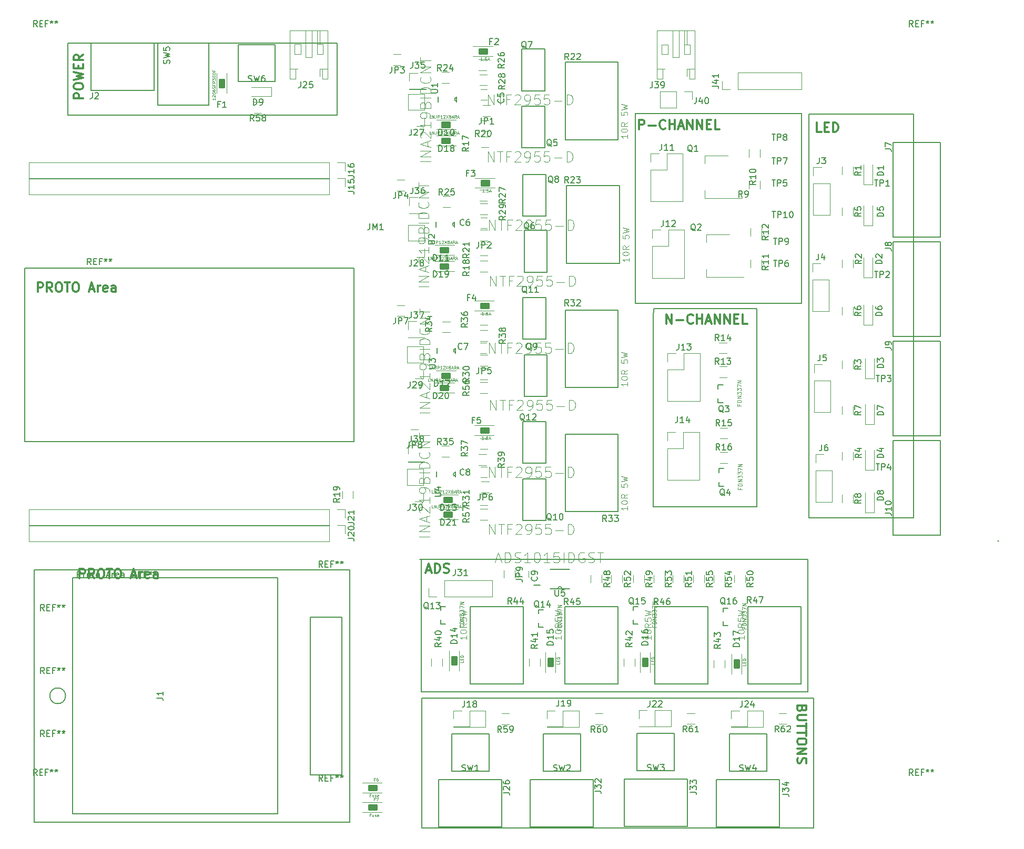
<source format=gto>
G04 #@! TF.FileFunction,Legend,Top*
%FSLAX46Y46*%
G04 Gerber Fmt 4.6, Leading zero omitted, Abs format (unit mm)*
G04 Created by KiCad (PCBNEW 4.0.7-e2-6376~60~ubuntu17.10.1) date Fri Nov 10 10:24:04 2017*
%MOMM*%
%LPD*%
G01*
G04 APERTURE LIST*
%ADD10C,0.100000*%
%ADD11C,0.200000*%
%ADD12C,0.300000*%
%ADD13C,0.150000*%
%ADD14C,0.120000*%
%ADD15C,0.152400*%
%ADD16C,0.070000*%
%ADD17C,0.381000*%
%ADD18C,0.203200*%
%ADD19C,0.050000*%
G04 APERTURE END LIST*
D10*
D11*
X78502000Y-39674000D02*
X78502000Y-28074000D01*
X121902000Y-39674000D02*
X78502000Y-39674000D01*
X121902000Y-28074000D02*
X121902000Y-39674000D01*
X78502000Y-28074000D02*
X121902000Y-28074000D01*
D12*
X80414286Y-114228571D02*
X80414286Y-112728571D01*
X80985714Y-112728571D01*
X81128572Y-112800000D01*
X81200000Y-112871429D01*
X81271429Y-113014286D01*
X81271429Y-113228571D01*
X81200000Y-113371429D01*
X81128572Y-113442857D01*
X80985714Y-113514286D01*
X80414286Y-113514286D01*
X82771429Y-114228571D02*
X82271429Y-113514286D01*
X81914286Y-114228571D02*
X81914286Y-112728571D01*
X82485714Y-112728571D01*
X82628572Y-112800000D01*
X82700000Y-112871429D01*
X82771429Y-113014286D01*
X82771429Y-113228571D01*
X82700000Y-113371429D01*
X82628572Y-113442857D01*
X82485714Y-113514286D01*
X81914286Y-113514286D01*
X83700000Y-112728571D02*
X83985714Y-112728571D01*
X84128572Y-112800000D01*
X84271429Y-112942857D01*
X84342857Y-113228571D01*
X84342857Y-113728571D01*
X84271429Y-114014286D01*
X84128572Y-114157143D01*
X83985714Y-114228571D01*
X83700000Y-114228571D01*
X83557143Y-114157143D01*
X83414286Y-114014286D01*
X83342857Y-113728571D01*
X83342857Y-113228571D01*
X83414286Y-112942857D01*
X83557143Y-112800000D01*
X83700000Y-112728571D01*
X84771429Y-112728571D02*
X85628572Y-112728571D01*
X85200001Y-114228571D02*
X85200001Y-112728571D01*
X86414286Y-112728571D02*
X86700000Y-112728571D01*
X86842858Y-112800000D01*
X86985715Y-112942857D01*
X87057143Y-113228571D01*
X87057143Y-113728571D01*
X86985715Y-114014286D01*
X86842858Y-114157143D01*
X86700000Y-114228571D01*
X86414286Y-114228571D01*
X86271429Y-114157143D01*
X86128572Y-114014286D01*
X86057143Y-113728571D01*
X86057143Y-113228571D01*
X86128572Y-112942857D01*
X86271429Y-112800000D01*
X86414286Y-112728571D01*
X88771429Y-113800000D02*
X89485715Y-113800000D01*
X88628572Y-114228571D02*
X89128572Y-112728571D01*
X89628572Y-114228571D01*
X90128572Y-114228571D02*
X90128572Y-113228571D01*
X90128572Y-113514286D02*
X90200000Y-113371429D01*
X90271429Y-113300000D01*
X90414286Y-113228571D01*
X90557143Y-113228571D01*
X91628571Y-114157143D02*
X91485714Y-114228571D01*
X91200000Y-114228571D01*
X91057143Y-114157143D01*
X90985714Y-114014286D01*
X90985714Y-113442857D01*
X91057143Y-113300000D01*
X91200000Y-113228571D01*
X91485714Y-113228571D01*
X91628571Y-113300000D01*
X91700000Y-113442857D01*
X91700000Y-113585714D01*
X90985714Y-113728571D01*
X92985714Y-114228571D02*
X92985714Y-113442857D01*
X92914285Y-113300000D01*
X92771428Y-113228571D01*
X92485714Y-113228571D01*
X92342857Y-113300000D01*
X92985714Y-114157143D02*
X92842857Y-114228571D01*
X92485714Y-114228571D01*
X92342857Y-114157143D01*
X92271428Y-114014286D01*
X92271428Y-113871429D01*
X92342857Y-113728571D01*
X92485714Y-113657143D01*
X92842857Y-113657143D01*
X92985714Y-113585714D01*
D11*
X196023000Y-39378500D02*
X196658000Y-39378500D01*
X196658000Y-40013500D02*
X196658000Y-39315000D01*
X198182000Y-39442000D02*
X197801000Y-39442000D01*
X228208500Y-108260000D02*
X228399000Y-108260000D01*
X214692000Y-104529500D02*
X213549000Y-104529500D01*
X214692000Y-104466000D02*
X214692000Y-104529500D01*
X214692000Y-102751500D02*
X214692000Y-104466000D01*
X197801000Y-104466000D02*
X197864500Y-104466000D01*
X197801000Y-102688000D02*
X197801000Y-104466000D01*
D12*
X80980571Y-36938286D02*
X79480571Y-36938286D01*
X79480571Y-36366858D01*
X79552000Y-36224000D01*
X79623429Y-36152572D01*
X79766286Y-36081143D01*
X79980571Y-36081143D01*
X80123429Y-36152572D01*
X80194857Y-36224000D01*
X80266286Y-36366858D01*
X80266286Y-36938286D01*
X79480571Y-35152572D02*
X79480571Y-34866858D01*
X79552000Y-34724000D01*
X79694857Y-34581143D01*
X79980571Y-34509715D01*
X80480571Y-34509715D01*
X80766286Y-34581143D01*
X80909143Y-34724000D01*
X80980571Y-34866858D01*
X80980571Y-35152572D01*
X80909143Y-35295429D01*
X80766286Y-35438286D01*
X80480571Y-35509715D01*
X79980571Y-35509715D01*
X79694857Y-35438286D01*
X79552000Y-35295429D01*
X79480571Y-35152572D01*
X79480571Y-34009714D02*
X80980571Y-33652571D01*
X79909143Y-33366857D01*
X80980571Y-33081143D01*
X79480571Y-32724000D01*
X80194857Y-32152571D02*
X80194857Y-31652571D01*
X80980571Y-31438285D02*
X80980571Y-32152571D01*
X79480571Y-32152571D01*
X79480571Y-31438285D01*
X80980571Y-29938285D02*
X80266286Y-30438285D01*
X80980571Y-30795428D02*
X79480571Y-30795428D01*
X79480571Y-30224000D01*
X79552000Y-30081142D01*
X79623429Y-30009714D01*
X79766286Y-29938285D01*
X79980571Y-29938285D01*
X80123429Y-30009714D01*
X80194857Y-30081142D01*
X80266286Y-30224000D01*
X80266286Y-30795428D01*
X73643886Y-68108971D02*
X73643886Y-66608971D01*
X74215314Y-66608971D01*
X74358172Y-66680400D01*
X74429600Y-66751829D01*
X74501029Y-66894686D01*
X74501029Y-67108971D01*
X74429600Y-67251829D01*
X74358172Y-67323257D01*
X74215314Y-67394686D01*
X73643886Y-67394686D01*
X76001029Y-68108971D02*
X75501029Y-67394686D01*
X75143886Y-68108971D02*
X75143886Y-66608971D01*
X75715314Y-66608971D01*
X75858172Y-66680400D01*
X75929600Y-66751829D01*
X76001029Y-66894686D01*
X76001029Y-67108971D01*
X75929600Y-67251829D01*
X75858172Y-67323257D01*
X75715314Y-67394686D01*
X75143886Y-67394686D01*
X76929600Y-66608971D02*
X77215314Y-66608971D01*
X77358172Y-66680400D01*
X77501029Y-66823257D01*
X77572457Y-67108971D01*
X77572457Y-67608971D01*
X77501029Y-67894686D01*
X77358172Y-68037543D01*
X77215314Y-68108971D01*
X76929600Y-68108971D01*
X76786743Y-68037543D01*
X76643886Y-67894686D01*
X76572457Y-67608971D01*
X76572457Y-67108971D01*
X76643886Y-66823257D01*
X76786743Y-66680400D01*
X76929600Y-66608971D01*
X78001029Y-66608971D02*
X78858172Y-66608971D01*
X78429601Y-68108971D02*
X78429601Y-66608971D01*
X79643886Y-66608971D02*
X79929600Y-66608971D01*
X80072458Y-66680400D01*
X80215315Y-66823257D01*
X80286743Y-67108971D01*
X80286743Y-67608971D01*
X80215315Y-67894686D01*
X80072458Y-68037543D01*
X79929600Y-68108971D01*
X79643886Y-68108971D01*
X79501029Y-68037543D01*
X79358172Y-67894686D01*
X79286743Y-67608971D01*
X79286743Y-67108971D01*
X79358172Y-66823257D01*
X79501029Y-66680400D01*
X79643886Y-66608971D01*
X82001029Y-67680400D02*
X82715315Y-67680400D01*
X81858172Y-68108971D02*
X82358172Y-66608971D01*
X82858172Y-68108971D01*
X83358172Y-68108971D02*
X83358172Y-67108971D01*
X83358172Y-67394686D02*
X83429600Y-67251829D01*
X83501029Y-67180400D01*
X83643886Y-67108971D01*
X83786743Y-67108971D01*
X84858171Y-68037543D02*
X84715314Y-68108971D01*
X84429600Y-68108971D01*
X84286743Y-68037543D01*
X84215314Y-67894686D01*
X84215314Y-67323257D01*
X84286743Y-67180400D01*
X84429600Y-67108971D01*
X84715314Y-67108971D01*
X84858171Y-67180400D01*
X84929600Y-67323257D01*
X84929600Y-67466114D01*
X84215314Y-67608971D01*
X86215314Y-68108971D02*
X86215314Y-67323257D01*
X86143885Y-67180400D01*
X86001028Y-67108971D01*
X85715314Y-67108971D01*
X85572457Y-67180400D01*
X86215314Y-68037543D02*
X86072457Y-68108971D01*
X85715314Y-68108971D01*
X85572457Y-68037543D01*
X85501028Y-67894686D01*
X85501028Y-67751829D01*
X85572457Y-67608971D01*
X85715314Y-67537543D01*
X86072457Y-67537543D01*
X86215314Y-67466114D01*
D11*
X198553200Y-133507600D02*
X135459600Y-133507600D01*
X198553200Y-154488000D02*
X198553200Y-133507600D01*
X135459600Y-154488000D02*
X198553200Y-154488000D01*
X135459600Y-133507600D02*
X135459600Y-154488000D01*
D12*
X196707143Y-135242857D02*
X196635714Y-135457143D01*
X196564286Y-135528571D01*
X196421429Y-135600000D01*
X196207143Y-135600000D01*
X196064286Y-135528571D01*
X195992857Y-135457143D01*
X195921429Y-135314285D01*
X195921429Y-134742857D01*
X197421429Y-134742857D01*
X197421429Y-135242857D01*
X197350000Y-135385714D01*
X197278571Y-135457143D01*
X197135714Y-135528571D01*
X196992857Y-135528571D01*
X196850000Y-135457143D01*
X196778571Y-135385714D01*
X196707143Y-135242857D01*
X196707143Y-134742857D01*
X197421429Y-136242857D02*
X196207143Y-136242857D01*
X196064286Y-136314285D01*
X195992857Y-136385714D01*
X195921429Y-136528571D01*
X195921429Y-136814285D01*
X195992857Y-136957143D01*
X196064286Y-137028571D01*
X196207143Y-137100000D01*
X197421429Y-137100000D01*
X197421429Y-137600000D02*
X197421429Y-138457143D01*
X195921429Y-138028572D02*
X197421429Y-138028572D01*
X197421429Y-138742857D02*
X197421429Y-139600000D01*
X195921429Y-139171429D02*
X197421429Y-139171429D01*
X197421429Y-140385714D02*
X197421429Y-140671428D01*
X197350000Y-140814286D01*
X197207143Y-140957143D01*
X196921429Y-141028571D01*
X196421429Y-141028571D01*
X196135714Y-140957143D01*
X195992857Y-140814286D01*
X195921429Y-140671428D01*
X195921429Y-140385714D01*
X195992857Y-140242857D01*
X196135714Y-140100000D01*
X196421429Y-140028571D01*
X196921429Y-140028571D01*
X197207143Y-140100000D01*
X197350000Y-140242857D01*
X197421429Y-140385714D01*
X195921429Y-141671429D02*
X197421429Y-141671429D01*
X195921429Y-142528572D01*
X197421429Y-142528572D01*
X195992857Y-143171429D02*
X195921429Y-143385715D01*
X195921429Y-143742858D01*
X195992857Y-143885715D01*
X196064286Y-143957144D01*
X196207143Y-144028572D01*
X196350000Y-144028572D01*
X196492857Y-143957144D01*
X196564286Y-143885715D01*
X196635714Y-143742858D01*
X196707143Y-143457144D01*
X196778571Y-143314286D01*
X196850000Y-143242858D01*
X196992857Y-143171429D01*
X197135714Y-143171429D01*
X197278571Y-143242858D01*
X197350000Y-143314286D01*
X197421429Y-143457144D01*
X197421429Y-143814286D01*
X197350000Y-144028572D01*
D11*
X172820100Y-70772900D02*
X172820100Y-71433300D01*
X189431700Y-70772900D02*
X172820100Y-70772900D01*
X189431700Y-102726100D02*
X189431700Y-70772900D01*
X172718500Y-102726100D02*
X189431700Y-102726100D01*
X172718500Y-71484100D02*
X172718500Y-102726100D01*
D12*
X174860042Y-73229471D02*
X174860042Y-71729471D01*
X175717185Y-73229471D01*
X175717185Y-71729471D01*
X176431471Y-72658043D02*
X177574328Y-72658043D01*
X179145757Y-73086614D02*
X179074328Y-73158043D01*
X178860042Y-73229471D01*
X178717185Y-73229471D01*
X178502900Y-73158043D01*
X178360042Y-73015186D01*
X178288614Y-72872329D01*
X178217185Y-72586614D01*
X178217185Y-72372329D01*
X178288614Y-72086614D01*
X178360042Y-71943757D01*
X178502900Y-71800900D01*
X178717185Y-71729471D01*
X178860042Y-71729471D01*
X179074328Y-71800900D01*
X179145757Y-71872329D01*
X179788614Y-73229471D02*
X179788614Y-71729471D01*
X179788614Y-72443757D02*
X180645757Y-72443757D01*
X180645757Y-73229471D02*
X180645757Y-71729471D01*
X181288614Y-72800900D02*
X182002900Y-72800900D01*
X181145757Y-73229471D02*
X181645757Y-71729471D01*
X182145757Y-73229471D01*
X182645757Y-73229471D02*
X182645757Y-71729471D01*
X183502900Y-73229471D01*
X183502900Y-71729471D01*
X184217186Y-73229471D02*
X184217186Y-71729471D01*
X185074329Y-73229471D01*
X185074329Y-71729471D01*
X185788615Y-72443757D02*
X186288615Y-72443757D01*
X186502901Y-73229471D02*
X185788615Y-73229471D01*
X185788615Y-71729471D01*
X186502901Y-71729471D01*
X187860044Y-73229471D02*
X187145758Y-73229471D01*
X187145758Y-71729471D01*
X170488857Y-41898571D02*
X170488857Y-40398571D01*
X171060285Y-40398571D01*
X171203143Y-40470000D01*
X171274571Y-40541429D01*
X171346000Y-40684286D01*
X171346000Y-40898571D01*
X171274571Y-41041429D01*
X171203143Y-41112857D01*
X171060285Y-41184286D01*
X170488857Y-41184286D01*
X171988857Y-41327143D02*
X173131714Y-41327143D01*
X174703143Y-41755714D02*
X174631714Y-41827143D01*
X174417428Y-41898571D01*
X174274571Y-41898571D01*
X174060286Y-41827143D01*
X173917428Y-41684286D01*
X173846000Y-41541429D01*
X173774571Y-41255714D01*
X173774571Y-41041429D01*
X173846000Y-40755714D01*
X173917428Y-40612857D01*
X174060286Y-40470000D01*
X174274571Y-40398571D01*
X174417428Y-40398571D01*
X174631714Y-40470000D01*
X174703143Y-40541429D01*
X175346000Y-41898571D02*
X175346000Y-40398571D01*
X175346000Y-41112857D02*
X176203143Y-41112857D01*
X176203143Y-41898571D02*
X176203143Y-40398571D01*
X176846000Y-41470000D02*
X177560286Y-41470000D01*
X176703143Y-41898571D02*
X177203143Y-40398571D01*
X177703143Y-41898571D01*
X178203143Y-41898571D02*
X178203143Y-40398571D01*
X179060286Y-41898571D01*
X179060286Y-40398571D01*
X179774572Y-41898571D02*
X179774572Y-40398571D01*
X180631715Y-41898571D01*
X180631715Y-40398571D01*
X181346001Y-41112857D02*
X181846001Y-41112857D01*
X182060287Y-41898571D02*
X181346001Y-41898571D01*
X181346001Y-40398571D01*
X182060287Y-40398571D01*
X183417430Y-41898571D02*
X182703144Y-41898571D01*
X182703144Y-40398571D01*
D11*
X196404000Y-39365800D02*
X169835600Y-39365800D01*
X196658000Y-69972800D02*
X196658000Y-39746800D01*
X169886400Y-69972800D02*
X196658000Y-69972800D01*
X169886400Y-39340400D02*
X169886400Y-69972800D01*
X214692000Y-39442000D02*
X198182000Y-39442000D01*
X214692000Y-102840400D02*
X214692000Y-39442000D01*
X197801000Y-104491400D02*
X214311000Y-104491400D01*
X197801000Y-39518200D02*
X197801000Y-102713400D01*
D12*
X199808515Y-42355771D02*
X199094229Y-42355771D01*
X199094229Y-40855771D01*
X200308515Y-41570057D02*
X200808515Y-41570057D01*
X201022801Y-42355771D02*
X200308515Y-42355771D01*
X200308515Y-40855771D01*
X201022801Y-40855771D01*
X201665658Y-42355771D02*
X201665658Y-40855771D01*
X202022801Y-40855771D01*
X202237086Y-40927200D01*
X202379944Y-41070057D01*
X202451372Y-41212914D01*
X202522801Y-41498629D01*
X202522801Y-41712914D01*
X202451372Y-41998629D01*
X202379944Y-42141486D01*
X202237086Y-42284343D01*
X202022801Y-42355771D01*
X201665658Y-42355771D01*
X136228972Y-112929600D02*
X136943258Y-112929600D01*
X136086115Y-113358171D02*
X136586115Y-111858171D01*
X137086115Y-113358171D01*
X137586115Y-113358171D02*
X137586115Y-111858171D01*
X137943258Y-111858171D01*
X138157543Y-111929600D01*
X138300401Y-112072457D01*
X138371829Y-112215314D01*
X138443258Y-112501029D01*
X138443258Y-112715314D01*
X138371829Y-113001029D01*
X138300401Y-113143886D01*
X138157543Y-113286743D01*
X137943258Y-113358171D01*
X137586115Y-113358171D01*
X139014686Y-113286743D02*
X139228972Y-113358171D01*
X139586115Y-113358171D01*
X139728972Y-113286743D01*
X139800401Y-113215314D01*
X139871829Y-113072457D01*
X139871829Y-112929600D01*
X139800401Y-112786743D01*
X139728972Y-112715314D01*
X139586115Y-112643886D01*
X139300401Y-112572457D01*
X139157543Y-112501029D01*
X139086115Y-112429600D01*
X139014686Y-112286743D01*
X139014686Y-112143886D01*
X139086115Y-112001029D01*
X139157543Y-111929600D01*
X139300401Y-111858171D01*
X139657543Y-111858171D01*
X139871829Y-111929600D01*
D11*
X135408800Y-111206400D02*
X139218800Y-111206400D01*
X135408800Y-132542400D02*
X135408800Y-111206400D01*
X197638800Y-132542400D02*
X135408800Y-132542400D01*
X197638800Y-111206400D02*
X197638800Y-132542400D01*
X135154800Y-111206400D02*
X197638800Y-111206400D01*
D13*
X78142000Y-133172000D02*
G75*
G03X78142000Y-133172000I-1270000J0D01*
G01*
X123862000Y-112852000D02*
X123862000Y-153492000D01*
X123862000Y-153492000D02*
X73062000Y-153492000D01*
X73062000Y-153492000D02*
X73062000Y-112852000D01*
X73062000Y-112852000D02*
X123862000Y-112852000D01*
X122592000Y-120472000D02*
X122592000Y-145872000D01*
X122592000Y-145872000D02*
X117512000Y-145872000D01*
X117512000Y-145872000D02*
X117512000Y-120472000D01*
X117512000Y-120472000D02*
X122592000Y-120472000D01*
D14*
X124430000Y-100150000D02*
X124430000Y-101350000D01*
X122670000Y-101350000D02*
X122670000Y-100150000D01*
X148702000Y-114194000D02*
X148702000Y-112994000D01*
X150462000Y-112994000D02*
X150462000Y-114194000D01*
X131500000Y-70270000D02*
X132700000Y-70270000D01*
X132700000Y-72030000D02*
X131500000Y-72030000D01*
X130900000Y-29870000D02*
X132100000Y-29870000D01*
X132100000Y-31630000D02*
X130900000Y-31630000D01*
X145300000Y-38070000D02*
X146500000Y-38070000D01*
X146500000Y-39830000D02*
X145300000Y-39830000D01*
D15*
X154509600Y-115372000D02*
X153519000Y-115372000D01*
X159259400Y-112806600D02*
X156160600Y-112806600D01*
X156160600Y-115905400D02*
X157405200Y-115905400D01*
X157405200Y-115905400D02*
X158014800Y-115905400D01*
X158014800Y-115905400D02*
X159259400Y-115905400D01*
X157405200Y-115905400D02*
G75*
G02X158014800Y-115905400I304800J0D01*
G01*
D14*
X144975000Y-57825000D02*
X145975000Y-57825000D01*
X145975000Y-56125000D02*
X144975000Y-56125000D01*
D15*
X151570800Y-44927800D02*
X155279200Y-44927800D01*
X155279200Y-44927800D02*
X155279200Y-38222200D01*
X155279200Y-38222200D02*
X151570800Y-38222200D01*
X151570800Y-38222200D02*
X151570800Y-44927800D01*
D14*
X145875000Y-96055000D02*
X144675000Y-96055000D01*
X144675000Y-94295000D02*
X145875000Y-94295000D01*
X144975000Y-98025000D02*
X145975000Y-98025000D01*
X145975000Y-96325000D02*
X144975000Y-96325000D01*
D16*
X147125000Y-91175000D02*
X143925000Y-91175000D01*
X143925000Y-89575000D02*
X147125000Y-89575000D01*
D17*
G36*
X146125858Y-90675000D02*
X145025000Y-90675000D01*
X145025000Y-90074571D01*
X146125858Y-90074571D01*
X146125858Y-90675000D01*
G37*
X146125858Y-90675000D02*
X145025000Y-90675000D01*
X145025000Y-90074571D01*
X146125858Y-90074571D01*
X146125858Y-90675000D01*
D14*
X133295000Y-95505000D02*
X135955000Y-95505000D01*
X133295000Y-95445000D02*
X133295000Y-95505000D01*
X135955000Y-95445000D02*
X135955000Y-95505000D01*
X133295000Y-95445000D02*
X135955000Y-95445000D01*
X133295000Y-94175000D02*
X133295000Y-92845000D01*
X133295000Y-92845000D02*
X134625000Y-92845000D01*
X138675000Y-92895000D02*
X139875000Y-92895000D01*
X139875000Y-94655000D02*
X138675000Y-94655000D01*
D16*
X138175000Y-103175000D02*
X141375000Y-103175000D01*
X141375000Y-104775000D02*
X138175000Y-104775000D01*
D17*
G36*
X139174142Y-103675000D02*
X140275000Y-103675000D01*
X140275000Y-104275429D01*
X139174142Y-104275429D01*
X139174142Y-103675000D01*
G37*
X139174142Y-103675000D02*
X140275000Y-103675000D01*
X140275000Y-104275429D01*
X139174142Y-104275429D01*
X139174142Y-103675000D01*
D14*
X135755000Y-96645000D02*
X133095000Y-96645000D01*
X135755000Y-99245000D02*
X135755000Y-96645000D01*
X133095000Y-99245000D02*
X133095000Y-96645000D01*
X135755000Y-99245000D02*
X133095000Y-99245000D01*
X135755000Y-100515000D02*
X135755000Y-101845000D01*
X135755000Y-101845000D02*
X134425000Y-101845000D01*
D16*
X138175000Y-100775000D02*
X141375000Y-100775000D01*
X141375000Y-102375000D02*
X138175000Y-102375000D01*
D17*
G36*
X139174142Y-101275000D02*
X140275000Y-101275000D01*
X140275000Y-101875429D01*
X139174142Y-101875429D01*
X139174142Y-101275000D01*
G37*
X139174142Y-101275000D02*
X140275000Y-101275000D01*
X140275000Y-101875429D01*
X139174142Y-101875429D01*
X139174142Y-101275000D01*
D15*
X137891600Y-97073200D02*
X137891600Y-97936800D01*
X140888800Y-97936800D02*
X140888800Y-97809800D01*
X140888800Y-97809800D02*
X140888800Y-97200200D01*
X140888800Y-97200200D02*
X140888800Y-97073200D01*
X140888800Y-97809800D02*
G75*
G02X140888800Y-97200200I0J304800D01*
G01*
D14*
X146075000Y-102455000D02*
X144875000Y-102455000D01*
X144875000Y-100695000D02*
X146075000Y-100695000D01*
X146075000Y-104855000D02*
X144875000Y-104855000D01*
X144875000Y-103095000D02*
X146075000Y-103095000D01*
X144875000Y-91695000D02*
X146075000Y-91695000D01*
X146075000Y-93455000D02*
X144875000Y-93455000D01*
X145975000Y-34855000D02*
X144775000Y-34855000D01*
X144775000Y-33095000D02*
X145975000Y-33095000D01*
X72240000Y-47260000D02*
X72240000Y-49920000D01*
X120560000Y-47260000D02*
X72240000Y-47260000D01*
X120560000Y-49920000D02*
X72240000Y-49920000D01*
X120560000Y-47260000D02*
X120560000Y-49920000D01*
X121830000Y-47260000D02*
X123160000Y-47260000D01*
X123160000Y-47260000D02*
X123160000Y-48590000D01*
D13*
X105902000Y-34274000D02*
X105902000Y-28274000D01*
X105902000Y-28274000D02*
X111902000Y-28274000D01*
X111902000Y-28274000D02*
X111902000Y-34274000D01*
X105902000Y-34274000D02*
X111902000Y-34274000D01*
X170152000Y-145224000D02*
X170152000Y-139224000D01*
X170152000Y-139224000D02*
X176152000Y-139224000D01*
X176152000Y-139224000D02*
X176152000Y-145224000D01*
X170152000Y-145224000D02*
X176152000Y-145224000D01*
D14*
X144975000Y-37225000D02*
X145975000Y-37225000D01*
X145975000Y-35525000D02*
X144975000Y-35525000D01*
X144925000Y-78025000D02*
X145925000Y-78025000D01*
X145925000Y-76325000D02*
X144925000Y-76325000D01*
X151018000Y-113094000D02*
X151018000Y-114094000D01*
X152718000Y-114094000D02*
X152718000Y-113094000D01*
X208076000Y-47586000D02*
X208076000Y-50786000D01*
X206576000Y-50786000D02*
X206576000Y-47586000D01*
X206576000Y-50786000D02*
X208076000Y-50786000D01*
X208076000Y-62572000D02*
X208076000Y-65772000D01*
X206576000Y-65772000D02*
X206576000Y-62572000D01*
X206576000Y-65772000D02*
X208076000Y-65772000D01*
X208330000Y-78828000D02*
X208330000Y-82028000D01*
X206830000Y-82028000D02*
X206830000Y-78828000D01*
X206830000Y-82028000D02*
X208330000Y-82028000D01*
X208330000Y-93560000D02*
X208330000Y-96760000D01*
X206830000Y-96760000D02*
X206830000Y-93560000D01*
X206830000Y-96760000D02*
X208330000Y-96760000D01*
X208076000Y-54190000D02*
X208076000Y-57390000D01*
X206576000Y-57390000D02*
X206576000Y-54190000D01*
X206576000Y-57390000D02*
X208076000Y-57390000D01*
X208076000Y-70192000D02*
X208076000Y-73392000D01*
X206576000Y-73392000D02*
X206576000Y-70192000D01*
X206576000Y-73392000D02*
X208076000Y-73392000D01*
X208330000Y-86194000D02*
X208330000Y-89394000D01*
X206830000Y-89394000D02*
X206830000Y-86194000D01*
X206830000Y-89394000D02*
X208330000Y-89394000D01*
X208330000Y-100418000D02*
X208330000Y-103618000D01*
X206830000Y-103618000D02*
X206830000Y-100418000D01*
X206830000Y-103618000D02*
X208330000Y-103618000D01*
D16*
X137825000Y-40375000D02*
X141025000Y-40375000D01*
X141025000Y-41975000D02*
X137825000Y-41975000D01*
D17*
G36*
X138824142Y-40875000D02*
X139925000Y-40875000D01*
X139925000Y-41475429D01*
X138824142Y-41475429D01*
X138824142Y-40875000D01*
G37*
X138824142Y-40875000D02*
X139925000Y-40875000D01*
X139925000Y-41475429D01*
X138824142Y-41475429D01*
X138824142Y-40875000D01*
D16*
X137575000Y-60575000D02*
X140775000Y-60575000D01*
X140775000Y-62175000D02*
X137575000Y-62175000D01*
D17*
G36*
X138574142Y-61075000D02*
X139675000Y-61075000D01*
X139675000Y-61675429D01*
X138574142Y-61675429D01*
X138574142Y-61075000D01*
G37*
X138574142Y-61075000D02*
X139675000Y-61075000D01*
X139675000Y-61675429D01*
X138574142Y-61675429D01*
X138574142Y-61075000D01*
D16*
X137775000Y-80775000D02*
X140975000Y-80775000D01*
X140975000Y-82375000D02*
X137775000Y-82375000D01*
D17*
G36*
X138774142Y-81275000D02*
X139875000Y-81275000D01*
X139875000Y-81875429D01*
X138774142Y-81875429D01*
X138774142Y-81275000D01*
G37*
X138774142Y-81275000D02*
X139875000Y-81275000D01*
X139875000Y-81875429D01*
X138774142Y-81875429D01*
X138774142Y-81275000D01*
D16*
X141492000Y-125964000D02*
X141492000Y-129164000D01*
X139892000Y-129164000D02*
X139892000Y-125964000D01*
D17*
G36*
X140992000Y-126963142D02*
X140992000Y-128064000D01*
X140391571Y-128064000D01*
X140391571Y-126963142D01*
X140992000Y-126963142D01*
G37*
X140992000Y-126963142D02*
X140992000Y-128064000D01*
X140391571Y-128064000D01*
X140391571Y-126963142D01*
X140992000Y-126963142D01*
D16*
X156986000Y-126218000D02*
X156986000Y-129418000D01*
X155386000Y-129418000D02*
X155386000Y-126218000D01*
D17*
G36*
X156486000Y-127217142D02*
X156486000Y-128318000D01*
X155885571Y-128318000D01*
X155885571Y-127217142D01*
X156486000Y-127217142D01*
G37*
X156486000Y-127217142D02*
X156486000Y-128318000D01*
X155885571Y-128318000D01*
X155885571Y-127217142D01*
X156486000Y-127217142D01*
D16*
X172226000Y-126218000D02*
X172226000Y-129418000D01*
X170626000Y-129418000D02*
X170626000Y-126218000D01*
D17*
G36*
X171726000Y-127217142D02*
X171726000Y-128318000D01*
X171125571Y-128318000D01*
X171125571Y-127217142D01*
X171726000Y-127217142D01*
G37*
X171726000Y-127217142D02*
X171726000Y-128318000D01*
X171125571Y-128318000D01*
X171125571Y-127217142D01*
X171726000Y-127217142D01*
D16*
X186958000Y-126472000D02*
X186958000Y-129672000D01*
X185358000Y-129672000D02*
X185358000Y-126472000D01*
D17*
G36*
X186458000Y-127471142D02*
X186458000Y-128572000D01*
X185857571Y-128572000D01*
X185857571Y-127471142D01*
X186458000Y-127471142D01*
G37*
X186458000Y-127471142D02*
X186458000Y-128572000D01*
X185857571Y-128572000D01*
X185857571Y-127471142D01*
X186458000Y-127471142D01*
D16*
X102502000Y-36074000D02*
X102502000Y-32874000D01*
X104102000Y-32874000D02*
X104102000Y-36074000D01*
D17*
G36*
X103002000Y-35074858D02*
X103002000Y-33974000D01*
X103602429Y-33974000D01*
X103602429Y-35074858D01*
X103002000Y-35074858D01*
G37*
X103002000Y-35074858D02*
X103002000Y-33974000D01*
X103602429Y-33974000D01*
X103602429Y-35074858D01*
X103002000Y-35074858D01*
D16*
X146925000Y-30175000D02*
X143725000Y-30175000D01*
X143725000Y-28575000D02*
X146925000Y-28575000D01*
D17*
G36*
X145925858Y-29675000D02*
X144825000Y-29675000D01*
X144825000Y-29074571D01*
X145925858Y-29074571D01*
X145925858Y-29675000D01*
G37*
X145925858Y-29675000D02*
X144825000Y-29675000D01*
X144825000Y-29074571D01*
X145925858Y-29074571D01*
X145925858Y-29675000D01*
D16*
X147225000Y-51375000D02*
X144025000Y-51375000D01*
X144025000Y-49775000D02*
X147225000Y-49775000D01*
D17*
G36*
X146225858Y-50875000D02*
X145125000Y-50875000D01*
X145125000Y-50274571D01*
X146225858Y-50274571D01*
X146225858Y-50875000D01*
G37*
X146225858Y-50875000D02*
X145125000Y-50875000D01*
X145125000Y-50274571D01*
X146225858Y-50274571D01*
X146225858Y-50875000D01*
D16*
X147125000Y-71175000D02*
X143925000Y-71175000D01*
X143925000Y-69575000D02*
X147125000Y-69575000D01*
D17*
G36*
X146125858Y-70675000D02*
X145025000Y-70675000D01*
X145025000Y-70074571D01*
X146125858Y-70074571D01*
X146125858Y-70675000D01*
G37*
X146125858Y-70675000D02*
X145025000Y-70675000D01*
X145025000Y-70074571D01*
X146125858Y-70074571D01*
X146125858Y-70675000D01*
D14*
X198503000Y-55758000D02*
X201163000Y-55758000D01*
X198503000Y-50618000D02*
X198503000Y-55758000D01*
X201163000Y-50618000D02*
X201163000Y-55758000D01*
X198503000Y-50618000D02*
X201163000Y-50618000D01*
X198503000Y-49348000D02*
X198503000Y-48018000D01*
X198503000Y-48018000D02*
X199833000Y-48018000D01*
X198376000Y-71252000D02*
X201036000Y-71252000D01*
X198376000Y-66112000D02*
X198376000Y-71252000D01*
X201036000Y-66112000D02*
X201036000Y-71252000D01*
X198376000Y-66112000D02*
X201036000Y-66112000D01*
X198376000Y-64842000D02*
X198376000Y-63512000D01*
X198376000Y-63512000D02*
X199706000Y-63512000D01*
X198630000Y-87508000D02*
X201290000Y-87508000D01*
X198630000Y-82368000D02*
X198630000Y-87508000D01*
X201290000Y-82368000D02*
X201290000Y-87508000D01*
X198630000Y-82368000D02*
X201290000Y-82368000D01*
X198630000Y-81098000D02*
X198630000Y-79768000D01*
X198630000Y-79768000D02*
X199960000Y-79768000D01*
X198884000Y-101986000D02*
X201544000Y-101986000D01*
X198884000Y-96846000D02*
X198884000Y-101986000D01*
X201544000Y-96846000D02*
X201544000Y-101986000D01*
X198884000Y-96846000D02*
X201544000Y-96846000D01*
X198884000Y-95576000D02*
X198884000Y-94246000D01*
X198884000Y-94246000D02*
X200214000Y-94246000D01*
X172315600Y-53573600D02*
X177515600Y-53573600D01*
X172315600Y-48433600D02*
X172315600Y-53573600D01*
X177515600Y-45833600D02*
X177515600Y-53573600D01*
X172315600Y-48433600D02*
X174915600Y-48433600D01*
X174915600Y-48433600D02*
X174915600Y-45833600D01*
X174915600Y-45833600D02*
X177515600Y-45833600D01*
X172315600Y-47163600D02*
X172315600Y-45833600D01*
X172315600Y-45833600D02*
X173645600Y-45833600D01*
X172569600Y-65867200D02*
X177769600Y-65867200D01*
X172569600Y-60727200D02*
X172569600Y-65867200D01*
X177769600Y-58127200D02*
X177769600Y-65867200D01*
X172569600Y-60727200D02*
X175169600Y-60727200D01*
X175169600Y-60727200D02*
X175169600Y-58127200D01*
X175169600Y-58127200D02*
X177769600Y-58127200D01*
X172569600Y-59457200D02*
X172569600Y-58127200D01*
X172569600Y-58127200D02*
X173899600Y-58127200D01*
X175071500Y-85742700D02*
X180271500Y-85742700D01*
X175071500Y-80602700D02*
X175071500Y-85742700D01*
X180271500Y-78002700D02*
X180271500Y-85742700D01*
X175071500Y-80602700D02*
X177671500Y-80602700D01*
X177671500Y-80602700D02*
X177671500Y-78002700D01*
X177671500Y-78002700D02*
X180271500Y-78002700D01*
X175071500Y-79332700D02*
X175071500Y-78002700D01*
X175071500Y-78002700D02*
X176401500Y-78002700D01*
X175008000Y-98430000D02*
X180208000Y-98430000D01*
X175008000Y-93290000D02*
X175008000Y-98430000D01*
X180208000Y-90690000D02*
X180208000Y-98430000D01*
X175008000Y-93290000D02*
X177608000Y-93290000D01*
X177608000Y-93290000D02*
X177608000Y-90690000D01*
X177608000Y-90690000D02*
X180208000Y-90690000D01*
X175008000Y-92020000D02*
X175008000Y-90690000D01*
X175008000Y-90690000D02*
X176338000Y-90690000D01*
X72240000Y-49800000D02*
X72240000Y-52460000D01*
X120560000Y-49800000D02*
X72240000Y-49800000D01*
X120560000Y-52460000D02*
X72240000Y-52460000D01*
X120560000Y-49800000D02*
X120560000Y-52460000D01*
X121830000Y-49800000D02*
X123160000Y-49800000D01*
X123160000Y-49800000D02*
X123160000Y-51130000D01*
X72240000Y-105680000D02*
X72240000Y-108340000D01*
X120560000Y-105680000D02*
X72240000Y-105680000D01*
X120560000Y-108340000D02*
X72240000Y-108340000D01*
X120560000Y-105680000D02*
X120560000Y-108340000D01*
X121830000Y-105680000D02*
X123160000Y-105680000D01*
X123160000Y-105680000D02*
X123160000Y-107010000D01*
X72240000Y-103140000D02*
X72240000Y-105800000D01*
X120560000Y-103140000D02*
X72240000Y-103140000D01*
X120560000Y-105800000D02*
X72240000Y-105800000D01*
X120560000Y-103140000D02*
X120560000Y-105800000D01*
X121830000Y-103140000D02*
X123160000Y-103140000D01*
X123160000Y-103140000D02*
X123160000Y-104470000D01*
X117802000Y-26000000D02*
X117802000Y-30350000D01*
X117802000Y-30350000D02*
X116802000Y-30350000D01*
X116802000Y-30350000D02*
X116802000Y-26000000D01*
X119102000Y-32200000D02*
X119452000Y-32200000D01*
X119452000Y-32200000D02*
X119452000Y-33800000D01*
X119452000Y-33800000D02*
X120352000Y-33800000D01*
X120352000Y-33800000D02*
X120352000Y-26000000D01*
X120352000Y-26000000D02*
X114252000Y-26000000D01*
X114252000Y-26000000D02*
X114252000Y-33800000D01*
X114252000Y-33800000D02*
X115152000Y-33800000D01*
X115152000Y-33800000D02*
X115152000Y-32200000D01*
X115152000Y-32200000D02*
X115502000Y-32200000D01*
X120352000Y-32200000D02*
X119452000Y-32200000D01*
X114252000Y-32200000D02*
X115152000Y-32200000D01*
X119602000Y-29850000D02*
X119602000Y-28250000D01*
X119602000Y-28250000D02*
X118602000Y-28250000D01*
X118602000Y-28250000D02*
X118602000Y-29850000D01*
X118602000Y-29850000D02*
X119602000Y-29850000D01*
X115002000Y-29850000D02*
X115002000Y-28250000D01*
X115002000Y-28250000D02*
X116002000Y-28250000D01*
X116002000Y-28250000D02*
X116002000Y-29850000D01*
X116002000Y-29850000D02*
X115002000Y-29850000D01*
X118602000Y-28250000D02*
X118602000Y-26000000D01*
X119102000Y-28250000D02*
X119102000Y-26000000D01*
X119102000Y-32200000D02*
X119102000Y-33400000D01*
X135955000Y-36245000D02*
X133295000Y-36245000D01*
X135955000Y-38845000D02*
X135955000Y-36245000D01*
X133295000Y-38845000D02*
X133295000Y-36245000D01*
X135955000Y-38845000D02*
X133295000Y-38845000D01*
X135955000Y-40115000D02*
X135955000Y-41445000D01*
X135955000Y-41445000D02*
X134625000Y-41445000D01*
X135955000Y-57305000D02*
X133295000Y-57305000D01*
X135955000Y-59905000D02*
X135955000Y-57305000D01*
X133295000Y-59905000D02*
X133295000Y-57305000D01*
X135955000Y-59905000D02*
X133295000Y-59905000D01*
X135955000Y-61175000D02*
X135955000Y-62505000D01*
X135955000Y-62505000D02*
X134625000Y-62505000D01*
X135755000Y-76905000D02*
X133095000Y-76905000D01*
X135755000Y-79505000D02*
X135755000Y-76905000D01*
X133095000Y-79505000D02*
X133095000Y-76905000D01*
X135755000Y-79505000D02*
X133095000Y-79505000D01*
X135755000Y-80775000D02*
X135755000Y-82105000D01*
X135755000Y-82105000D02*
X134425000Y-82105000D01*
X146848000Y-117210000D02*
X146848000Y-114550000D01*
X139168000Y-117210000D02*
X146848000Y-117210000D01*
X139168000Y-114550000D02*
X146848000Y-114550000D01*
X139168000Y-117210000D02*
X139168000Y-114550000D01*
X137898000Y-117210000D02*
X136568000Y-117210000D01*
X136568000Y-117210000D02*
X136568000Y-115880000D01*
X181032000Y-46192000D02*
X181032000Y-47452000D01*
X181032000Y-53012000D02*
X181032000Y-51752000D01*
X184792000Y-46192000D02*
X181032000Y-46192000D01*
X187042000Y-53012000D02*
X181032000Y-53012000D01*
X181286000Y-58892000D02*
X181286000Y-60152000D01*
X181286000Y-65712000D02*
X181286000Y-64452000D01*
X185046000Y-58892000D02*
X181286000Y-58892000D01*
X187296000Y-65712000D02*
X181286000Y-65712000D01*
D18*
X183983400Y-85949400D02*
X183170600Y-85949400D01*
X183170600Y-85949400D02*
X183170600Y-85290600D01*
X183170600Y-83104600D02*
X183983400Y-83104600D01*
X183170600Y-83763400D02*
X183170600Y-83104600D01*
X184110400Y-99411400D02*
X183297600Y-99411400D01*
X183297600Y-99411400D02*
X183297600Y-98752600D01*
X183297600Y-96566600D02*
X184110400Y-96566600D01*
X183297600Y-97225400D02*
X183297600Y-96566600D01*
D15*
X151970800Y-64927800D02*
X155679200Y-64927800D01*
X155679200Y-64927800D02*
X155679200Y-58222200D01*
X155679200Y-58222200D02*
X151970800Y-58222200D01*
X151970800Y-58222200D02*
X151970800Y-64927800D01*
X151570800Y-35727800D02*
X155279200Y-35727800D01*
X155279200Y-35727800D02*
X155279200Y-29022200D01*
X155279200Y-29022200D02*
X151570800Y-29022200D01*
X151570800Y-29022200D02*
X151570800Y-35727800D01*
X151786800Y-55927800D02*
X155495200Y-55927800D01*
X155495200Y-55927800D02*
X155495200Y-49222200D01*
X155495200Y-49222200D02*
X151786800Y-49222200D01*
X151786800Y-49222200D02*
X151786800Y-55927800D01*
X151970800Y-84927800D02*
X155679200Y-84927800D01*
X155679200Y-84927800D02*
X155679200Y-78222200D01*
X155679200Y-78222200D02*
X151970800Y-78222200D01*
X151970800Y-78222200D02*
X151970800Y-84927800D01*
X151770800Y-104927800D02*
X155479200Y-104927800D01*
X155479200Y-104927800D02*
X155479200Y-98222200D01*
X155479200Y-98222200D02*
X151770800Y-98222200D01*
X151770800Y-98222200D02*
X151770800Y-104927800D01*
X151770800Y-75727800D02*
X155479200Y-75727800D01*
X155479200Y-75727800D02*
X155479200Y-69022200D01*
X155479200Y-69022200D02*
X151770800Y-69022200D01*
X151770800Y-69022200D02*
X151770800Y-75727800D01*
X151770800Y-95727800D02*
X155479200Y-95727800D01*
X155479200Y-95727800D02*
X155479200Y-89022200D01*
X155479200Y-89022200D02*
X151770800Y-89022200D01*
X151770800Y-89022200D02*
X151770800Y-95727800D01*
D18*
X139320400Y-121620400D02*
X138507600Y-121620400D01*
X138507600Y-121620400D02*
X138507600Y-120961600D01*
X138507600Y-118775600D02*
X139320400Y-118775600D01*
X138507600Y-119434400D02*
X138507600Y-118775600D01*
X155068400Y-122128400D02*
X154255600Y-122128400D01*
X154255600Y-122128400D02*
X154255600Y-121469600D01*
X154255600Y-119283600D02*
X155068400Y-119283600D01*
X154255600Y-119942400D02*
X154255600Y-119283600D01*
X170308400Y-121620400D02*
X169495600Y-121620400D01*
X169495600Y-121620400D02*
X169495600Y-120961600D01*
X169495600Y-118775600D02*
X170308400Y-118775600D01*
X169495600Y-119434400D02*
X169495600Y-118775600D01*
X184786400Y-121874400D02*
X183973600Y-121874400D01*
X183973600Y-121874400D02*
X183973600Y-121215600D01*
X183973600Y-119029600D02*
X184786400Y-119029600D01*
X183973600Y-119688400D02*
X183973600Y-119029600D01*
D14*
X203144000Y-49186000D02*
X203144000Y-47986000D01*
X204904000Y-47986000D02*
X204904000Y-49186000D01*
X203144000Y-64172000D02*
X203144000Y-62972000D01*
X204904000Y-62972000D02*
X204904000Y-64172000D01*
X203144000Y-80428000D02*
X203144000Y-79228000D01*
X204904000Y-79228000D02*
X204904000Y-80428000D01*
X203144000Y-95160000D02*
X203144000Y-93960000D01*
X204904000Y-93960000D02*
X204904000Y-95160000D01*
X203144000Y-55790000D02*
X203144000Y-54590000D01*
X204904000Y-54590000D02*
X204904000Y-55790000D01*
X203144000Y-71792000D02*
X203144000Y-70592000D01*
X204904000Y-70592000D02*
X204904000Y-71792000D01*
X203144000Y-87794000D02*
X203144000Y-86594000D01*
X204904000Y-86594000D02*
X204904000Y-87794000D01*
X203144000Y-102018000D02*
X203144000Y-100818000D01*
X204904000Y-100818000D02*
X204904000Y-102018000D01*
X189918000Y-50272000D02*
X189918000Y-51472000D01*
X188158000Y-51472000D02*
X188158000Y-50272000D01*
X188158000Y-46392000D02*
X188158000Y-45192000D01*
X189918000Y-45192000D02*
X189918000Y-46392000D01*
X190172000Y-62972000D02*
X190172000Y-64172000D01*
X188412000Y-64172000D02*
X188412000Y-62972000D01*
X188412000Y-59092000D02*
X188412000Y-57892000D01*
X190172000Y-57892000D02*
X190172000Y-59092000D01*
X183358000Y-76281000D02*
X184558000Y-76281000D01*
X184558000Y-78041000D02*
X183358000Y-78041000D01*
X184621500Y-81889100D02*
X183421500Y-81889100D01*
X183421500Y-80129100D02*
X184621500Y-80129100D01*
X183485000Y-89997000D02*
X184685000Y-89997000D01*
X184685000Y-91757000D02*
X183485000Y-91757000D01*
X184685000Y-95694000D02*
X183485000Y-95694000D01*
X183485000Y-93934000D02*
X184685000Y-93934000D01*
X146225000Y-42255000D02*
X145025000Y-42255000D01*
X145025000Y-40495000D02*
X146225000Y-40495000D01*
X146075000Y-62255000D02*
X144875000Y-62255000D01*
X144875000Y-60495000D02*
X146075000Y-60495000D01*
D11*
X158575000Y-43625000D02*
X158575000Y-31125000D01*
X158575000Y-31125000D02*
X167075000Y-31125000D01*
X167075000Y-31125000D02*
X167075000Y-43625000D01*
X167075000Y-43625000D02*
X158575000Y-43625000D01*
X158789000Y-63485000D02*
X158789000Y-50985000D01*
X158789000Y-50985000D02*
X167289000Y-50985000D01*
X167289000Y-50985000D02*
X167289000Y-63485000D01*
X167289000Y-63485000D02*
X158789000Y-63485000D01*
D14*
X138675000Y-32695000D02*
X139875000Y-32695000D01*
X139875000Y-34455000D02*
X138675000Y-34455000D01*
X138875000Y-52695000D02*
X140075000Y-52695000D01*
X140075000Y-54455000D02*
X138875000Y-54455000D01*
X145875000Y-32455000D02*
X144675000Y-32455000D01*
X144675000Y-30695000D02*
X145875000Y-30695000D01*
X146025000Y-53455000D02*
X144825000Y-53455000D01*
X144825000Y-51695000D02*
X146025000Y-51695000D01*
X146075000Y-55655000D02*
X144875000Y-55655000D01*
X144875000Y-53895000D02*
X146075000Y-53895000D01*
X146075000Y-82255000D02*
X144875000Y-82255000D01*
X144875000Y-80495000D02*
X146075000Y-80495000D01*
D11*
X158575000Y-83525000D02*
X158575000Y-71025000D01*
X158575000Y-71025000D02*
X167075000Y-71025000D01*
X167075000Y-71025000D02*
X167075000Y-83525000D01*
X167075000Y-83525000D02*
X158575000Y-83525000D01*
X158575000Y-103525000D02*
X158575000Y-91025000D01*
X158575000Y-91025000D02*
X167075000Y-91025000D01*
X167075000Y-91025000D02*
X167075000Y-103525000D01*
X167075000Y-103525000D02*
X158575000Y-103525000D01*
D14*
X138825000Y-72895000D02*
X140025000Y-72895000D01*
X140025000Y-74655000D02*
X138825000Y-74655000D01*
X144875000Y-71695000D02*
X146075000Y-71695000D01*
X146075000Y-73455000D02*
X144875000Y-73455000D01*
X146075000Y-76055000D02*
X144875000Y-76055000D01*
X144875000Y-74295000D02*
X146075000Y-74295000D01*
X138778000Y-127218000D02*
X138778000Y-128418000D01*
X137018000Y-128418000D02*
X137018000Y-127218000D01*
X154526000Y-127218000D02*
X154526000Y-128418000D01*
X152766000Y-128418000D02*
X152766000Y-127218000D01*
X169766000Y-127218000D02*
X169766000Y-128418000D01*
X168006000Y-128418000D02*
X168006000Y-127218000D01*
X184244000Y-127472000D02*
X184244000Y-128672000D01*
X182484000Y-128672000D02*
X182484000Y-127472000D01*
D11*
X151800000Y-118774000D02*
X151800000Y-131274000D01*
X151800000Y-131274000D02*
X143300000Y-131274000D01*
X143300000Y-131274000D02*
X143300000Y-118774000D01*
X143300000Y-118774000D02*
X151800000Y-118774000D01*
X167040000Y-118774000D02*
X167040000Y-131274000D01*
X167040000Y-131274000D02*
X158540000Y-131274000D01*
X158540000Y-131274000D02*
X158540000Y-118774000D01*
X158540000Y-118774000D02*
X167040000Y-118774000D01*
X181518000Y-118774000D02*
X181518000Y-131274000D01*
X181518000Y-131274000D02*
X173018000Y-131274000D01*
X173018000Y-131274000D02*
X173018000Y-118774000D01*
X173018000Y-118774000D02*
X181518000Y-118774000D01*
X196504000Y-118774000D02*
X196504000Y-131274000D01*
X196504000Y-131274000D02*
X188004000Y-131274000D01*
X188004000Y-131274000D02*
X188004000Y-118774000D01*
X188004000Y-118774000D02*
X196504000Y-118774000D01*
D14*
X162672000Y-114956000D02*
X162672000Y-113756000D01*
X164432000Y-113756000D02*
X164432000Y-114956000D01*
X169530000Y-114956000D02*
X169530000Y-113756000D01*
X171290000Y-113756000D02*
X171290000Y-114956000D01*
X185786000Y-114956000D02*
X185786000Y-113756000D01*
X187546000Y-113756000D02*
X187546000Y-114956000D01*
X175880000Y-114956000D02*
X175880000Y-113756000D01*
X177640000Y-113756000D02*
X177640000Y-114956000D01*
X167734000Y-113756000D02*
X167734000Y-114956000D01*
X165974000Y-114956000D02*
X165974000Y-113756000D01*
X174592000Y-113756000D02*
X174592000Y-114956000D01*
X172832000Y-114956000D02*
X172832000Y-113756000D01*
X184244000Y-113756000D02*
X184244000Y-114956000D01*
X182484000Y-114956000D02*
X182484000Y-113756000D01*
X180942000Y-113756000D02*
X180942000Y-114956000D01*
X179182000Y-114956000D02*
X179182000Y-113756000D01*
D15*
X138091600Y-36673200D02*
X138091600Y-37536800D01*
X141088800Y-37536800D02*
X141088800Y-37409800D01*
X141088800Y-37409800D02*
X141088800Y-36800200D01*
X141088800Y-36800200D02*
X141088800Y-36673200D01*
X141088800Y-37409800D02*
G75*
G02X141088800Y-36800200I0J304800D01*
G01*
X137761200Y-56813200D02*
X137761200Y-57676800D01*
X140758400Y-57676800D02*
X140758400Y-57549800D01*
X140758400Y-57549800D02*
X140758400Y-56940200D01*
X140758400Y-56940200D02*
X140758400Y-56813200D01*
X140758400Y-57549800D02*
G75*
G02X140758400Y-56940200I0J304800D01*
G01*
X137926400Y-77143200D02*
X137926400Y-78006800D01*
X140923600Y-78006800D02*
X140923600Y-77879800D01*
X140923600Y-77879800D02*
X140923600Y-77270200D01*
X140923600Y-77270200D02*
X140923600Y-77143200D01*
X140923600Y-77879800D02*
G75*
G02X140923600Y-77270200I0J304800D01*
G01*
D16*
X137825000Y-42975000D02*
X141025000Y-42975000D01*
X141025000Y-44575000D02*
X137825000Y-44575000D01*
D17*
G36*
X138824142Y-43475000D02*
X139925000Y-43475000D01*
X139925000Y-44075429D01*
X138824142Y-44075429D01*
X138824142Y-43475000D01*
G37*
X138824142Y-43475000D02*
X139925000Y-43475000D01*
X139925000Y-44075429D01*
X138824142Y-44075429D01*
X138824142Y-43475000D01*
D16*
X137575000Y-63175000D02*
X140775000Y-63175000D01*
X140775000Y-64775000D02*
X137575000Y-64775000D01*
D17*
G36*
X138574142Y-63675000D02*
X139675000Y-63675000D01*
X139675000Y-64275429D01*
X138574142Y-64275429D01*
X138574142Y-63675000D01*
G37*
X138574142Y-63675000D02*
X139675000Y-63675000D01*
X139675000Y-64275429D01*
X138574142Y-64275429D01*
X138574142Y-63675000D01*
D16*
X137575000Y-82775000D02*
X140775000Y-82775000D01*
X140775000Y-84375000D02*
X137575000Y-84375000D01*
D17*
G36*
X138574142Y-83275000D02*
X139675000Y-83275000D01*
X139675000Y-83875429D01*
X138574142Y-83875429D01*
X138574142Y-83275000D01*
G37*
X138574142Y-83275000D02*
X139675000Y-83275000D01*
X139675000Y-83875429D01*
X138574142Y-83875429D01*
X138574142Y-83275000D01*
D14*
X146225000Y-44855000D02*
X145025000Y-44855000D01*
X145025000Y-43095000D02*
X146225000Y-43095000D01*
X146075000Y-64855000D02*
X144875000Y-64855000D01*
X144875000Y-63095000D02*
X146075000Y-63095000D01*
X146075000Y-84455000D02*
X144875000Y-84455000D01*
X144875000Y-82695000D02*
X146075000Y-82695000D01*
X140572000Y-138204000D02*
X145772000Y-138204000D01*
X140572000Y-138144000D02*
X140572000Y-138204000D01*
X145772000Y-135544000D02*
X145772000Y-138204000D01*
X140572000Y-138144000D02*
X143172000Y-138144000D01*
X143172000Y-138144000D02*
X143172000Y-135544000D01*
X143172000Y-135544000D02*
X145772000Y-135544000D01*
X140572000Y-136874000D02*
X140572000Y-135544000D01*
X140572000Y-135544000D02*
X141902000Y-135544000D01*
X155622000Y-138204000D02*
X160822000Y-138204000D01*
X155622000Y-138144000D02*
X155622000Y-138204000D01*
X160822000Y-135544000D02*
X160822000Y-138204000D01*
X155622000Y-138144000D02*
X158222000Y-138144000D01*
X158222000Y-138144000D02*
X158222000Y-135544000D01*
X158222000Y-135544000D02*
X160822000Y-135544000D01*
X155622000Y-136874000D02*
X155622000Y-135544000D01*
X155622000Y-135544000D02*
X156952000Y-135544000D01*
X170422000Y-138154000D02*
X175622000Y-138154000D01*
X170422000Y-138094000D02*
X170422000Y-138154000D01*
X175622000Y-135494000D02*
X175622000Y-138154000D01*
X170422000Y-138094000D02*
X173022000Y-138094000D01*
X173022000Y-138094000D02*
X173022000Y-135494000D01*
X173022000Y-135494000D02*
X175622000Y-135494000D01*
X170422000Y-136824000D02*
X170422000Y-135494000D01*
X170422000Y-135494000D02*
X171752000Y-135494000D01*
X185272000Y-138204000D02*
X190472000Y-138204000D01*
X185272000Y-138144000D02*
X185272000Y-138204000D01*
X190472000Y-135544000D02*
X190472000Y-138204000D01*
X185272000Y-138144000D02*
X187872000Y-138144000D01*
X187872000Y-138144000D02*
X187872000Y-135544000D01*
X187872000Y-135544000D02*
X190472000Y-135544000D01*
X185272000Y-136874000D02*
X185272000Y-135544000D01*
X185272000Y-135544000D02*
X186602000Y-135544000D01*
X133495000Y-35505000D02*
X136155000Y-35505000D01*
X133495000Y-35445000D02*
X133495000Y-35505000D01*
X136155000Y-35445000D02*
X136155000Y-35505000D01*
X133495000Y-35445000D02*
X136155000Y-35445000D01*
X133495000Y-34175000D02*
X133495000Y-32845000D01*
X133495000Y-32845000D02*
X134825000Y-32845000D01*
X133495000Y-55505000D02*
X136155000Y-55505000D01*
X133495000Y-55445000D02*
X133495000Y-55505000D01*
X136155000Y-55445000D02*
X136155000Y-55505000D01*
X133495000Y-55445000D02*
X136155000Y-55445000D01*
X133495000Y-54175000D02*
X133495000Y-52845000D01*
X133495000Y-52845000D02*
X134825000Y-52845000D01*
X133295000Y-75505000D02*
X135955000Y-75505000D01*
X133295000Y-75445000D02*
X133295000Y-75505000D01*
X135955000Y-75445000D02*
X135955000Y-75505000D01*
X133295000Y-75445000D02*
X135955000Y-75445000D01*
X133295000Y-74175000D02*
X133295000Y-72845000D01*
X133295000Y-72845000D02*
X134625000Y-72845000D01*
X173830000Y-35820000D02*
X173830000Y-38480000D01*
X176430000Y-35820000D02*
X173830000Y-35820000D01*
X176430000Y-38480000D02*
X173830000Y-38480000D01*
X176430000Y-35820000D02*
X176430000Y-38480000D01*
X177700000Y-35820000D02*
X179030000Y-35820000D01*
X179030000Y-35820000D02*
X179030000Y-37150000D01*
X108102000Y-35124000D02*
X111302000Y-35124000D01*
X111302000Y-36624000D02*
X108102000Y-36624000D01*
X111302000Y-36624000D02*
X111302000Y-35124000D01*
D13*
X92382000Y-28064000D02*
X92382000Y-35684000D01*
X92382000Y-35684000D02*
X82222000Y-35684000D01*
X82222000Y-35684000D02*
X82222000Y-28064000D01*
X82222000Y-28064000D02*
X92382000Y-28064000D01*
X148382000Y-146664000D02*
X148382000Y-154284000D01*
X148382000Y-154284000D02*
X138222000Y-154284000D01*
X138222000Y-154284000D02*
X138222000Y-146664000D01*
X138222000Y-146664000D02*
X148382000Y-146664000D01*
X163132000Y-146664000D02*
X163132000Y-154284000D01*
X163132000Y-154284000D02*
X152972000Y-154284000D01*
X152972000Y-154284000D02*
X152972000Y-146664000D01*
X152972000Y-146664000D02*
X163132000Y-146664000D01*
X178232000Y-146614000D02*
X178232000Y-154234000D01*
X178232000Y-154234000D02*
X168072000Y-154234000D01*
X168072000Y-154234000D02*
X168072000Y-146614000D01*
X168072000Y-146614000D02*
X178232000Y-146614000D01*
X193082000Y-146664000D02*
X193082000Y-154284000D01*
X193082000Y-154284000D02*
X182922000Y-154284000D01*
X182922000Y-154284000D02*
X182922000Y-146664000D01*
X182922000Y-146664000D02*
X193082000Y-146664000D01*
X219010000Y-44014000D02*
X211390000Y-44014000D01*
X211390000Y-44014000D02*
X211390000Y-59254000D01*
X211390000Y-59254000D02*
X219010000Y-59254000D01*
X219010000Y-59254000D02*
X219010000Y-44014000D01*
X219010000Y-60016000D02*
X211390000Y-60016000D01*
X211390000Y-60016000D02*
X211390000Y-75256000D01*
X211390000Y-75256000D02*
X219010000Y-75256000D01*
X219010000Y-75256000D02*
X219010000Y-60016000D01*
X219010000Y-76018000D02*
X211390000Y-76018000D01*
X211390000Y-76018000D02*
X211390000Y-91258000D01*
X211390000Y-91258000D02*
X219010000Y-91258000D01*
X219010000Y-91258000D02*
X219010000Y-76018000D01*
X219010000Y-92020000D02*
X211390000Y-92020000D01*
X211390000Y-92020000D02*
X211390000Y-107260000D01*
X211390000Y-107260000D02*
X219010000Y-107260000D01*
X219010000Y-107260000D02*
X219010000Y-92020000D01*
D16*
X129100000Y-148750000D02*
X125900000Y-148750000D01*
X125900000Y-147150000D02*
X129100000Y-147150000D01*
D17*
G36*
X128100858Y-148250000D02*
X127000000Y-148250000D01*
X127000000Y-147649571D01*
X128100858Y-147649571D01*
X128100858Y-148250000D01*
G37*
X128100858Y-148250000D02*
X127000000Y-148250000D01*
X127000000Y-147649571D01*
X128100858Y-147649571D01*
X128100858Y-148250000D01*
D16*
X129100000Y-151950000D02*
X125900000Y-151950000D01*
X125900000Y-150350000D02*
X129100000Y-150350000D01*
D17*
G36*
X128100858Y-151450000D02*
X127000000Y-151450000D01*
X127000000Y-150849571D01*
X128100858Y-150849571D01*
X128100858Y-151450000D01*
G37*
X128100858Y-151450000D02*
X127000000Y-151450000D01*
X127000000Y-150849571D01*
X128100858Y-150849571D01*
X128100858Y-151450000D01*
D14*
X176905000Y-26019000D02*
X176905000Y-30369000D01*
X176905000Y-30369000D02*
X175905000Y-30369000D01*
X175905000Y-30369000D02*
X175905000Y-26019000D01*
X178205000Y-32219000D02*
X178555000Y-32219000D01*
X178555000Y-32219000D02*
X178555000Y-33819000D01*
X178555000Y-33819000D02*
X179455000Y-33819000D01*
X179455000Y-33819000D02*
X179455000Y-26019000D01*
X179455000Y-26019000D02*
X173355000Y-26019000D01*
X173355000Y-26019000D02*
X173355000Y-33819000D01*
X173355000Y-33819000D02*
X174255000Y-33819000D01*
X174255000Y-33819000D02*
X174255000Y-32219000D01*
X174255000Y-32219000D02*
X174605000Y-32219000D01*
X179455000Y-32219000D02*
X178555000Y-32219000D01*
X173355000Y-32219000D02*
X174255000Y-32219000D01*
X178705000Y-29869000D02*
X178705000Y-28269000D01*
X178705000Y-28269000D02*
X177705000Y-28269000D01*
X177705000Y-28269000D02*
X177705000Y-29869000D01*
X177705000Y-29869000D02*
X178705000Y-29869000D01*
X174105000Y-29869000D02*
X174105000Y-28269000D01*
X174105000Y-28269000D02*
X175105000Y-28269000D01*
X175105000Y-28269000D02*
X175105000Y-29869000D01*
X175105000Y-29869000D02*
X174105000Y-29869000D01*
X177705000Y-28269000D02*
X177705000Y-26019000D01*
X178205000Y-28269000D02*
X178205000Y-26019000D01*
X178205000Y-32219000D02*
X178205000Y-33419000D01*
D13*
X185002000Y-145274000D02*
X185002000Y-139274000D01*
X185002000Y-139274000D02*
X191002000Y-139274000D01*
X191002000Y-139274000D02*
X191002000Y-145274000D01*
X185002000Y-145274000D02*
X191002000Y-145274000D01*
X155052000Y-145274000D02*
X155052000Y-139274000D01*
X155052000Y-139274000D02*
X161052000Y-139274000D01*
X161052000Y-139274000D02*
X161052000Y-145274000D01*
X155052000Y-145274000D02*
X161052000Y-145274000D01*
X140302000Y-145274000D02*
X140302000Y-139274000D01*
X140302000Y-139274000D02*
X146302000Y-139274000D01*
X146302000Y-139274000D02*
X146302000Y-145274000D01*
X140302000Y-145274000D02*
X146302000Y-145274000D01*
X101202000Y-38074000D02*
X93002000Y-38074000D01*
X101202000Y-38074000D02*
X101202000Y-28074000D01*
X101202000Y-28074000D02*
X93002000Y-28074000D01*
X93002000Y-38074000D02*
X93002000Y-28074000D01*
D14*
X196630000Y-35480000D02*
X196630000Y-32820000D01*
X186410000Y-35480000D02*
X196630000Y-35480000D01*
X186410000Y-32820000D02*
X196630000Y-32820000D01*
X186410000Y-35480000D02*
X186410000Y-32820000D01*
X185140000Y-35480000D02*
X183810000Y-35480000D01*
X183810000Y-35480000D02*
X183810000Y-34150000D01*
X131500000Y-50070000D02*
X132700000Y-50070000D01*
X132700000Y-51830000D02*
X131500000Y-51830000D01*
X144900000Y-78295000D02*
X146100000Y-78295000D01*
X146100000Y-80055000D02*
X144900000Y-80055000D01*
X144875000Y-58095000D02*
X146075000Y-58095000D01*
X146075000Y-59855000D02*
X144875000Y-59855000D01*
X145100000Y-98670000D02*
X146300000Y-98670000D01*
X146300000Y-100430000D02*
X145100000Y-100430000D01*
X133700000Y-90270000D02*
X134900000Y-90270000D01*
X134900000Y-92030000D02*
X133700000Y-92030000D01*
D13*
X71590000Y-92270000D02*
X71590000Y-64270000D01*
X124590000Y-92270000D02*
X71590000Y-92270000D01*
X124590000Y-64270000D02*
X124590000Y-92270000D01*
X71590000Y-64270000D02*
X124590000Y-64270000D01*
X79300000Y-152150000D02*
X79300000Y-114150000D01*
X112300000Y-152150000D02*
X79300000Y-152150000D01*
X112300000Y-114150000D02*
X112300000Y-152150000D01*
X79300000Y-114150000D02*
X112300000Y-114150000D01*
D14*
X108500000Y-37570000D02*
X109700000Y-37570000D01*
X109700000Y-39330000D02*
X108500000Y-39330000D01*
X148350000Y-136020000D02*
X149550000Y-136020000D01*
X149550000Y-137780000D02*
X148350000Y-137780000D01*
X163400000Y-136020000D02*
X164600000Y-136020000D01*
X164600000Y-137780000D02*
X163400000Y-137780000D01*
X178200000Y-135970000D02*
X179400000Y-135970000D01*
X179400000Y-137730000D02*
X178200000Y-137730000D01*
X193000000Y-135970000D02*
X194200000Y-135970000D01*
X194200000Y-137730000D02*
X193000000Y-137730000D01*
D13*
X92834381Y-133505333D02*
X93548667Y-133505333D01*
X93691524Y-133552953D01*
X93786762Y-133648191D01*
X93834381Y-133791048D01*
X93834381Y-133886286D01*
X93834381Y-132505333D02*
X93834381Y-133076762D01*
X93834381Y-132791048D02*
X92834381Y-132791048D01*
X92977238Y-132886286D01*
X93072476Y-132981524D01*
X93120095Y-133076762D01*
X122242381Y-101392857D02*
X121766190Y-101726191D01*
X122242381Y-101964286D02*
X121242381Y-101964286D01*
X121242381Y-101583333D01*
X121290000Y-101488095D01*
X121337619Y-101440476D01*
X121432857Y-101392857D01*
X121575714Y-101392857D01*
X121670952Y-101440476D01*
X121718571Y-101488095D01*
X121766190Y-101583333D01*
X121766190Y-101964286D01*
X122242381Y-100440476D02*
X122242381Y-101011905D01*
X122242381Y-100726191D02*
X121242381Y-100726191D01*
X121385238Y-100821429D01*
X121480476Y-100916667D01*
X121528095Y-101011905D01*
X122242381Y-99964286D02*
X122242381Y-99773810D01*
X122194762Y-99678571D01*
X122147143Y-99630952D01*
X122004286Y-99535714D01*
X121813810Y-99488095D01*
X121432857Y-99488095D01*
X121337619Y-99535714D01*
X121290000Y-99583333D01*
X121242381Y-99678571D01*
X121242381Y-99869048D01*
X121290000Y-99964286D01*
X121337619Y-100011905D01*
X121432857Y-100059524D01*
X121670952Y-100059524D01*
X121766190Y-100011905D01*
X121813810Y-99964286D01*
X121861429Y-99869048D01*
X121861429Y-99678571D01*
X121813810Y-99583333D01*
X121766190Y-99535714D01*
X121670952Y-99488095D01*
X150684381Y-114427333D02*
X151398667Y-114427333D01*
X151541524Y-114474953D01*
X151636762Y-114570191D01*
X151684381Y-114713048D01*
X151684381Y-114808286D01*
X151684381Y-113951143D02*
X150684381Y-113951143D01*
X150684381Y-113570190D01*
X150732000Y-113474952D01*
X150779619Y-113427333D01*
X150874857Y-113379714D01*
X151017714Y-113379714D01*
X151112952Y-113427333D01*
X151160571Y-113474952D01*
X151208190Y-113570190D01*
X151208190Y-113951143D01*
X151684381Y-112903524D02*
X151684381Y-112713048D01*
X151636762Y-112617809D01*
X151589143Y-112570190D01*
X151446286Y-112474952D01*
X151255810Y-112427333D01*
X150874857Y-112427333D01*
X150779619Y-112474952D01*
X150732000Y-112522571D01*
X150684381Y-112617809D01*
X150684381Y-112808286D01*
X150732000Y-112903524D01*
X150779619Y-112951143D01*
X150874857Y-112998762D01*
X151112952Y-112998762D01*
X151208190Y-112951143D01*
X151255810Y-112903524D01*
X151303429Y-112808286D01*
X151303429Y-112617809D01*
X151255810Y-112522571D01*
X151208190Y-112474952D01*
X151112952Y-112427333D01*
X131266667Y-72252381D02*
X131266667Y-72966667D01*
X131219047Y-73109524D01*
X131123809Y-73204762D01*
X130980952Y-73252381D01*
X130885714Y-73252381D01*
X131742857Y-73252381D02*
X131742857Y-72252381D01*
X132123810Y-72252381D01*
X132219048Y-72300000D01*
X132266667Y-72347619D01*
X132314286Y-72442857D01*
X132314286Y-72585714D01*
X132266667Y-72680952D01*
X132219048Y-72728571D01*
X132123810Y-72776190D01*
X131742857Y-72776190D01*
X132647619Y-72252381D02*
X133314286Y-72252381D01*
X132885714Y-73252381D01*
X130666667Y-31852381D02*
X130666667Y-32566667D01*
X130619047Y-32709524D01*
X130523809Y-32804762D01*
X130380952Y-32852381D01*
X130285714Y-32852381D01*
X131142857Y-32852381D02*
X131142857Y-31852381D01*
X131523810Y-31852381D01*
X131619048Y-31900000D01*
X131666667Y-31947619D01*
X131714286Y-32042857D01*
X131714286Y-32185714D01*
X131666667Y-32280952D01*
X131619048Y-32328571D01*
X131523810Y-32376190D01*
X131142857Y-32376190D01*
X132047619Y-31852381D02*
X132666667Y-31852381D01*
X132333333Y-32233333D01*
X132476191Y-32233333D01*
X132571429Y-32280952D01*
X132619048Y-32328571D01*
X132666667Y-32423810D01*
X132666667Y-32661905D01*
X132619048Y-32757143D01*
X132571429Y-32804762D01*
X132476191Y-32852381D01*
X132190476Y-32852381D01*
X132095238Y-32804762D01*
X132047619Y-32757143D01*
X145066667Y-40052381D02*
X145066667Y-40766667D01*
X145019047Y-40909524D01*
X144923809Y-41004762D01*
X144780952Y-41052381D01*
X144685714Y-41052381D01*
X145542857Y-41052381D02*
X145542857Y-40052381D01*
X145923810Y-40052381D01*
X146019048Y-40100000D01*
X146066667Y-40147619D01*
X146114286Y-40242857D01*
X146114286Y-40385714D01*
X146066667Y-40480952D01*
X146019048Y-40528571D01*
X145923810Y-40576190D01*
X145542857Y-40576190D01*
X147066667Y-41052381D02*
X146495238Y-41052381D01*
X146780952Y-41052381D02*
X146780952Y-40052381D01*
X146685714Y-40195238D01*
X146590476Y-40290476D01*
X146495238Y-40338095D01*
X156948095Y-116094381D02*
X156948095Y-116903905D01*
X156995714Y-116999143D01*
X157043333Y-117046762D01*
X157138571Y-117094381D01*
X157329048Y-117094381D01*
X157424286Y-117046762D01*
X157471905Y-116999143D01*
X157519524Y-116903905D01*
X157519524Y-116094381D01*
X158471905Y-116094381D02*
X157995714Y-116094381D01*
X157948095Y-116570571D01*
X157995714Y-116522952D01*
X158090952Y-116475333D01*
X158329048Y-116475333D01*
X158424286Y-116522952D01*
X158471905Y-116570571D01*
X158519524Y-116665810D01*
X158519524Y-116903905D01*
X158471905Y-116999143D01*
X158424286Y-117046762D01*
X158329048Y-117094381D01*
X158090952Y-117094381D01*
X157995714Y-117046762D01*
X157948095Y-116999143D01*
D19*
X147402576Y-111224693D02*
X148183785Y-111224693D01*
X147246334Y-111693419D02*
X147793181Y-110052879D01*
X148340027Y-111693419D01*
X148886874Y-111693419D02*
X148886874Y-110052879D01*
X149277479Y-110052879D01*
X149511841Y-110131000D01*
X149668083Y-110287242D01*
X149746204Y-110443484D01*
X149824325Y-110755968D01*
X149824325Y-110990330D01*
X149746204Y-111302814D01*
X149668083Y-111459056D01*
X149511841Y-111615298D01*
X149277479Y-111693419D01*
X148886874Y-111693419D01*
X150449293Y-111615298D02*
X150683656Y-111693419D01*
X151074260Y-111693419D01*
X151230502Y-111615298D01*
X151308623Y-111537177D01*
X151386744Y-111380935D01*
X151386744Y-111224693D01*
X151308623Y-111068451D01*
X151230502Y-110990330D01*
X151074260Y-110912210D01*
X150761777Y-110834089D01*
X150605535Y-110755968D01*
X150527414Y-110677847D01*
X150449293Y-110521605D01*
X150449293Y-110365363D01*
X150527414Y-110209121D01*
X150605535Y-110131000D01*
X150761777Y-110052879D01*
X151152381Y-110052879D01*
X151386744Y-110131000D01*
X152949163Y-111693419D02*
X152011712Y-111693419D01*
X152480438Y-111693419D02*
X152480438Y-110052879D01*
X152324196Y-110287242D01*
X152167954Y-110443484D01*
X152011712Y-110521605D01*
X153964736Y-110052879D02*
X154120977Y-110052879D01*
X154277219Y-110131000D01*
X154355340Y-110209121D01*
X154433461Y-110365363D01*
X154511582Y-110677847D01*
X154511582Y-111068451D01*
X154433461Y-111380935D01*
X154355340Y-111537177D01*
X154277219Y-111615298D01*
X154120977Y-111693419D01*
X153964736Y-111693419D01*
X153808494Y-111615298D01*
X153730373Y-111537177D01*
X153652252Y-111380935D01*
X153574131Y-111068451D01*
X153574131Y-110677847D01*
X153652252Y-110365363D01*
X153730373Y-110209121D01*
X153808494Y-110131000D01*
X153964736Y-110052879D01*
X156074001Y-111693419D02*
X155136550Y-111693419D01*
X155605276Y-111693419D02*
X155605276Y-110052879D01*
X155449034Y-110287242D01*
X155292792Y-110443484D01*
X155136550Y-110521605D01*
X157558299Y-110052879D02*
X156777090Y-110052879D01*
X156698969Y-110834089D01*
X156777090Y-110755968D01*
X156933332Y-110677847D01*
X157323936Y-110677847D01*
X157480178Y-110755968D01*
X157558299Y-110834089D01*
X157636420Y-110990330D01*
X157636420Y-111380935D01*
X157558299Y-111537177D01*
X157480178Y-111615298D01*
X157323936Y-111693419D01*
X156933332Y-111693419D01*
X156777090Y-111615298D01*
X156698969Y-111537177D01*
X158339509Y-111693419D02*
X158339509Y-110052879D01*
X159120719Y-111693419D02*
X159120719Y-110052879D01*
X159511324Y-110052879D01*
X159745686Y-110131000D01*
X159901928Y-110287242D01*
X159980049Y-110443484D01*
X160058170Y-110755968D01*
X160058170Y-110990330D01*
X159980049Y-111302814D01*
X159901928Y-111459056D01*
X159745686Y-111615298D01*
X159511324Y-111693419D01*
X159120719Y-111693419D01*
X161620589Y-110131000D02*
X161464347Y-110052879D01*
X161229984Y-110052879D01*
X160995622Y-110131000D01*
X160839380Y-110287242D01*
X160761259Y-110443484D01*
X160683138Y-110755968D01*
X160683138Y-110990330D01*
X160761259Y-111302814D01*
X160839380Y-111459056D01*
X160995622Y-111615298D01*
X161229984Y-111693419D01*
X161386226Y-111693419D01*
X161620589Y-111615298D01*
X161698710Y-111537177D01*
X161698710Y-110990330D01*
X161386226Y-110990330D01*
X162323678Y-111615298D02*
X162558041Y-111693419D01*
X162948645Y-111693419D01*
X163104887Y-111615298D01*
X163183008Y-111537177D01*
X163261129Y-111380935D01*
X163261129Y-111224693D01*
X163183008Y-111068451D01*
X163104887Y-110990330D01*
X162948645Y-110912210D01*
X162636162Y-110834089D01*
X162479920Y-110755968D01*
X162401799Y-110677847D01*
X162323678Y-110521605D01*
X162323678Y-110365363D01*
X162401799Y-110209121D01*
X162479920Y-110131000D01*
X162636162Y-110052879D01*
X163026766Y-110052879D01*
X163261129Y-110131000D01*
X163729855Y-110052879D02*
X164667306Y-110052879D01*
X164198581Y-111693419D02*
X164198581Y-110052879D01*
D13*
X142260334Y-57332143D02*
X142212715Y-57379762D01*
X142069858Y-57427381D01*
X141974620Y-57427381D01*
X141831762Y-57379762D01*
X141736524Y-57284524D01*
X141688905Y-57189286D01*
X141641286Y-56998810D01*
X141641286Y-56855952D01*
X141688905Y-56665476D01*
X141736524Y-56570238D01*
X141831762Y-56475000D01*
X141974620Y-56427381D01*
X142069858Y-56427381D01*
X142212715Y-56475000D01*
X142260334Y-56522619D01*
X143117477Y-56427381D02*
X142927000Y-56427381D01*
X142831762Y-56475000D01*
X142784143Y-56522619D01*
X142688905Y-56665476D01*
X142641286Y-56855952D01*
X142641286Y-57236905D01*
X142688905Y-57332143D01*
X142736524Y-57379762D01*
X142831762Y-57427381D01*
X143022239Y-57427381D01*
X143117477Y-57379762D01*
X143165096Y-57332143D01*
X143212715Y-57236905D01*
X143212715Y-56998810D01*
X143165096Y-56903571D01*
X143117477Y-56855952D01*
X143022239Y-56808333D01*
X142831762Y-56808333D01*
X142736524Y-56855952D01*
X142688905Y-56903571D01*
X142641286Y-56998810D01*
X156377762Y-44662619D02*
X156282524Y-44615000D01*
X156187286Y-44519762D01*
X156044429Y-44376905D01*
X155949190Y-44329286D01*
X155853952Y-44329286D01*
X155901571Y-44567381D02*
X155806333Y-44519762D01*
X155711095Y-44424524D01*
X155663476Y-44234048D01*
X155663476Y-43900714D01*
X155711095Y-43710238D01*
X155806333Y-43615000D01*
X155901571Y-43567381D01*
X156092048Y-43567381D01*
X156187286Y-43615000D01*
X156282524Y-43710238D01*
X156330143Y-43900714D01*
X156330143Y-44234048D01*
X156282524Y-44424524D01*
X156187286Y-44519762D01*
X156092048Y-44567381D01*
X155901571Y-44567381D01*
X157234905Y-43567381D02*
X156758714Y-43567381D01*
X156711095Y-44043571D01*
X156758714Y-43995952D01*
X156853952Y-43948333D01*
X157092048Y-43948333D01*
X157187286Y-43995952D01*
X157234905Y-44043571D01*
X157282524Y-44138810D01*
X157282524Y-44376905D01*
X157234905Y-44472143D01*
X157187286Y-44519762D01*
X157092048Y-44567381D01*
X156853952Y-44567381D01*
X156758714Y-44519762D01*
X156711095Y-44472143D01*
D19*
X146131279Y-47166277D02*
X146131279Y-45519397D01*
X147072354Y-47166277D01*
X147072354Y-45519397D01*
X147621314Y-45519397D02*
X148562388Y-45519397D01*
X148091851Y-47166277D02*
X148091851Y-45519397D01*
X149660308Y-46303626D02*
X149111348Y-46303626D01*
X149111348Y-47166277D02*
X149111348Y-45519397D01*
X149895577Y-45519397D01*
X150444536Y-45676243D02*
X150522959Y-45597820D01*
X150679805Y-45519397D01*
X151071919Y-45519397D01*
X151228765Y-45597820D01*
X151307188Y-45676243D01*
X151385611Y-45833089D01*
X151385611Y-45989934D01*
X151307188Y-46225203D01*
X150366114Y-47166277D01*
X151385611Y-47166277D01*
X152169839Y-47166277D02*
X152483531Y-47166277D01*
X152640376Y-47087854D01*
X152718799Y-47009431D01*
X152875645Y-46774163D01*
X152954068Y-46460471D01*
X152954068Y-45833089D01*
X152875645Y-45676243D01*
X152797222Y-45597820D01*
X152640376Y-45519397D01*
X152326685Y-45519397D01*
X152169839Y-45597820D01*
X152091416Y-45676243D01*
X152012993Y-45833089D01*
X152012993Y-46225203D01*
X152091416Y-46382049D01*
X152169839Y-46460471D01*
X152326685Y-46538894D01*
X152640376Y-46538894D01*
X152797222Y-46460471D01*
X152875645Y-46382049D01*
X152954068Y-46225203D01*
X154444102Y-45519397D02*
X153659873Y-45519397D01*
X153581450Y-46303626D01*
X153659873Y-46225203D01*
X153816719Y-46146780D01*
X154208833Y-46146780D01*
X154365679Y-46225203D01*
X154444102Y-46303626D01*
X154522525Y-46460471D01*
X154522525Y-46852586D01*
X154444102Y-47009431D01*
X154365679Y-47087854D01*
X154208833Y-47166277D01*
X153816719Y-47166277D01*
X153659873Y-47087854D01*
X153581450Y-47009431D01*
X156012559Y-45519397D02*
X155228330Y-45519397D01*
X155149907Y-46303626D01*
X155228330Y-46225203D01*
X155385176Y-46146780D01*
X155777290Y-46146780D01*
X155934136Y-46225203D01*
X156012559Y-46303626D01*
X156090982Y-46460471D01*
X156090982Y-46852586D01*
X156012559Y-47009431D01*
X155934136Y-47087854D01*
X155777290Y-47166277D01*
X155385176Y-47166277D01*
X155228330Y-47087854D01*
X155149907Y-47009431D01*
X156796787Y-46538894D02*
X158051553Y-46538894D01*
X158835781Y-47166277D02*
X158835781Y-45519397D01*
X159227896Y-45519397D01*
X159463164Y-45597820D01*
X159620010Y-45754666D01*
X159698433Y-45911511D01*
X159776856Y-46225203D01*
X159776856Y-46460471D01*
X159698433Y-46774163D01*
X159620010Y-46931009D01*
X159463164Y-47087854D01*
X159227896Y-47166277D01*
X158835781Y-47166277D01*
D13*
X148775381Y-95817857D02*
X148299190Y-96151191D01*
X148775381Y-96389286D02*
X147775381Y-96389286D01*
X147775381Y-96008333D01*
X147823000Y-95913095D01*
X147870619Y-95865476D01*
X147965857Y-95817857D01*
X148108714Y-95817857D01*
X148203952Y-95865476D01*
X148251571Y-95913095D01*
X148299190Y-96008333D01*
X148299190Y-96389286D01*
X147775381Y-95484524D02*
X147775381Y-94865476D01*
X148156333Y-95198810D01*
X148156333Y-95055952D01*
X148203952Y-94960714D01*
X148251571Y-94913095D01*
X148346810Y-94865476D01*
X148584905Y-94865476D01*
X148680143Y-94913095D01*
X148727762Y-94960714D01*
X148775381Y-95055952D01*
X148775381Y-95341667D01*
X148727762Y-95436905D01*
X148680143Y-95484524D01*
X148775381Y-94389286D02*
X148775381Y-94198810D01*
X148727762Y-94103571D01*
X148680143Y-94055952D01*
X148537286Y-93960714D01*
X148346810Y-93913095D01*
X147965857Y-93913095D01*
X147870619Y-93960714D01*
X147823000Y-94008333D01*
X147775381Y-94103571D01*
X147775381Y-94294048D01*
X147823000Y-94389286D01*
X147870619Y-94436905D01*
X147965857Y-94484524D01*
X148203952Y-94484524D01*
X148299190Y-94436905D01*
X148346810Y-94389286D01*
X148394429Y-94294048D01*
X148394429Y-94103571D01*
X148346810Y-94008333D01*
X148299190Y-93960714D01*
X148203952Y-93913095D01*
X142260334Y-97532143D02*
X142212715Y-97579762D01*
X142069858Y-97627381D01*
X141974620Y-97627381D01*
X141831762Y-97579762D01*
X141736524Y-97484524D01*
X141688905Y-97389286D01*
X141641286Y-97198810D01*
X141641286Y-97055952D01*
X141688905Y-96865476D01*
X141736524Y-96770238D01*
X141831762Y-96675000D01*
X141974620Y-96627381D01*
X142069858Y-96627381D01*
X142212715Y-96675000D01*
X142260334Y-96722619D01*
X142831762Y-97055952D02*
X142736524Y-97008333D01*
X142688905Y-96960714D01*
X142641286Y-96865476D01*
X142641286Y-96817857D01*
X142688905Y-96722619D01*
X142736524Y-96675000D01*
X142831762Y-96627381D01*
X143022239Y-96627381D01*
X143117477Y-96675000D01*
X143165096Y-96722619D01*
X143212715Y-96817857D01*
X143212715Y-96865476D01*
X143165096Y-96960714D01*
X143117477Y-97008333D01*
X143022239Y-97055952D01*
X142831762Y-97055952D01*
X142736524Y-97103571D01*
X142688905Y-97151190D01*
X142641286Y-97246429D01*
X142641286Y-97436905D01*
X142688905Y-97532143D01*
X142736524Y-97579762D01*
X142831762Y-97627381D01*
X143022239Y-97627381D01*
X143117477Y-97579762D01*
X143165096Y-97532143D01*
X143212715Y-97436905D01*
X143212715Y-97246429D01*
X143165096Y-97151190D01*
X143117477Y-97103571D01*
X143022239Y-97055952D01*
X143921667Y-88779571D02*
X143588333Y-88779571D01*
X143588333Y-89303381D02*
X143588333Y-88303381D01*
X144064524Y-88303381D01*
X144921667Y-88303381D02*
X144445476Y-88303381D01*
X144397857Y-88779571D01*
X144445476Y-88731952D01*
X144540714Y-88684333D01*
X144778810Y-88684333D01*
X144874048Y-88731952D01*
X144921667Y-88779571D01*
X144969286Y-88874810D01*
X144969286Y-89112905D01*
X144921667Y-89208143D01*
X144874048Y-89255762D01*
X144778810Y-89303381D01*
X144540714Y-89303381D01*
X144445476Y-89255762D01*
X144397857Y-89208143D01*
D19*
X145429424Y-91851729D02*
X145154712Y-91851729D01*
X145292068Y-91851729D02*
X145292068Y-91370984D01*
X145246283Y-91439662D01*
X145200498Y-91485447D01*
X145154712Y-91508340D01*
X145635457Y-91805944D02*
X145658350Y-91828837D01*
X145635457Y-91851729D01*
X145612564Y-91828837D01*
X145635457Y-91805944D01*
X145635457Y-91851729D01*
X146093309Y-91370984D02*
X145864383Y-91370984D01*
X145841490Y-91599911D01*
X145864383Y-91577018D01*
X145910168Y-91554125D01*
X146024631Y-91554125D01*
X146070417Y-91577018D01*
X146093309Y-91599911D01*
X146116202Y-91645696D01*
X146116202Y-91760159D01*
X146093309Y-91805944D01*
X146070417Y-91828837D01*
X146024631Y-91851729D01*
X145910168Y-91851729D01*
X145864383Y-91828837D01*
X145841490Y-91805944D01*
X146299342Y-91714374D02*
X146528269Y-91714374D01*
X146253557Y-91851729D02*
X146413806Y-91370984D01*
X146574054Y-91851729D01*
D13*
X133815477Y-91297381D02*
X133815477Y-92011667D01*
X133767857Y-92154524D01*
X133672619Y-92249762D01*
X133529762Y-92297381D01*
X133434524Y-92297381D01*
X134196429Y-91297381D02*
X134815477Y-91297381D01*
X134482143Y-91678333D01*
X134625001Y-91678333D01*
X134720239Y-91725952D01*
X134767858Y-91773571D01*
X134815477Y-91868810D01*
X134815477Y-92106905D01*
X134767858Y-92202143D01*
X134720239Y-92249762D01*
X134625001Y-92297381D01*
X134339286Y-92297381D01*
X134244048Y-92249762D01*
X134196429Y-92202143D01*
X135386905Y-91725952D02*
X135291667Y-91678333D01*
X135244048Y-91630714D01*
X135196429Y-91535476D01*
X135196429Y-91487857D01*
X135244048Y-91392619D01*
X135291667Y-91345000D01*
X135386905Y-91297381D01*
X135577382Y-91297381D01*
X135672620Y-91345000D01*
X135720239Y-91392619D01*
X135767858Y-91487857D01*
X135767858Y-91535476D01*
X135720239Y-91630714D01*
X135672620Y-91678333D01*
X135577382Y-91725952D01*
X135386905Y-91725952D01*
X135291667Y-91773571D01*
X135244048Y-91821190D01*
X135196429Y-91916429D01*
X135196429Y-92106905D01*
X135244048Y-92202143D01*
X135291667Y-92249762D01*
X135386905Y-92297381D01*
X135577382Y-92297381D01*
X135672620Y-92249762D01*
X135720239Y-92202143D01*
X135767858Y-92106905D01*
X135767858Y-91916429D01*
X135720239Y-91821190D01*
X135672620Y-91773571D01*
X135577382Y-91725952D01*
X138632143Y-92703381D02*
X138298809Y-92227190D01*
X138060714Y-92703381D02*
X138060714Y-91703381D01*
X138441667Y-91703381D01*
X138536905Y-91751000D01*
X138584524Y-91798619D01*
X138632143Y-91893857D01*
X138632143Y-92036714D01*
X138584524Y-92131952D01*
X138536905Y-92179571D01*
X138441667Y-92227190D01*
X138060714Y-92227190D01*
X138965476Y-91703381D02*
X139584524Y-91703381D01*
X139251190Y-92084333D01*
X139394048Y-92084333D01*
X139489286Y-92131952D01*
X139536905Y-92179571D01*
X139584524Y-92274810D01*
X139584524Y-92512905D01*
X139536905Y-92608143D01*
X139489286Y-92655762D01*
X139394048Y-92703381D01*
X139108333Y-92703381D01*
X139013095Y-92655762D01*
X138965476Y-92608143D01*
X140489286Y-91703381D02*
X140013095Y-91703381D01*
X139965476Y-92179571D01*
X140013095Y-92131952D01*
X140108333Y-92084333D01*
X140346429Y-92084333D01*
X140441667Y-92131952D01*
X140489286Y-92179571D01*
X140536905Y-92274810D01*
X140536905Y-92512905D01*
X140489286Y-92608143D01*
X140441667Y-92655762D01*
X140346429Y-92703381D01*
X140108333Y-92703381D01*
X140013095Y-92655762D01*
X139965476Y-92608143D01*
X138560714Y-105697381D02*
X138560714Y-104697381D01*
X138798809Y-104697381D01*
X138941667Y-104745000D01*
X139036905Y-104840238D01*
X139084524Y-104935476D01*
X139132143Y-105125952D01*
X139132143Y-105268810D01*
X139084524Y-105459286D01*
X139036905Y-105554524D01*
X138941667Y-105649762D01*
X138798809Y-105697381D01*
X138560714Y-105697381D01*
X139513095Y-104792619D02*
X139560714Y-104745000D01*
X139655952Y-104697381D01*
X139894048Y-104697381D01*
X139989286Y-104745000D01*
X140036905Y-104792619D01*
X140084524Y-104887857D01*
X140084524Y-104983095D01*
X140036905Y-105125952D01*
X139465476Y-105697381D01*
X140084524Y-105697381D01*
X141036905Y-105697381D02*
X140465476Y-105697381D01*
X140751190Y-105697381D02*
X140751190Y-104697381D01*
X140655952Y-104840238D01*
X140560714Y-104935476D01*
X140465476Y-104983095D01*
D19*
X137363836Y-102933229D02*
X137134910Y-102933229D01*
X137134910Y-102452484D01*
X137524085Y-102933229D02*
X137524085Y-102452484D01*
X137798797Y-102933229D01*
X137798797Y-102452484D01*
X138165079Y-102452484D02*
X138165079Y-102795874D01*
X138142186Y-102864552D01*
X138096401Y-102910337D01*
X138027723Y-102933229D01*
X137981938Y-102933229D01*
X138394005Y-102933229D02*
X138394005Y-102452484D01*
X138577146Y-102452484D01*
X138622931Y-102475377D01*
X138645824Y-102498270D01*
X138668717Y-102544055D01*
X138668717Y-102612733D01*
X138645824Y-102658518D01*
X138622931Y-102681411D01*
X138577146Y-102704303D01*
X138394005Y-102704303D01*
X139126569Y-102933229D02*
X138851857Y-102933229D01*
X138989213Y-102933229D02*
X138989213Y-102452484D01*
X138943428Y-102521162D01*
X138897643Y-102566947D01*
X138851857Y-102589840D01*
X139309709Y-102498270D02*
X139332602Y-102475377D01*
X139378387Y-102452484D01*
X139492850Y-102452484D01*
X139538636Y-102475377D01*
X139561528Y-102498270D01*
X139584421Y-102544055D01*
X139584421Y-102589840D01*
X139561528Y-102658518D01*
X139286817Y-102933229D01*
X139584421Y-102933229D01*
X139744669Y-102452484D02*
X140065166Y-102933229D01*
X140065166Y-102452484D02*
X139744669Y-102933229D01*
X140316984Y-102658518D02*
X140271199Y-102635625D01*
X140248306Y-102612733D01*
X140225413Y-102566947D01*
X140225413Y-102544055D01*
X140248306Y-102498270D01*
X140271199Y-102475377D01*
X140316984Y-102452484D01*
X140408554Y-102452484D01*
X140454340Y-102475377D01*
X140477232Y-102498270D01*
X140500125Y-102544055D01*
X140500125Y-102566947D01*
X140477232Y-102612733D01*
X140454340Y-102635625D01*
X140408554Y-102658518D01*
X140316984Y-102658518D01*
X140271199Y-102681411D01*
X140248306Y-102704303D01*
X140225413Y-102750088D01*
X140225413Y-102841659D01*
X140248306Y-102887444D01*
X140271199Y-102910337D01*
X140316984Y-102933229D01*
X140408554Y-102933229D01*
X140454340Y-102910337D01*
X140477232Y-102887444D01*
X140500125Y-102841659D01*
X140500125Y-102750088D01*
X140477232Y-102704303D01*
X140454340Y-102681411D01*
X140408554Y-102658518D01*
X140683265Y-102795874D02*
X140912192Y-102795874D01*
X140637480Y-102933229D02*
X140797729Y-102452484D01*
X140957977Y-102933229D01*
X141392937Y-102933229D02*
X141232688Y-102704303D01*
X141118225Y-102933229D02*
X141118225Y-102452484D01*
X141301366Y-102452484D01*
X141347151Y-102475377D01*
X141370044Y-102498270D01*
X141392937Y-102544055D01*
X141392937Y-102612733D01*
X141370044Y-102658518D01*
X141347151Y-102681411D01*
X141301366Y-102704303D01*
X141118225Y-102704303D01*
X141576077Y-102795874D02*
X141805004Y-102795874D01*
X141530292Y-102933229D02*
X141690541Y-102452484D01*
X141850789Y-102933229D01*
D13*
X133615477Y-102297381D02*
X133615477Y-103011667D01*
X133567857Y-103154524D01*
X133472619Y-103249762D01*
X133329762Y-103297381D01*
X133234524Y-103297381D01*
X133996429Y-102297381D02*
X134615477Y-102297381D01*
X134282143Y-102678333D01*
X134425001Y-102678333D01*
X134520239Y-102725952D01*
X134567858Y-102773571D01*
X134615477Y-102868810D01*
X134615477Y-103106905D01*
X134567858Y-103202143D01*
X134520239Y-103249762D01*
X134425001Y-103297381D01*
X134139286Y-103297381D01*
X134044048Y-103249762D01*
X133996429Y-103202143D01*
X135234524Y-102297381D02*
X135329763Y-102297381D01*
X135425001Y-102345000D01*
X135472620Y-102392619D01*
X135520239Y-102487857D01*
X135567858Y-102678333D01*
X135567858Y-102916429D01*
X135520239Y-103106905D01*
X135472620Y-103202143D01*
X135425001Y-103249762D01*
X135329763Y-103297381D01*
X135234524Y-103297381D01*
X135139286Y-103249762D01*
X135091667Y-103202143D01*
X135044048Y-103106905D01*
X134996429Y-102916429D01*
X134996429Y-102678333D01*
X135044048Y-102487857D01*
X135091667Y-102392619D01*
X135139286Y-102345000D01*
X135234524Y-102297381D01*
X138560714Y-103297381D02*
X138560714Y-102297381D01*
X138798809Y-102297381D01*
X138941667Y-102345000D01*
X139036905Y-102440238D01*
X139084524Y-102535476D01*
X139132143Y-102725952D01*
X139132143Y-102868810D01*
X139084524Y-103059286D01*
X139036905Y-103154524D01*
X138941667Y-103249762D01*
X138798809Y-103297381D01*
X138560714Y-103297381D01*
X140084524Y-103297381D02*
X139513095Y-103297381D01*
X139798809Y-103297381D02*
X139798809Y-102297381D01*
X139703571Y-102440238D01*
X139608333Y-102535476D01*
X139513095Y-102583095D01*
X140417857Y-102297381D02*
X141036905Y-102297381D01*
X140703571Y-102678333D01*
X140846429Y-102678333D01*
X140941667Y-102725952D01*
X140989286Y-102773571D01*
X141036905Y-102868810D01*
X141036905Y-103106905D01*
X140989286Y-103202143D01*
X140941667Y-103249762D01*
X140846429Y-103297381D01*
X140560714Y-103297381D01*
X140465476Y-103249762D01*
X140417857Y-103202143D01*
D19*
X137363836Y-100533229D02*
X137134910Y-100533229D01*
X137134910Y-100052484D01*
X137524085Y-100533229D02*
X137524085Y-100052484D01*
X137798797Y-100533229D01*
X137798797Y-100052484D01*
X138165079Y-100052484D02*
X138165079Y-100395874D01*
X138142186Y-100464552D01*
X138096401Y-100510337D01*
X138027723Y-100533229D01*
X137981938Y-100533229D01*
X138394005Y-100533229D02*
X138394005Y-100052484D01*
X138577146Y-100052484D01*
X138622931Y-100075377D01*
X138645824Y-100098270D01*
X138668717Y-100144055D01*
X138668717Y-100212733D01*
X138645824Y-100258518D01*
X138622931Y-100281411D01*
X138577146Y-100304303D01*
X138394005Y-100304303D01*
X139126569Y-100533229D02*
X138851857Y-100533229D01*
X138989213Y-100533229D02*
X138989213Y-100052484D01*
X138943428Y-100121162D01*
X138897643Y-100166947D01*
X138851857Y-100189840D01*
X139309709Y-100098270D02*
X139332602Y-100075377D01*
X139378387Y-100052484D01*
X139492850Y-100052484D01*
X139538636Y-100075377D01*
X139561528Y-100098270D01*
X139584421Y-100144055D01*
X139584421Y-100189840D01*
X139561528Y-100258518D01*
X139286817Y-100533229D01*
X139584421Y-100533229D01*
X139744669Y-100052484D02*
X140065166Y-100533229D01*
X140065166Y-100052484D02*
X139744669Y-100533229D01*
X140316984Y-100258518D02*
X140271199Y-100235625D01*
X140248306Y-100212733D01*
X140225413Y-100166947D01*
X140225413Y-100144055D01*
X140248306Y-100098270D01*
X140271199Y-100075377D01*
X140316984Y-100052484D01*
X140408554Y-100052484D01*
X140454340Y-100075377D01*
X140477232Y-100098270D01*
X140500125Y-100144055D01*
X140500125Y-100166947D01*
X140477232Y-100212733D01*
X140454340Y-100235625D01*
X140408554Y-100258518D01*
X140316984Y-100258518D01*
X140271199Y-100281411D01*
X140248306Y-100304303D01*
X140225413Y-100350088D01*
X140225413Y-100441659D01*
X140248306Y-100487444D01*
X140271199Y-100510337D01*
X140316984Y-100533229D01*
X140408554Y-100533229D01*
X140454340Y-100510337D01*
X140477232Y-100487444D01*
X140500125Y-100441659D01*
X140500125Y-100350088D01*
X140477232Y-100304303D01*
X140454340Y-100281411D01*
X140408554Y-100258518D01*
X140683265Y-100395874D02*
X140912192Y-100395874D01*
X140637480Y-100533229D02*
X140797729Y-100052484D01*
X140957977Y-100533229D01*
X141392937Y-100533229D02*
X141232688Y-100304303D01*
X141118225Y-100533229D02*
X141118225Y-100052484D01*
X141301366Y-100052484D01*
X141347151Y-100075377D01*
X141370044Y-100098270D01*
X141392937Y-100144055D01*
X141392937Y-100212733D01*
X141370044Y-100258518D01*
X141347151Y-100281411D01*
X141301366Y-100304303D01*
X141118225Y-100304303D01*
X141576077Y-100395874D02*
X141805004Y-100395874D01*
X141530292Y-100533229D02*
X141690541Y-100052484D01*
X141850789Y-100533229D01*
D13*
X137572581Y-101060905D02*
X138382105Y-101060905D01*
X138477343Y-101013286D01*
X138524962Y-100965667D01*
X138572581Y-100870429D01*
X138572581Y-100679952D01*
X138524962Y-100584714D01*
X138477343Y-100537095D01*
X138382105Y-100489476D01*
X137572581Y-100489476D01*
X137905914Y-99584714D02*
X138572581Y-99584714D01*
X137524962Y-99822810D02*
X138239248Y-100060905D01*
X138239248Y-99441857D01*
D19*
X136721819Y-107521756D02*
X135077699Y-107521756D01*
X136721819Y-106738842D02*
X135077699Y-106738842D01*
X136721819Y-105799345D01*
X135077699Y-105799345D01*
X136252070Y-105094722D02*
X136252070Y-104311808D01*
X136721819Y-105251305D02*
X135077699Y-104703265D01*
X136721819Y-104155225D01*
X135234281Y-103685476D02*
X135155990Y-103607185D01*
X135077699Y-103450602D01*
X135077699Y-103059145D01*
X135155990Y-102902562D01*
X135234281Y-102824271D01*
X135390864Y-102745979D01*
X135547447Y-102745979D01*
X135782321Y-102824271D01*
X136721819Y-103763768D01*
X136721819Y-102745979D01*
X136721819Y-101180150D02*
X136721819Y-102119647D01*
X136721819Y-101649899D02*
X135077699Y-101649899D01*
X135312573Y-101806482D01*
X135469156Y-101963064D01*
X135547447Y-102119647D01*
X136721819Y-100397235D02*
X136721819Y-100084070D01*
X136643527Y-99927487D01*
X136565236Y-99849195D01*
X136330361Y-99692613D01*
X136017196Y-99614321D01*
X135390864Y-99614321D01*
X135234281Y-99692613D01*
X135155990Y-99770904D01*
X135077699Y-99927487D01*
X135077699Y-100240653D01*
X135155990Y-100397235D01*
X135234281Y-100475527D01*
X135390864Y-100553818D01*
X135782321Y-100553818D01*
X135938904Y-100475527D01*
X136017196Y-100397235D01*
X136095487Y-100240653D01*
X136095487Y-99927487D01*
X136017196Y-99770904D01*
X135938904Y-99692613D01*
X135782321Y-99614321D01*
X135860613Y-98361658D02*
X135938904Y-98126784D01*
X136017196Y-98048492D01*
X136173779Y-97970201D01*
X136408653Y-97970201D01*
X136565236Y-98048492D01*
X136643527Y-98126784D01*
X136721819Y-98283366D01*
X136721819Y-98909698D01*
X135077699Y-98909698D01*
X135077699Y-98361658D01*
X135155990Y-98205075D01*
X135234281Y-98126784D01*
X135390864Y-98048492D01*
X135547447Y-98048492D01*
X135704030Y-98126784D01*
X135782321Y-98205075D01*
X135860613Y-98361658D01*
X135860613Y-98909698D01*
X136721819Y-97265578D02*
X135077699Y-97265578D01*
X136721819Y-96482664D02*
X135077699Y-96482664D01*
X135077699Y-96091207D01*
X135155990Y-95856332D01*
X135312573Y-95699750D01*
X135469156Y-95621458D01*
X135782321Y-95543167D01*
X136017196Y-95543167D01*
X136330361Y-95621458D01*
X136486944Y-95699750D01*
X136643527Y-95856332D01*
X136721819Y-96091207D01*
X136721819Y-96482664D01*
X136565236Y-93899047D02*
X136643527Y-93977338D01*
X136721819Y-94212212D01*
X136721819Y-94368795D01*
X136643527Y-94603670D01*
X136486944Y-94760252D01*
X136330361Y-94838544D01*
X136017196Y-94916835D01*
X135782321Y-94916835D01*
X135469156Y-94838544D01*
X135312573Y-94760252D01*
X135155990Y-94603670D01*
X135077699Y-94368795D01*
X135077699Y-94212212D01*
X135155990Y-93977338D01*
X135234281Y-93899047D01*
X136721819Y-93194424D02*
X135077699Y-93194424D01*
X136721819Y-92254927D01*
X135077699Y-92254927D01*
X135077699Y-91706887D02*
X135077699Y-90767390D01*
X136721819Y-91237139D02*
X135077699Y-91237139D01*
D13*
X143133381Y-101963857D02*
X142657190Y-102297191D01*
X143133381Y-102535286D02*
X142133381Y-102535286D01*
X142133381Y-102154333D01*
X142181000Y-102059095D01*
X142228619Y-102011476D01*
X142323857Y-101963857D01*
X142466714Y-101963857D01*
X142561952Y-102011476D01*
X142609571Y-102059095D01*
X142657190Y-102154333D01*
X142657190Y-102535286D01*
X142133381Y-101630524D02*
X142133381Y-101011476D01*
X142514333Y-101344810D01*
X142514333Y-101201952D01*
X142561952Y-101106714D01*
X142609571Y-101059095D01*
X142704810Y-101011476D01*
X142942905Y-101011476D01*
X143038143Y-101059095D01*
X143085762Y-101106714D01*
X143133381Y-101201952D01*
X143133381Y-101487667D01*
X143085762Y-101582905D01*
X143038143Y-101630524D01*
X143133381Y-100059095D02*
X143133381Y-100630524D01*
X143133381Y-100344810D02*
X142133381Y-100344810D01*
X142276238Y-100440048D01*
X142371476Y-100535286D01*
X142419095Y-100630524D01*
X143133381Y-104617857D02*
X142657190Y-104951191D01*
X143133381Y-105189286D02*
X142133381Y-105189286D01*
X142133381Y-104808333D01*
X142181000Y-104713095D01*
X142228619Y-104665476D01*
X142323857Y-104617857D01*
X142466714Y-104617857D01*
X142561952Y-104665476D01*
X142609571Y-104713095D01*
X142657190Y-104808333D01*
X142657190Y-105189286D01*
X142133381Y-103713095D02*
X142133381Y-104189286D01*
X142609571Y-104236905D01*
X142561952Y-104189286D01*
X142514333Y-104094048D01*
X142514333Y-103855952D01*
X142561952Y-103760714D01*
X142609571Y-103713095D01*
X142704810Y-103665476D01*
X142942905Y-103665476D01*
X143038143Y-103713095D01*
X143085762Y-103760714D01*
X143133381Y-103855952D01*
X143133381Y-104094048D01*
X143085762Y-104189286D01*
X143038143Y-104236905D01*
X142133381Y-103332143D02*
X142133381Y-102665476D01*
X143133381Y-103094048D01*
X142879381Y-93979857D02*
X142403190Y-94313191D01*
X142879381Y-94551286D02*
X141879381Y-94551286D01*
X141879381Y-94170333D01*
X141927000Y-94075095D01*
X141974619Y-94027476D01*
X142069857Y-93979857D01*
X142212714Y-93979857D01*
X142307952Y-94027476D01*
X142355571Y-94075095D01*
X142403190Y-94170333D01*
X142403190Y-94551286D01*
X141879381Y-93646524D02*
X141879381Y-93027476D01*
X142260333Y-93360810D01*
X142260333Y-93217952D01*
X142307952Y-93122714D01*
X142355571Y-93075095D01*
X142450810Y-93027476D01*
X142688905Y-93027476D01*
X142784143Y-93075095D01*
X142831762Y-93122714D01*
X142879381Y-93217952D01*
X142879381Y-93503667D01*
X142831762Y-93598905D01*
X142784143Y-93646524D01*
X141879381Y-92694143D02*
X141879381Y-92027476D01*
X142879381Y-92456048D01*
X148875381Y-34871857D02*
X148399190Y-35205191D01*
X148875381Y-35443286D02*
X147875381Y-35443286D01*
X147875381Y-35062333D01*
X147923000Y-34967095D01*
X147970619Y-34919476D01*
X148065857Y-34871857D01*
X148208714Y-34871857D01*
X148303952Y-34919476D01*
X148351571Y-34967095D01*
X148399190Y-35062333D01*
X148399190Y-35443286D01*
X147970619Y-34490905D02*
X147923000Y-34443286D01*
X147875381Y-34348048D01*
X147875381Y-34109952D01*
X147923000Y-34014714D01*
X147970619Y-33967095D01*
X148065857Y-33919476D01*
X148161095Y-33919476D01*
X148303952Y-33967095D01*
X148875381Y-34538524D01*
X148875381Y-33919476D01*
X148303952Y-33348048D02*
X148256333Y-33443286D01*
X148208714Y-33490905D01*
X148113476Y-33538524D01*
X148065857Y-33538524D01*
X147970619Y-33490905D01*
X147923000Y-33443286D01*
X147875381Y-33348048D01*
X147875381Y-33157571D01*
X147923000Y-33062333D01*
X147970619Y-33014714D01*
X148065857Y-32967095D01*
X148113476Y-32967095D01*
X148208714Y-33014714D01*
X148256333Y-33062333D01*
X148303952Y-33157571D01*
X148303952Y-33348048D01*
X148351571Y-33443286D01*
X148399190Y-33490905D01*
X148494429Y-33538524D01*
X148684905Y-33538524D01*
X148780143Y-33490905D01*
X148827762Y-33443286D01*
X148875381Y-33348048D01*
X148875381Y-33157571D01*
X148827762Y-33062333D01*
X148780143Y-33014714D01*
X148684905Y-32967095D01*
X148494429Y-32967095D01*
X148399190Y-33014714D01*
X148351571Y-33062333D01*
X148303952Y-33157571D01*
X123612381Y-49399523D02*
X124326667Y-49399523D01*
X124469524Y-49447143D01*
X124564762Y-49542381D01*
X124612381Y-49685238D01*
X124612381Y-49780476D01*
X124612381Y-48399523D02*
X124612381Y-48970952D01*
X124612381Y-48685238D02*
X123612381Y-48685238D01*
X123755238Y-48780476D01*
X123850476Y-48875714D01*
X123898095Y-48970952D01*
X123612381Y-47542380D02*
X123612381Y-47732857D01*
X123660000Y-47828095D01*
X123707619Y-47875714D01*
X123850476Y-47970952D01*
X124040952Y-48018571D01*
X124421905Y-48018571D01*
X124517143Y-47970952D01*
X124564762Y-47923333D01*
X124612381Y-47828095D01*
X124612381Y-47637618D01*
X124564762Y-47542380D01*
X124517143Y-47494761D01*
X124421905Y-47447142D01*
X124183810Y-47447142D01*
X124088571Y-47494761D01*
X124040952Y-47542380D01*
X123993333Y-47637618D01*
X123993333Y-47828095D01*
X124040952Y-47923333D01*
X124088571Y-47970952D01*
X124183810Y-48018571D01*
X107568667Y-34218762D02*
X107711524Y-34266381D01*
X107949620Y-34266381D01*
X108044858Y-34218762D01*
X108092477Y-34171143D01*
X108140096Y-34075905D01*
X108140096Y-33980667D01*
X108092477Y-33885429D01*
X108044858Y-33837810D01*
X107949620Y-33790190D01*
X107759143Y-33742571D01*
X107663905Y-33694952D01*
X107616286Y-33647333D01*
X107568667Y-33552095D01*
X107568667Y-33456857D01*
X107616286Y-33361619D01*
X107663905Y-33314000D01*
X107759143Y-33266381D01*
X107997239Y-33266381D01*
X108140096Y-33314000D01*
X108473429Y-33266381D02*
X108711524Y-34266381D01*
X108902001Y-33552095D01*
X109092477Y-34266381D01*
X109330572Y-33266381D01*
X110140096Y-33266381D02*
X109949619Y-33266381D01*
X109854381Y-33314000D01*
X109806762Y-33361619D01*
X109711524Y-33504476D01*
X109663905Y-33694952D01*
X109663905Y-34075905D01*
X109711524Y-34171143D01*
X109759143Y-34218762D01*
X109854381Y-34266381D01*
X110044858Y-34266381D01*
X110140096Y-34218762D01*
X110187715Y-34171143D01*
X110235334Y-34075905D01*
X110235334Y-33837810D01*
X110187715Y-33742571D01*
X110140096Y-33694952D01*
X110044858Y-33647333D01*
X109854381Y-33647333D01*
X109759143Y-33694952D01*
X109711524Y-33742571D01*
X109663905Y-33837810D01*
X171818667Y-145168762D02*
X171961524Y-145216381D01*
X172199620Y-145216381D01*
X172294858Y-145168762D01*
X172342477Y-145121143D01*
X172390096Y-145025905D01*
X172390096Y-144930667D01*
X172342477Y-144835429D01*
X172294858Y-144787810D01*
X172199620Y-144740190D01*
X172009143Y-144692571D01*
X171913905Y-144644952D01*
X171866286Y-144597333D01*
X171818667Y-144502095D01*
X171818667Y-144406857D01*
X171866286Y-144311619D01*
X171913905Y-144264000D01*
X172009143Y-144216381D01*
X172247239Y-144216381D01*
X172390096Y-144264000D01*
X172723429Y-144216381D02*
X172961524Y-145216381D01*
X173152001Y-144502095D01*
X173342477Y-145216381D01*
X173580572Y-144216381D01*
X173866286Y-144216381D02*
X174485334Y-144216381D01*
X174152000Y-144597333D01*
X174294858Y-144597333D01*
X174390096Y-144644952D01*
X174437715Y-144692571D01*
X174485334Y-144787810D01*
X174485334Y-145025905D01*
X174437715Y-145121143D01*
X174390096Y-145168762D01*
X174294858Y-145216381D01*
X174009143Y-145216381D01*
X173913905Y-145168762D01*
X173866286Y-145121143D01*
X148626143Y-37049666D02*
X148673762Y-37097285D01*
X148721381Y-37240142D01*
X148721381Y-37335380D01*
X148673762Y-37478238D01*
X148578524Y-37573476D01*
X148483286Y-37621095D01*
X148292810Y-37668714D01*
X148149952Y-37668714D01*
X147959476Y-37621095D01*
X147864238Y-37573476D01*
X147769000Y-37478238D01*
X147721381Y-37335380D01*
X147721381Y-37240142D01*
X147769000Y-37097285D01*
X147816619Y-37049666D01*
X147721381Y-36144904D02*
X147721381Y-36621095D01*
X148197571Y-36668714D01*
X148149952Y-36621095D01*
X148102333Y-36525857D01*
X148102333Y-36287761D01*
X148149952Y-36192523D01*
X148197571Y-36144904D01*
X148292810Y-36097285D01*
X148530905Y-36097285D01*
X148626143Y-36144904D01*
X148673762Y-36192523D01*
X148721381Y-36287761D01*
X148721381Y-36525857D01*
X148673762Y-36621095D01*
X148626143Y-36668714D01*
X141956334Y-77278143D02*
X141908715Y-77325762D01*
X141765858Y-77373381D01*
X141670620Y-77373381D01*
X141527762Y-77325762D01*
X141432524Y-77230524D01*
X141384905Y-77135286D01*
X141337286Y-76944810D01*
X141337286Y-76801952D01*
X141384905Y-76611476D01*
X141432524Y-76516238D01*
X141527762Y-76421000D01*
X141670620Y-76373381D01*
X141765858Y-76373381D01*
X141908715Y-76421000D01*
X141956334Y-76468619D01*
X142289667Y-76373381D02*
X142956334Y-76373381D01*
X142527762Y-77373381D01*
X154003143Y-114014666D02*
X154050762Y-114062285D01*
X154098381Y-114205142D01*
X154098381Y-114300380D01*
X154050762Y-114443238D01*
X153955524Y-114538476D01*
X153860286Y-114586095D01*
X153669810Y-114633714D01*
X153526952Y-114633714D01*
X153336476Y-114586095D01*
X153241238Y-114538476D01*
X153146000Y-114443238D01*
X153098381Y-114300380D01*
X153098381Y-114205142D01*
X153146000Y-114062285D01*
X153193619Y-114014666D01*
X154098381Y-113538476D02*
X154098381Y-113348000D01*
X154050762Y-113252761D01*
X154003143Y-113205142D01*
X153860286Y-113109904D01*
X153669810Y-113062285D01*
X153288857Y-113062285D01*
X153193619Y-113109904D01*
X153146000Y-113157523D01*
X153098381Y-113252761D01*
X153098381Y-113443238D01*
X153146000Y-113538476D01*
X153193619Y-113586095D01*
X153288857Y-113633714D01*
X153526952Y-113633714D01*
X153622190Y-113586095D01*
X153669810Y-113538476D01*
X153717429Y-113443238D01*
X153717429Y-113252761D01*
X153669810Y-113157523D01*
X153622190Y-113109904D01*
X153526952Y-113062285D01*
X209810381Y-49324095D02*
X208810381Y-49324095D01*
X208810381Y-49086000D01*
X208858000Y-48943142D01*
X208953238Y-48847904D01*
X209048476Y-48800285D01*
X209238952Y-48752666D01*
X209381810Y-48752666D01*
X209572286Y-48800285D01*
X209667524Y-48847904D01*
X209762762Y-48943142D01*
X209810381Y-49086000D01*
X209810381Y-49324095D01*
X209810381Y-47800285D02*
X209810381Y-48371714D01*
X209810381Y-48086000D02*
X208810381Y-48086000D01*
X208953238Y-48181238D01*
X209048476Y-48276476D01*
X209096095Y-48371714D01*
X209556381Y-63548095D02*
X208556381Y-63548095D01*
X208556381Y-63310000D01*
X208604000Y-63167142D01*
X208699238Y-63071904D01*
X208794476Y-63024285D01*
X208984952Y-62976666D01*
X209127810Y-62976666D01*
X209318286Y-63024285D01*
X209413524Y-63071904D01*
X209508762Y-63167142D01*
X209556381Y-63310000D01*
X209556381Y-63548095D01*
X208651619Y-62595714D02*
X208604000Y-62548095D01*
X208556381Y-62452857D01*
X208556381Y-62214761D01*
X208604000Y-62119523D01*
X208651619Y-62071904D01*
X208746857Y-62024285D01*
X208842095Y-62024285D01*
X208984952Y-62071904D01*
X209556381Y-62643333D01*
X209556381Y-62024285D01*
X209810381Y-80312095D02*
X208810381Y-80312095D01*
X208810381Y-80074000D01*
X208858000Y-79931142D01*
X208953238Y-79835904D01*
X209048476Y-79788285D01*
X209238952Y-79740666D01*
X209381810Y-79740666D01*
X209572286Y-79788285D01*
X209667524Y-79835904D01*
X209762762Y-79931142D01*
X209810381Y-80074000D01*
X209810381Y-80312095D01*
X208810381Y-79407333D02*
X208810381Y-78788285D01*
X209191333Y-79121619D01*
X209191333Y-78978761D01*
X209238952Y-78883523D01*
X209286571Y-78835904D01*
X209381810Y-78788285D01*
X209619905Y-78788285D01*
X209715143Y-78835904D01*
X209762762Y-78883523D01*
X209810381Y-78978761D01*
X209810381Y-79264476D01*
X209762762Y-79359714D01*
X209715143Y-79407333D01*
X209810381Y-94790095D02*
X208810381Y-94790095D01*
X208810381Y-94552000D01*
X208858000Y-94409142D01*
X208953238Y-94313904D01*
X209048476Y-94266285D01*
X209238952Y-94218666D01*
X209381810Y-94218666D01*
X209572286Y-94266285D01*
X209667524Y-94313904D01*
X209762762Y-94409142D01*
X209810381Y-94552000D01*
X209810381Y-94790095D01*
X209143714Y-93361523D02*
X209810381Y-93361523D01*
X208762762Y-93599619D02*
X209477048Y-93837714D01*
X209477048Y-93218666D01*
X209810381Y-55928095D02*
X208810381Y-55928095D01*
X208810381Y-55690000D01*
X208858000Y-55547142D01*
X208953238Y-55451904D01*
X209048476Y-55404285D01*
X209238952Y-55356666D01*
X209381810Y-55356666D01*
X209572286Y-55404285D01*
X209667524Y-55451904D01*
X209762762Y-55547142D01*
X209810381Y-55690000D01*
X209810381Y-55928095D01*
X208810381Y-54451904D02*
X208810381Y-54928095D01*
X209286571Y-54975714D01*
X209238952Y-54928095D01*
X209191333Y-54832857D01*
X209191333Y-54594761D01*
X209238952Y-54499523D01*
X209286571Y-54451904D01*
X209381810Y-54404285D01*
X209619905Y-54404285D01*
X209715143Y-54451904D01*
X209762762Y-54499523D01*
X209810381Y-54594761D01*
X209810381Y-54832857D01*
X209762762Y-54928095D01*
X209715143Y-54975714D01*
X209556381Y-71930095D02*
X208556381Y-71930095D01*
X208556381Y-71692000D01*
X208604000Y-71549142D01*
X208699238Y-71453904D01*
X208794476Y-71406285D01*
X208984952Y-71358666D01*
X209127810Y-71358666D01*
X209318286Y-71406285D01*
X209413524Y-71453904D01*
X209508762Y-71549142D01*
X209556381Y-71692000D01*
X209556381Y-71930095D01*
X208556381Y-70501523D02*
X208556381Y-70692000D01*
X208604000Y-70787238D01*
X208651619Y-70834857D01*
X208794476Y-70930095D01*
X208984952Y-70977714D01*
X209365905Y-70977714D01*
X209461143Y-70930095D01*
X209508762Y-70882476D01*
X209556381Y-70787238D01*
X209556381Y-70596761D01*
X209508762Y-70501523D01*
X209461143Y-70453904D01*
X209365905Y-70406285D01*
X209127810Y-70406285D01*
X209032571Y-70453904D01*
X208984952Y-70501523D01*
X208937333Y-70596761D01*
X208937333Y-70787238D01*
X208984952Y-70882476D01*
X209032571Y-70930095D01*
X209127810Y-70977714D01*
X209810381Y-87932095D02*
X208810381Y-87932095D01*
X208810381Y-87694000D01*
X208858000Y-87551142D01*
X208953238Y-87455904D01*
X209048476Y-87408285D01*
X209238952Y-87360666D01*
X209381810Y-87360666D01*
X209572286Y-87408285D01*
X209667524Y-87455904D01*
X209762762Y-87551142D01*
X209810381Y-87694000D01*
X209810381Y-87932095D01*
X208810381Y-87027333D02*
X208810381Y-86360666D01*
X209810381Y-86789238D01*
X209810381Y-101648095D02*
X208810381Y-101648095D01*
X208810381Y-101410000D01*
X208858000Y-101267142D01*
X208953238Y-101171904D01*
X209048476Y-101124285D01*
X209238952Y-101076666D01*
X209381810Y-101076666D01*
X209572286Y-101124285D01*
X209667524Y-101171904D01*
X209762762Y-101267142D01*
X209810381Y-101410000D01*
X209810381Y-101648095D01*
X209238952Y-100505238D02*
X209191333Y-100600476D01*
X209143714Y-100648095D01*
X209048476Y-100695714D01*
X209000857Y-100695714D01*
X208905619Y-100648095D01*
X208858000Y-100600476D01*
X208810381Y-100505238D01*
X208810381Y-100314761D01*
X208858000Y-100219523D01*
X208905619Y-100171904D01*
X209000857Y-100124285D01*
X209048476Y-100124285D01*
X209143714Y-100171904D01*
X209191333Y-100219523D01*
X209238952Y-100314761D01*
X209238952Y-100505238D01*
X209286571Y-100600476D01*
X209334190Y-100648095D01*
X209429429Y-100695714D01*
X209619905Y-100695714D01*
X209715143Y-100648095D01*
X209762762Y-100600476D01*
X209810381Y-100505238D01*
X209810381Y-100314761D01*
X209762762Y-100219523D01*
X209715143Y-100171904D01*
X209619905Y-100124285D01*
X209429429Y-100124285D01*
X209334190Y-100171904D01*
X209286571Y-100219523D01*
X209238952Y-100314761D01*
X138210714Y-42897381D02*
X138210714Y-41897381D01*
X138448809Y-41897381D01*
X138591667Y-41945000D01*
X138686905Y-42040238D01*
X138734524Y-42135476D01*
X138782143Y-42325952D01*
X138782143Y-42468810D01*
X138734524Y-42659286D01*
X138686905Y-42754524D01*
X138591667Y-42849762D01*
X138448809Y-42897381D01*
X138210714Y-42897381D01*
X139734524Y-42897381D02*
X139163095Y-42897381D01*
X139448809Y-42897381D02*
X139448809Y-41897381D01*
X139353571Y-42040238D01*
X139258333Y-42135476D01*
X139163095Y-42183095D01*
X140353571Y-41897381D02*
X140448810Y-41897381D01*
X140544048Y-41945000D01*
X140591667Y-41992619D01*
X140639286Y-42087857D01*
X140686905Y-42278333D01*
X140686905Y-42516429D01*
X140639286Y-42706905D01*
X140591667Y-42802143D01*
X140544048Y-42849762D01*
X140448810Y-42897381D01*
X140353571Y-42897381D01*
X140258333Y-42849762D01*
X140210714Y-42802143D01*
X140163095Y-42706905D01*
X140115476Y-42516429D01*
X140115476Y-42278333D01*
X140163095Y-42087857D01*
X140210714Y-41992619D01*
X140258333Y-41945000D01*
X140353571Y-41897381D01*
D19*
X137013836Y-40133229D02*
X136784910Y-40133229D01*
X136784910Y-39652484D01*
X137174085Y-40133229D02*
X137174085Y-39652484D01*
X137448797Y-40133229D01*
X137448797Y-39652484D01*
X137815079Y-39652484D02*
X137815079Y-39995874D01*
X137792186Y-40064552D01*
X137746401Y-40110337D01*
X137677723Y-40133229D01*
X137631938Y-40133229D01*
X138044005Y-40133229D02*
X138044005Y-39652484D01*
X138227146Y-39652484D01*
X138272931Y-39675377D01*
X138295824Y-39698270D01*
X138318717Y-39744055D01*
X138318717Y-39812733D01*
X138295824Y-39858518D01*
X138272931Y-39881411D01*
X138227146Y-39904303D01*
X138044005Y-39904303D01*
X138776569Y-40133229D02*
X138501857Y-40133229D01*
X138639213Y-40133229D02*
X138639213Y-39652484D01*
X138593428Y-39721162D01*
X138547643Y-39766947D01*
X138501857Y-39789840D01*
X138959709Y-39698270D02*
X138982602Y-39675377D01*
X139028387Y-39652484D01*
X139142850Y-39652484D01*
X139188636Y-39675377D01*
X139211528Y-39698270D01*
X139234421Y-39744055D01*
X139234421Y-39789840D01*
X139211528Y-39858518D01*
X138936817Y-40133229D01*
X139234421Y-40133229D01*
X139394669Y-39652484D02*
X139715166Y-40133229D01*
X139715166Y-39652484D02*
X139394669Y-40133229D01*
X139966984Y-39858518D02*
X139921199Y-39835625D01*
X139898306Y-39812733D01*
X139875413Y-39766947D01*
X139875413Y-39744055D01*
X139898306Y-39698270D01*
X139921199Y-39675377D01*
X139966984Y-39652484D01*
X140058554Y-39652484D01*
X140104340Y-39675377D01*
X140127232Y-39698270D01*
X140150125Y-39744055D01*
X140150125Y-39766947D01*
X140127232Y-39812733D01*
X140104340Y-39835625D01*
X140058554Y-39858518D01*
X139966984Y-39858518D01*
X139921199Y-39881411D01*
X139898306Y-39904303D01*
X139875413Y-39950088D01*
X139875413Y-40041659D01*
X139898306Y-40087444D01*
X139921199Y-40110337D01*
X139966984Y-40133229D01*
X140058554Y-40133229D01*
X140104340Y-40110337D01*
X140127232Y-40087444D01*
X140150125Y-40041659D01*
X140150125Y-39950088D01*
X140127232Y-39904303D01*
X140104340Y-39881411D01*
X140058554Y-39858518D01*
X140333265Y-39995874D02*
X140562192Y-39995874D01*
X140287480Y-40133229D02*
X140447729Y-39652484D01*
X140607977Y-40133229D01*
X141042937Y-40133229D02*
X140882688Y-39904303D01*
X140768225Y-40133229D02*
X140768225Y-39652484D01*
X140951366Y-39652484D01*
X140997151Y-39675377D01*
X141020044Y-39698270D01*
X141042937Y-39744055D01*
X141042937Y-39812733D01*
X141020044Y-39858518D01*
X140997151Y-39881411D01*
X140951366Y-39904303D01*
X140768225Y-39904303D01*
X141226077Y-39995874D02*
X141455004Y-39995874D01*
X141180292Y-40133229D02*
X141340541Y-39652484D01*
X141500789Y-40133229D01*
D13*
X137338704Y-63112581D02*
X137338704Y-62112581D01*
X137576799Y-62112581D01*
X137719657Y-62160200D01*
X137814895Y-62255438D01*
X137862514Y-62350676D01*
X137910133Y-62541152D01*
X137910133Y-62684010D01*
X137862514Y-62874486D01*
X137814895Y-62969724D01*
X137719657Y-63064962D01*
X137576799Y-63112581D01*
X137338704Y-63112581D01*
X138862514Y-63112581D02*
X138291085Y-63112581D01*
X138576799Y-63112581D02*
X138576799Y-62112581D01*
X138481561Y-62255438D01*
X138386323Y-62350676D01*
X138291085Y-62398295D01*
X139814895Y-63112581D02*
X139243466Y-63112581D01*
X139529180Y-63112581D02*
X139529180Y-62112581D01*
X139433942Y-62255438D01*
X139338704Y-62350676D01*
X139243466Y-62398295D01*
D19*
X136763836Y-60333229D02*
X136534910Y-60333229D01*
X136534910Y-59852484D01*
X136924085Y-60333229D02*
X136924085Y-59852484D01*
X137198797Y-60333229D01*
X137198797Y-59852484D01*
X137565079Y-59852484D02*
X137565079Y-60195874D01*
X137542186Y-60264552D01*
X137496401Y-60310337D01*
X137427723Y-60333229D01*
X137381938Y-60333229D01*
X137794005Y-60333229D02*
X137794005Y-59852484D01*
X137977146Y-59852484D01*
X138022931Y-59875377D01*
X138045824Y-59898270D01*
X138068717Y-59944055D01*
X138068717Y-60012733D01*
X138045824Y-60058518D01*
X138022931Y-60081411D01*
X137977146Y-60104303D01*
X137794005Y-60104303D01*
X138526569Y-60333229D02*
X138251857Y-60333229D01*
X138389213Y-60333229D02*
X138389213Y-59852484D01*
X138343428Y-59921162D01*
X138297643Y-59966947D01*
X138251857Y-59989840D01*
X138709709Y-59898270D02*
X138732602Y-59875377D01*
X138778387Y-59852484D01*
X138892850Y-59852484D01*
X138938636Y-59875377D01*
X138961528Y-59898270D01*
X138984421Y-59944055D01*
X138984421Y-59989840D01*
X138961528Y-60058518D01*
X138686817Y-60333229D01*
X138984421Y-60333229D01*
X139144669Y-59852484D02*
X139465166Y-60333229D01*
X139465166Y-59852484D02*
X139144669Y-60333229D01*
X139716984Y-60058518D02*
X139671199Y-60035625D01*
X139648306Y-60012733D01*
X139625413Y-59966947D01*
X139625413Y-59944055D01*
X139648306Y-59898270D01*
X139671199Y-59875377D01*
X139716984Y-59852484D01*
X139808554Y-59852484D01*
X139854340Y-59875377D01*
X139877232Y-59898270D01*
X139900125Y-59944055D01*
X139900125Y-59966947D01*
X139877232Y-60012733D01*
X139854340Y-60035625D01*
X139808554Y-60058518D01*
X139716984Y-60058518D01*
X139671199Y-60081411D01*
X139648306Y-60104303D01*
X139625413Y-60150088D01*
X139625413Y-60241659D01*
X139648306Y-60287444D01*
X139671199Y-60310337D01*
X139716984Y-60333229D01*
X139808554Y-60333229D01*
X139854340Y-60310337D01*
X139877232Y-60287444D01*
X139900125Y-60241659D01*
X139900125Y-60150088D01*
X139877232Y-60104303D01*
X139854340Y-60081411D01*
X139808554Y-60058518D01*
X140083265Y-60195874D02*
X140312192Y-60195874D01*
X140037480Y-60333229D02*
X140197729Y-59852484D01*
X140357977Y-60333229D01*
X140792937Y-60333229D02*
X140632688Y-60104303D01*
X140518225Y-60333229D02*
X140518225Y-59852484D01*
X140701366Y-59852484D01*
X140747151Y-59875377D01*
X140770044Y-59898270D01*
X140792937Y-59944055D01*
X140792937Y-60012733D01*
X140770044Y-60058518D01*
X140747151Y-60081411D01*
X140701366Y-60104303D01*
X140518225Y-60104303D01*
X140976077Y-60195874D02*
X141205004Y-60195874D01*
X140930292Y-60333229D02*
X141090541Y-59852484D01*
X141250789Y-60333229D01*
D13*
X137538704Y-83312581D02*
X137538704Y-82312581D01*
X137776799Y-82312581D01*
X137919657Y-82360200D01*
X138014895Y-82455438D01*
X138062514Y-82550676D01*
X138110133Y-82741152D01*
X138110133Y-82884010D01*
X138062514Y-83074486D01*
X138014895Y-83169724D01*
X137919657Y-83264962D01*
X137776799Y-83312581D01*
X137538704Y-83312581D01*
X139062514Y-83312581D02*
X138491085Y-83312581D01*
X138776799Y-83312581D02*
X138776799Y-82312581D01*
X138681561Y-82455438D01*
X138586323Y-82550676D01*
X138491085Y-82598295D01*
X139443466Y-82407819D02*
X139491085Y-82360200D01*
X139586323Y-82312581D01*
X139824419Y-82312581D01*
X139919657Y-82360200D01*
X139967276Y-82407819D01*
X140014895Y-82503057D01*
X140014895Y-82598295D01*
X139967276Y-82741152D01*
X139395847Y-83312581D01*
X140014895Y-83312581D01*
D19*
X136963836Y-80533229D02*
X136734910Y-80533229D01*
X136734910Y-80052484D01*
X137124085Y-80533229D02*
X137124085Y-80052484D01*
X137398797Y-80533229D01*
X137398797Y-80052484D01*
X137765079Y-80052484D02*
X137765079Y-80395874D01*
X137742186Y-80464552D01*
X137696401Y-80510337D01*
X137627723Y-80533229D01*
X137581938Y-80533229D01*
X137994005Y-80533229D02*
X137994005Y-80052484D01*
X138177146Y-80052484D01*
X138222931Y-80075377D01*
X138245824Y-80098270D01*
X138268717Y-80144055D01*
X138268717Y-80212733D01*
X138245824Y-80258518D01*
X138222931Y-80281411D01*
X138177146Y-80304303D01*
X137994005Y-80304303D01*
X138726569Y-80533229D02*
X138451857Y-80533229D01*
X138589213Y-80533229D02*
X138589213Y-80052484D01*
X138543428Y-80121162D01*
X138497643Y-80166947D01*
X138451857Y-80189840D01*
X138909709Y-80098270D02*
X138932602Y-80075377D01*
X138978387Y-80052484D01*
X139092850Y-80052484D01*
X139138636Y-80075377D01*
X139161528Y-80098270D01*
X139184421Y-80144055D01*
X139184421Y-80189840D01*
X139161528Y-80258518D01*
X138886817Y-80533229D01*
X139184421Y-80533229D01*
X139344669Y-80052484D02*
X139665166Y-80533229D01*
X139665166Y-80052484D02*
X139344669Y-80533229D01*
X139916984Y-80258518D02*
X139871199Y-80235625D01*
X139848306Y-80212733D01*
X139825413Y-80166947D01*
X139825413Y-80144055D01*
X139848306Y-80098270D01*
X139871199Y-80075377D01*
X139916984Y-80052484D01*
X140008554Y-80052484D01*
X140054340Y-80075377D01*
X140077232Y-80098270D01*
X140100125Y-80144055D01*
X140100125Y-80166947D01*
X140077232Y-80212733D01*
X140054340Y-80235625D01*
X140008554Y-80258518D01*
X139916984Y-80258518D01*
X139871199Y-80281411D01*
X139848306Y-80304303D01*
X139825413Y-80350088D01*
X139825413Y-80441659D01*
X139848306Y-80487444D01*
X139871199Y-80510337D01*
X139916984Y-80533229D01*
X140008554Y-80533229D01*
X140054340Y-80510337D01*
X140077232Y-80487444D01*
X140100125Y-80441659D01*
X140100125Y-80350088D01*
X140077232Y-80304303D01*
X140054340Y-80281411D01*
X140008554Y-80258518D01*
X140283265Y-80395874D02*
X140512192Y-80395874D01*
X140237480Y-80533229D02*
X140397729Y-80052484D01*
X140557977Y-80533229D01*
X140992937Y-80533229D02*
X140832688Y-80304303D01*
X140718225Y-80533229D02*
X140718225Y-80052484D01*
X140901366Y-80052484D01*
X140947151Y-80075377D01*
X140970044Y-80098270D01*
X140992937Y-80144055D01*
X140992937Y-80212733D01*
X140970044Y-80258518D01*
X140947151Y-80281411D01*
X140901366Y-80304303D01*
X140718225Y-80304303D01*
X141176077Y-80395874D02*
X141405004Y-80395874D01*
X141130292Y-80533229D02*
X141290541Y-80052484D01*
X141450789Y-80533229D01*
D13*
X141144381Y-124714286D02*
X140144381Y-124714286D01*
X140144381Y-124476191D01*
X140192000Y-124333333D01*
X140287238Y-124238095D01*
X140382476Y-124190476D01*
X140572952Y-124142857D01*
X140715810Y-124142857D01*
X140906286Y-124190476D01*
X141001524Y-124238095D01*
X141096762Y-124333333D01*
X141144381Y-124476191D01*
X141144381Y-124714286D01*
X141144381Y-123190476D02*
X141144381Y-123761905D01*
X141144381Y-123476191D02*
X140144381Y-123476191D01*
X140287238Y-123571429D01*
X140382476Y-123666667D01*
X140430095Y-123761905D01*
X140477714Y-122333333D02*
X141144381Y-122333333D01*
X140096762Y-122571429D02*
X140811048Y-122809524D01*
X140811048Y-122190476D01*
D19*
X142168729Y-127556561D02*
X142168729Y-127785487D01*
X141687984Y-127785487D01*
X141916911Y-127396312D02*
X141916911Y-127236064D01*
X142168729Y-127167386D02*
X142168729Y-127396312D01*
X141687984Y-127396312D01*
X141687984Y-127167386D01*
X142168729Y-126961352D02*
X141687984Y-126961352D01*
X141687984Y-126846889D01*
X141710877Y-126778211D01*
X141756662Y-126732426D01*
X141802447Y-126709533D01*
X141894018Y-126686640D01*
X141962696Y-126686640D01*
X142054266Y-126709533D01*
X142100052Y-126732426D01*
X142145837Y-126778211D01*
X142168729Y-126846889D01*
X142168729Y-126961352D01*
D13*
X156638381Y-124968286D02*
X155638381Y-124968286D01*
X155638381Y-124730191D01*
X155686000Y-124587333D01*
X155781238Y-124492095D01*
X155876476Y-124444476D01*
X156066952Y-124396857D01*
X156209810Y-124396857D01*
X156400286Y-124444476D01*
X156495524Y-124492095D01*
X156590762Y-124587333D01*
X156638381Y-124730191D01*
X156638381Y-124968286D01*
X156638381Y-123444476D02*
X156638381Y-124015905D01*
X156638381Y-123730191D02*
X155638381Y-123730191D01*
X155781238Y-123825429D01*
X155876476Y-123920667D01*
X155924095Y-124015905D01*
X155638381Y-122539714D02*
X155638381Y-123015905D01*
X156114571Y-123063524D01*
X156066952Y-123015905D01*
X156019333Y-122920667D01*
X156019333Y-122682571D01*
X156066952Y-122587333D01*
X156114571Y-122539714D01*
X156209810Y-122492095D01*
X156447905Y-122492095D01*
X156543143Y-122539714D01*
X156590762Y-122587333D01*
X156638381Y-122682571D01*
X156638381Y-122920667D01*
X156590762Y-123015905D01*
X156543143Y-123063524D01*
D19*
X157662729Y-127810561D02*
X157662729Y-128039487D01*
X157181984Y-128039487D01*
X157410911Y-127650312D02*
X157410911Y-127490064D01*
X157662729Y-127421386D02*
X157662729Y-127650312D01*
X157181984Y-127650312D01*
X157181984Y-127421386D01*
X157662729Y-127215352D02*
X157181984Y-127215352D01*
X157181984Y-127100889D01*
X157204877Y-127032211D01*
X157250662Y-126986426D01*
X157296447Y-126963533D01*
X157388018Y-126940640D01*
X157456696Y-126940640D01*
X157548266Y-126963533D01*
X157594052Y-126986426D01*
X157639837Y-127032211D01*
X157662729Y-127100889D01*
X157662729Y-127215352D01*
D13*
X171878381Y-124968286D02*
X170878381Y-124968286D01*
X170878381Y-124730191D01*
X170926000Y-124587333D01*
X171021238Y-124492095D01*
X171116476Y-124444476D01*
X171306952Y-124396857D01*
X171449810Y-124396857D01*
X171640286Y-124444476D01*
X171735524Y-124492095D01*
X171830762Y-124587333D01*
X171878381Y-124730191D01*
X171878381Y-124968286D01*
X171878381Y-123444476D02*
X171878381Y-124015905D01*
X171878381Y-123730191D02*
X170878381Y-123730191D01*
X171021238Y-123825429D01*
X171116476Y-123920667D01*
X171164095Y-124015905D01*
X170878381Y-122587333D02*
X170878381Y-122777810D01*
X170926000Y-122873048D01*
X170973619Y-122920667D01*
X171116476Y-123015905D01*
X171306952Y-123063524D01*
X171687905Y-123063524D01*
X171783143Y-123015905D01*
X171830762Y-122968286D01*
X171878381Y-122873048D01*
X171878381Y-122682571D01*
X171830762Y-122587333D01*
X171783143Y-122539714D01*
X171687905Y-122492095D01*
X171449810Y-122492095D01*
X171354571Y-122539714D01*
X171306952Y-122587333D01*
X171259333Y-122682571D01*
X171259333Y-122873048D01*
X171306952Y-122968286D01*
X171354571Y-123015905D01*
X171449810Y-123063524D01*
D19*
X172902729Y-127810561D02*
X172902729Y-128039487D01*
X172421984Y-128039487D01*
X172650911Y-127650312D02*
X172650911Y-127490064D01*
X172902729Y-127421386D02*
X172902729Y-127650312D01*
X172421984Y-127650312D01*
X172421984Y-127421386D01*
X172902729Y-127215352D02*
X172421984Y-127215352D01*
X172421984Y-127100889D01*
X172444877Y-127032211D01*
X172490662Y-126986426D01*
X172536447Y-126963533D01*
X172628018Y-126940640D01*
X172696696Y-126940640D01*
X172788266Y-126963533D01*
X172834052Y-126986426D01*
X172879837Y-127032211D01*
X172902729Y-127100889D01*
X172902729Y-127215352D01*
D13*
X186610381Y-125222286D02*
X185610381Y-125222286D01*
X185610381Y-124984191D01*
X185658000Y-124841333D01*
X185753238Y-124746095D01*
X185848476Y-124698476D01*
X186038952Y-124650857D01*
X186181810Y-124650857D01*
X186372286Y-124698476D01*
X186467524Y-124746095D01*
X186562762Y-124841333D01*
X186610381Y-124984191D01*
X186610381Y-125222286D01*
X186610381Y-123698476D02*
X186610381Y-124269905D01*
X186610381Y-123984191D02*
X185610381Y-123984191D01*
X185753238Y-124079429D01*
X185848476Y-124174667D01*
X185896095Y-124269905D01*
X185610381Y-123365143D02*
X185610381Y-122698476D01*
X186610381Y-123127048D01*
D19*
X187634729Y-128064561D02*
X187634729Y-128293487D01*
X187153984Y-128293487D01*
X187382911Y-127904312D02*
X187382911Y-127744064D01*
X187634729Y-127675386D02*
X187634729Y-127904312D01*
X187153984Y-127904312D01*
X187153984Y-127675386D01*
X187634729Y-127469352D02*
X187153984Y-127469352D01*
X187153984Y-127354889D01*
X187176877Y-127286211D01*
X187222662Y-127240426D01*
X187268447Y-127217533D01*
X187360018Y-127194640D01*
X187428696Y-127194640D01*
X187520266Y-127217533D01*
X187566052Y-127240426D01*
X187611837Y-127286211D01*
X187634729Y-127354889D01*
X187634729Y-127469352D01*
D13*
X102968667Y-37895071D02*
X102635333Y-37895071D01*
X102635333Y-38418881D02*
X102635333Y-37418881D01*
X103111524Y-37418881D01*
X104016286Y-38418881D02*
X103444857Y-38418881D01*
X103730571Y-38418881D02*
X103730571Y-37418881D01*
X103635333Y-37561738D01*
X103540095Y-37656976D01*
X103444857Y-37704595D01*
D19*
X102260229Y-36908055D02*
X102260229Y-37182767D01*
X102260229Y-37045411D02*
X101779484Y-37045411D01*
X101848162Y-37091196D01*
X101893947Y-37136981D01*
X101916840Y-37182767D01*
X101825270Y-36724915D02*
X101802377Y-36702022D01*
X101779484Y-36656237D01*
X101779484Y-36541774D01*
X101802377Y-36495988D01*
X101825270Y-36473096D01*
X101871055Y-36450203D01*
X101916840Y-36450203D01*
X101985518Y-36473096D01*
X102260229Y-36747807D01*
X102260229Y-36450203D01*
X101779484Y-36152599D02*
X101779484Y-36106814D01*
X101802377Y-36061029D01*
X101825270Y-36038136D01*
X101871055Y-36015244D01*
X101962625Y-35992351D01*
X102077088Y-35992351D01*
X102168659Y-36015244D01*
X102214444Y-36038136D01*
X102237337Y-36061029D01*
X102260229Y-36106814D01*
X102260229Y-36152599D01*
X102237337Y-36198385D01*
X102214444Y-36221277D01*
X102168659Y-36244170D01*
X102077088Y-36267063D01*
X101962625Y-36267063D01*
X101871055Y-36244170D01*
X101825270Y-36221277D01*
X101802377Y-36198385D01*
X101779484Y-36152599D01*
X101779484Y-35580284D02*
X101779484Y-35671855D01*
X101802377Y-35717640D01*
X101825270Y-35740533D01*
X101893947Y-35786318D01*
X101985518Y-35809211D01*
X102168659Y-35809211D01*
X102214444Y-35786318D01*
X102237337Y-35763425D01*
X102260229Y-35717640D01*
X102260229Y-35626070D01*
X102237337Y-35580284D01*
X102214444Y-35557392D01*
X102168659Y-35534499D01*
X102054196Y-35534499D01*
X102008411Y-35557392D01*
X101985518Y-35580284D01*
X101962625Y-35626070D01*
X101962625Y-35717640D01*
X101985518Y-35763425D01*
X102008411Y-35786318D01*
X102054196Y-35809211D01*
X102237337Y-35351359D02*
X102260229Y-35282681D01*
X102260229Y-35168218D01*
X102237337Y-35122432D01*
X102214444Y-35099540D01*
X102168659Y-35076647D01*
X102122874Y-35076647D01*
X102077088Y-35099540D01*
X102054196Y-35122432D01*
X102031303Y-35168218D01*
X102008411Y-35259788D01*
X101985518Y-35305573D01*
X101962625Y-35328466D01*
X101916840Y-35351359D01*
X101871055Y-35351359D01*
X101825270Y-35328466D01*
X101802377Y-35305573D01*
X101779484Y-35259788D01*
X101779484Y-35145325D01*
X101802377Y-35076647D01*
X102008411Y-34710366D02*
X102008411Y-34870614D01*
X102260229Y-34870614D02*
X101779484Y-34870614D01*
X101779484Y-34641688D01*
X102260229Y-34458547D02*
X101779484Y-34458547D01*
X101779484Y-34275406D01*
X101802377Y-34229621D01*
X101825270Y-34206728D01*
X101871055Y-34183835D01*
X101939733Y-34183835D01*
X101985518Y-34206728D01*
X102008411Y-34229621D01*
X102031303Y-34275406D01*
X102031303Y-34458547D01*
X101779484Y-34023587D02*
X101779484Y-33725983D01*
X101962625Y-33886231D01*
X101962625Y-33817554D01*
X101985518Y-33771768D01*
X102008411Y-33748876D01*
X102054196Y-33725983D01*
X102168659Y-33725983D01*
X102214444Y-33748876D01*
X102237337Y-33771768D01*
X102260229Y-33817554D01*
X102260229Y-33954909D01*
X102237337Y-34000695D01*
X102214444Y-34023587D01*
X101779484Y-33428379D02*
X101779484Y-33382594D01*
X101802377Y-33336809D01*
X101825270Y-33313916D01*
X101871055Y-33291024D01*
X101962625Y-33268131D01*
X102077088Y-33268131D01*
X102168659Y-33291024D01*
X102214444Y-33313916D01*
X102237337Y-33336809D01*
X102260229Y-33382594D01*
X102260229Y-33428379D01*
X102237337Y-33474165D01*
X102214444Y-33497057D01*
X102168659Y-33519950D01*
X102077088Y-33542843D01*
X101962625Y-33542843D01*
X101871055Y-33519950D01*
X101825270Y-33497057D01*
X101802377Y-33474165D01*
X101779484Y-33428379D01*
X101779484Y-32970527D02*
X101779484Y-32924742D01*
X101802377Y-32878957D01*
X101825270Y-32856064D01*
X101871055Y-32833172D01*
X101962625Y-32810279D01*
X102077088Y-32810279D01*
X102168659Y-32833172D01*
X102214444Y-32856064D01*
X102237337Y-32878957D01*
X102260229Y-32924742D01*
X102260229Y-32970527D01*
X102237337Y-33016313D01*
X102214444Y-33039205D01*
X102168659Y-33062098D01*
X102077088Y-33084991D01*
X101962625Y-33084991D01*
X101871055Y-33062098D01*
X101825270Y-33039205D01*
X101802377Y-33016313D01*
X101779484Y-32970527D01*
X102008411Y-32443998D02*
X102008411Y-32604246D01*
X102260229Y-32604246D02*
X101779484Y-32604246D01*
X101779484Y-32375320D01*
D13*
X146769667Y-27779571D02*
X146436333Y-27779571D01*
X146436333Y-28303381D02*
X146436333Y-27303381D01*
X146912524Y-27303381D01*
X147245857Y-27398619D02*
X147293476Y-27351000D01*
X147388714Y-27303381D01*
X147626810Y-27303381D01*
X147722048Y-27351000D01*
X147769667Y-27398619D01*
X147817286Y-27493857D01*
X147817286Y-27589095D01*
X147769667Y-27731952D01*
X147198238Y-28303381D01*
X147817286Y-28303381D01*
D19*
X145229424Y-30851729D02*
X144954712Y-30851729D01*
X145092068Y-30851729D02*
X145092068Y-30370984D01*
X145046283Y-30439662D01*
X145000498Y-30485447D01*
X144954712Y-30508340D01*
X145435457Y-30805944D02*
X145458350Y-30828837D01*
X145435457Y-30851729D01*
X145412564Y-30828837D01*
X145435457Y-30805944D01*
X145435457Y-30851729D01*
X145893309Y-30370984D02*
X145664383Y-30370984D01*
X145641490Y-30599911D01*
X145664383Y-30577018D01*
X145710168Y-30554125D01*
X145824631Y-30554125D01*
X145870417Y-30577018D01*
X145893309Y-30599911D01*
X145916202Y-30645696D01*
X145916202Y-30760159D01*
X145893309Y-30805944D01*
X145870417Y-30828837D01*
X145824631Y-30851729D01*
X145710168Y-30851729D01*
X145664383Y-30828837D01*
X145641490Y-30805944D01*
X146099342Y-30714374D02*
X146328269Y-30714374D01*
X146053557Y-30851729D02*
X146213806Y-30370984D01*
X146374054Y-30851729D01*
D13*
X143005667Y-48979571D02*
X142672333Y-48979571D01*
X142672333Y-49503381D02*
X142672333Y-48503381D01*
X143148524Y-48503381D01*
X143434238Y-48503381D02*
X144053286Y-48503381D01*
X143719952Y-48884333D01*
X143862810Y-48884333D01*
X143958048Y-48931952D01*
X144005667Y-48979571D01*
X144053286Y-49074810D01*
X144053286Y-49312905D01*
X144005667Y-49408143D01*
X143958048Y-49455762D01*
X143862810Y-49503381D01*
X143577095Y-49503381D01*
X143481857Y-49455762D01*
X143434238Y-49408143D01*
D19*
X145529424Y-52051729D02*
X145254712Y-52051729D01*
X145392068Y-52051729D02*
X145392068Y-51570984D01*
X145346283Y-51639662D01*
X145300498Y-51685447D01*
X145254712Y-51708340D01*
X145735457Y-52005944D02*
X145758350Y-52028837D01*
X145735457Y-52051729D01*
X145712564Y-52028837D01*
X145735457Y-52005944D01*
X145735457Y-52051729D01*
X146193309Y-51570984D02*
X145964383Y-51570984D01*
X145941490Y-51799911D01*
X145964383Y-51777018D01*
X146010168Y-51754125D01*
X146124631Y-51754125D01*
X146170417Y-51777018D01*
X146193309Y-51799911D01*
X146216202Y-51845696D01*
X146216202Y-51960159D01*
X146193309Y-52005944D01*
X146170417Y-52028837D01*
X146124631Y-52051729D01*
X146010168Y-52051729D01*
X145964383Y-52028837D01*
X145941490Y-52005944D01*
X146399342Y-51914374D02*
X146628269Y-51914374D01*
X146353557Y-52051729D02*
X146513806Y-51570984D01*
X146674054Y-52051729D01*
D13*
X143159667Y-69033571D02*
X142826333Y-69033571D01*
X142826333Y-69557381D02*
X142826333Y-68557381D01*
X143302524Y-68557381D01*
X144112048Y-68890714D02*
X144112048Y-69557381D01*
X143873952Y-68509762D02*
X143635857Y-69224048D01*
X144254905Y-69224048D01*
D19*
X145429424Y-71851729D02*
X145154712Y-71851729D01*
X145292068Y-71851729D02*
X145292068Y-71370984D01*
X145246283Y-71439662D01*
X145200498Y-71485447D01*
X145154712Y-71508340D01*
X145635457Y-71805944D02*
X145658350Y-71828837D01*
X145635457Y-71851729D01*
X145612564Y-71828837D01*
X145635457Y-71805944D01*
X145635457Y-71851729D01*
X146093309Y-71370984D02*
X145864383Y-71370984D01*
X145841490Y-71599911D01*
X145864383Y-71577018D01*
X145910168Y-71554125D01*
X146024631Y-71554125D01*
X146070417Y-71577018D01*
X146093309Y-71599911D01*
X146116202Y-71645696D01*
X146116202Y-71760159D01*
X146093309Y-71805944D01*
X146070417Y-71828837D01*
X146024631Y-71851729D01*
X145910168Y-71851729D01*
X145864383Y-71828837D01*
X145841490Y-71805944D01*
X146299342Y-71714374D02*
X146528269Y-71714374D01*
X146253557Y-71851729D02*
X146413806Y-71370984D01*
X146574054Y-71851729D01*
D13*
X199499667Y-46470381D02*
X199499667Y-47184667D01*
X199452047Y-47327524D01*
X199356809Y-47422762D01*
X199213952Y-47470381D01*
X199118714Y-47470381D01*
X199880619Y-46470381D02*
X200499667Y-46470381D01*
X200166333Y-46851333D01*
X200309191Y-46851333D01*
X200404429Y-46898952D01*
X200452048Y-46946571D01*
X200499667Y-47041810D01*
X200499667Y-47279905D01*
X200452048Y-47375143D01*
X200404429Y-47422762D01*
X200309191Y-47470381D01*
X200023476Y-47470381D01*
X199928238Y-47422762D01*
X199880619Y-47375143D01*
X199372667Y-61964381D02*
X199372667Y-62678667D01*
X199325047Y-62821524D01*
X199229809Y-62916762D01*
X199086952Y-62964381D01*
X198991714Y-62964381D01*
X200277429Y-62297714D02*
X200277429Y-62964381D01*
X200039333Y-61916762D02*
X199801238Y-62631048D01*
X200420286Y-62631048D01*
X199626667Y-78220381D02*
X199626667Y-78934667D01*
X199579047Y-79077524D01*
X199483809Y-79172762D01*
X199340952Y-79220381D01*
X199245714Y-79220381D01*
X200579048Y-78220381D02*
X200102857Y-78220381D01*
X200055238Y-78696571D01*
X200102857Y-78648952D01*
X200198095Y-78601333D01*
X200436191Y-78601333D01*
X200531429Y-78648952D01*
X200579048Y-78696571D01*
X200626667Y-78791810D01*
X200626667Y-79029905D01*
X200579048Y-79125143D01*
X200531429Y-79172762D01*
X200436191Y-79220381D01*
X200198095Y-79220381D01*
X200102857Y-79172762D01*
X200055238Y-79125143D01*
X199880667Y-92698381D02*
X199880667Y-93412667D01*
X199833047Y-93555524D01*
X199737809Y-93650762D01*
X199594952Y-93698381D01*
X199499714Y-93698381D01*
X200785429Y-92698381D02*
X200594952Y-92698381D01*
X200499714Y-92746000D01*
X200452095Y-92793619D01*
X200356857Y-92936476D01*
X200309238Y-93126952D01*
X200309238Y-93507905D01*
X200356857Y-93603143D01*
X200404476Y-93650762D01*
X200499714Y-93698381D01*
X200690191Y-93698381D01*
X200785429Y-93650762D01*
X200833048Y-93603143D01*
X200880667Y-93507905D01*
X200880667Y-93269810D01*
X200833048Y-93174571D01*
X200785429Y-93126952D01*
X200690191Y-93079333D01*
X200499714Y-93079333D01*
X200404476Y-93126952D01*
X200356857Y-93174571D01*
X200309238Y-93269810D01*
X174106077Y-44285981D02*
X174106077Y-45000267D01*
X174058457Y-45143124D01*
X173963219Y-45238362D01*
X173820362Y-45285981D01*
X173725124Y-45285981D01*
X175106077Y-45285981D02*
X174534648Y-45285981D01*
X174820362Y-45285981D02*
X174820362Y-44285981D01*
X174725124Y-44428838D01*
X174629886Y-44524076D01*
X174534648Y-44571695D01*
X176058458Y-45285981D02*
X175487029Y-45285981D01*
X175772743Y-45285981D02*
X175772743Y-44285981D01*
X175677505Y-44428838D01*
X175582267Y-44524076D01*
X175487029Y-44571695D01*
X174360077Y-56579581D02*
X174360077Y-57293867D01*
X174312457Y-57436724D01*
X174217219Y-57531962D01*
X174074362Y-57579581D01*
X173979124Y-57579581D01*
X175360077Y-57579581D02*
X174788648Y-57579581D01*
X175074362Y-57579581D02*
X175074362Y-56579581D01*
X174979124Y-56722438D01*
X174883886Y-56817676D01*
X174788648Y-56865295D01*
X175741029Y-56674819D02*
X175788648Y-56627200D01*
X175883886Y-56579581D01*
X176121982Y-56579581D01*
X176217220Y-56627200D01*
X176264839Y-56674819D01*
X176312458Y-56770057D01*
X176312458Y-56865295D01*
X176264839Y-57008152D01*
X175693410Y-57579581D01*
X176312458Y-57579581D01*
X176861977Y-76455081D02*
X176861977Y-77169367D01*
X176814357Y-77312224D01*
X176719119Y-77407462D01*
X176576262Y-77455081D01*
X176481024Y-77455081D01*
X177861977Y-77455081D02*
X177290548Y-77455081D01*
X177576262Y-77455081D02*
X177576262Y-76455081D01*
X177481024Y-76597938D01*
X177385786Y-76693176D01*
X177290548Y-76740795D01*
X178195310Y-76455081D02*
X178814358Y-76455081D01*
X178481024Y-76836033D01*
X178623882Y-76836033D01*
X178719120Y-76883652D01*
X178766739Y-76931271D01*
X178814358Y-77026510D01*
X178814358Y-77264605D01*
X178766739Y-77359843D01*
X178719120Y-77407462D01*
X178623882Y-77455081D01*
X178338167Y-77455081D01*
X178242929Y-77407462D01*
X178195310Y-77359843D01*
X176671477Y-88170381D02*
X176671477Y-88884667D01*
X176623857Y-89027524D01*
X176528619Y-89122762D01*
X176385762Y-89170381D01*
X176290524Y-89170381D01*
X177671477Y-89170381D02*
X177100048Y-89170381D01*
X177385762Y-89170381D02*
X177385762Y-88170381D01*
X177290524Y-88313238D01*
X177195286Y-88408476D01*
X177100048Y-88456095D01*
X178528620Y-88503714D02*
X178528620Y-89170381D01*
X178290524Y-88122762D02*
X178052429Y-88837048D01*
X178671477Y-88837048D01*
X123612381Y-51939523D02*
X124326667Y-51939523D01*
X124469524Y-51987143D01*
X124564762Y-52082381D01*
X124612381Y-52225238D01*
X124612381Y-52320476D01*
X124612381Y-50939523D02*
X124612381Y-51510952D01*
X124612381Y-51225238D02*
X123612381Y-51225238D01*
X123755238Y-51320476D01*
X123850476Y-51415714D01*
X123898095Y-51510952D01*
X123612381Y-50034761D02*
X123612381Y-50510952D01*
X124088571Y-50558571D01*
X124040952Y-50510952D01*
X123993333Y-50415714D01*
X123993333Y-50177618D01*
X124040952Y-50082380D01*
X124088571Y-50034761D01*
X124183810Y-49987142D01*
X124421905Y-49987142D01*
X124517143Y-50034761D01*
X124564762Y-50082380D01*
X124612381Y-50177618D01*
X124612381Y-50415714D01*
X124564762Y-50510952D01*
X124517143Y-50558571D01*
X123612381Y-107819523D02*
X124326667Y-107819523D01*
X124469524Y-107867143D01*
X124564762Y-107962381D01*
X124612381Y-108105238D01*
X124612381Y-108200476D01*
X123707619Y-107390952D02*
X123660000Y-107343333D01*
X123612381Y-107248095D01*
X123612381Y-107009999D01*
X123660000Y-106914761D01*
X123707619Y-106867142D01*
X123802857Y-106819523D01*
X123898095Y-106819523D01*
X124040952Y-106867142D01*
X124612381Y-107438571D01*
X124612381Y-106819523D01*
X123612381Y-106200476D02*
X123612381Y-106105237D01*
X123660000Y-106009999D01*
X123707619Y-105962380D01*
X123802857Y-105914761D01*
X123993333Y-105867142D01*
X124231429Y-105867142D01*
X124421905Y-105914761D01*
X124517143Y-105962380D01*
X124564762Y-106009999D01*
X124612381Y-106105237D01*
X124612381Y-106200476D01*
X124564762Y-106295714D01*
X124517143Y-106343333D01*
X124421905Y-106390952D01*
X124231429Y-106438571D01*
X123993333Y-106438571D01*
X123802857Y-106390952D01*
X123707619Y-106343333D01*
X123660000Y-106295714D01*
X123612381Y-106200476D01*
X123612381Y-105279523D02*
X124326667Y-105279523D01*
X124469524Y-105327143D01*
X124564762Y-105422381D01*
X124612381Y-105565238D01*
X124612381Y-105660476D01*
X123707619Y-104850952D02*
X123660000Y-104803333D01*
X123612381Y-104708095D01*
X123612381Y-104469999D01*
X123660000Y-104374761D01*
X123707619Y-104327142D01*
X123802857Y-104279523D01*
X123898095Y-104279523D01*
X124040952Y-104327142D01*
X124612381Y-104898571D01*
X124612381Y-104279523D01*
X124612381Y-103327142D02*
X124612381Y-103898571D01*
X124612381Y-103612857D02*
X123612381Y-103612857D01*
X123755238Y-103708095D01*
X123850476Y-103803333D01*
X123898095Y-103898571D01*
X115992477Y-34252381D02*
X115992477Y-34966667D01*
X115944857Y-35109524D01*
X115849619Y-35204762D01*
X115706762Y-35252381D01*
X115611524Y-35252381D01*
X116421048Y-34347619D02*
X116468667Y-34300000D01*
X116563905Y-34252381D01*
X116802001Y-34252381D01*
X116897239Y-34300000D01*
X116944858Y-34347619D01*
X116992477Y-34442857D01*
X116992477Y-34538095D01*
X116944858Y-34680952D01*
X116373429Y-35252381D01*
X116992477Y-35252381D01*
X117897239Y-34252381D02*
X117421048Y-34252381D01*
X117373429Y-34728571D01*
X117421048Y-34680952D01*
X117516286Y-34633333D01*
X117754382Y-34633333D01*
X117849620Y-34680952D01*
X117897239Y-34728571D01*
X117944858Y-34823810D01*
X117944858Y-35061905D01*
X117897239Y-35157143D01*
X117849620Y-35204762D01*
X117754382Y-35252381D01*
X117516286Y-35252381D01*
X117421048Y-35204762D01*
X117373429Y-35157143D01*
X133815477Y-41897381D02*
X133815477Y-42611667D01*
X133767857Y-42754524D01*
X133672619Y-42849762D01*
X133529762Y-42897381D01*
X133434524Y-42897381D01*
X134244048Y-41992619D02*
X134291667Y-41945000D01*
X134386905Y-41897381D01*
X134625001Y-41897381D01*
X134720239Y-41945000D01*
X134767858Y-41992619D01*
X134815477Y-42087857D01*
X134815477Y-42183095D01*
X134767858Y-42325952D01*
X134196429Y-42897381D01*
X134815477Y-42897381D01*
X135148810Y-41897381D02*
X135815477Y-41897381D01*
X135386905Y-42897381D01*
X133815477Y-62957381D02*
X133815477Y-63671667D01*
X133767857Y-63814524D01*
X133672619Y-63909762D01*
X133529762Y-63957381D01*
X133434524Y-63957381D01*
X134244048Y-63052619D02*
X134291667Y-63005000D01*
X134386905Y-62957381D01*
X134625001Y-62957381D01*
X134720239Y-63005000D01*
X134767858Y-63052619D01*
X134815477Y-63147857D01*
X134815477Y-63243095D01*
X134767858Y-63385952D01*
X134196429Y-63957381D01*
X134815477Y-63957381D01*
X135386905Y-63385952D02*
X135291667Y-63338333D01*
X135244048Y-63290714D01*
X135196429Y-63195476D01*
X135196429Y-63147857D01*
X135244048Y-63052619D01*
X135291667Y-63005000D01*
X135386905Y-62957381D01*
X135577382Y-62957381D01*
X135672620Y-63005000D01*
X135720239Y-63052619D01*
X135767858Y-63147857D01*
X135767858Y-63195476D01*
X135720239Y-63290714D01*
X135672620Y-63338333D01*
X135577382Y-63385952D01*
X135386905Y-63385952D01*
X135291667Y-63433571D01*
X135244048Y-63481190D01*
X135196429Y-63576429D01*
X135196429Y-63766905D01*
X135244048Y-63862143D01*
X135291667Y-63909762D01*
X135386905Y-63957381D01*
X135577382Y-63957381D01*
X135672620Y-63909762D01*
X135720239Y-63862143D01*
X135767858Y-63766905D01*
X135767858Y-63576429D01*
X135720239Y-63481190D01*
X135672620Y-63433571D01*
X135577382Y-63385952D01*
X133615477Y-82557381D02*
X133615477Y-83271667D01*
X133567857Y-83414524D01*
X133472619Y-83509762D01*
X133329762Y-83557381D01*
X133234524Y-83557381D01*
X134044048Y-82652619D02*
X134091667Y-82605000D01*
X134186905Y-82557381D01*
X134425001Y-82557381D01*
X134520239Y-82605000D01*
X134567858Y-82652619D01*
X134615477Y-82747857D01*
X134615477Y-82843095D01*
X134567858Y-82985952D01*
X133996429Y-83557381D01*
X134615477Y-83557381D01*
X135091667Y-83557381D02*
X135282143Y-83557381D01*
X135377382Y-83509762D01*
X135425001Y-83462143D01*
X135520239Y-83319286D01*
X135567858Y-83128810D01*
X135567858Y-82747857D01*
X135520239Y-82652619D01*
X135472620Y-82605000D01*
X135377382Y-82557381D01*
X135186905Y-82557381D01*
X135091667Y-82605000D01*
X135044048Y-82652619D01*
X134996429Y-82747857D01*
X134996429Y-82985952D01*
X135044048Y-83081190D01*
X135091667Y-83128810D01*
X135186905Y-83176429D01*
X135377382Y-83176429D01*
X135472620Y-83128810D01*
X135520239Y-83081190D01*
X135567858Y-82985952D01*
X140898477Y-112792381D02*
X140898477Y-113506667D01*
X140850857Y-113649524D01*
X140755619Y-113744762D01*
X140612762Y-113792381D01*
X140517524Y-113792381D01*
X141279429Y-112792381D02*
X141898477Y-112792381D01*
X141565143Y-113173333D01*
X141708001Y-113173333D01*
X141803239Y-113220952D01*
X141850858Y-113268571D01*
X141898477Y-113363810D01*
X141898477Y-113601905D01*
X141850858Y-113697143D01*
X141803239Y-113744762D01*
X141708001Y-113792381D01*
X141422286Y-113792381D01*
X141327048Y-113744762D01*
X141279429Y-113697143D01*
X142850858Y-113792381D02*
X142279429Y-113792381D01*
X142565143Y-113792381D02*
X142565143Y-112792381D01*
X142469905Y-112935238D01*
X142374667Y-113030476D01*
X142279429Y-113078095D01*
X179036762Y-45577619D02*
X178941524Y-45530000D01*
X178846286Y-45434762D01*
X178703429Y-45291905D01*
X178608190Y-45244286D01*
X178512952Y-45244286D01*
X178560571Y-45482381D02*
X178465333Y-45434762D01*
X178370095Y-45339524D01*
X178322476Y-45149048D01*
X178322476Y-44815714D01*
X178370095Y-44625238D01*
X178465333Y-44530000D01*
X178560571Y-44482381D01*
X178751048Y-44482381D01*
X178846286Y-44530000D01*
X178941524Y-44625238D01*
X178989143Y-44815714D01*
X178989143Y-45149048D01*
X178941524Y-45339524D01*
X178846286Y-45434762D01*
X178751048Y-45482381D01*
X178560571Y-45482381D01*
X179941524Y-45482381D02*
X179370095Y-45482381D01*
X179655809Y-45482381D02*
X179655809Y-44482381D01*
X179560571Y-44625238D01*
X179465333Y-44720476D01*
X179370095Y-44768095D01*
X179544762Y-58277619D02*
X179449524Y-58230000D01*
X179354286Y-58134762D01*
X179211429Y-57991905D01*
X179116190Y-57944286D01*
X179020952Y-57944286D01*
X179068571Y-58182381D02*
X178973333Y-58134762D01*
X178878095Y-58039524D01*
X178830476Y-57849048D01*
X178830476Y-57515714D01*
X178878095Y-57325238D01*
X178973333Y-57230000D01*
X179068571Y-57182381D01*
X179259048Y-57182381D01*
X179354286Y-57230000D01*
X179449524Y-57325238D01*
X179497143Y-57515714D01*
X179497143Y-57849048D01*
X179449524Y-58039524D01*
X179354286Y-58134762D01*
X179259048Y-58182381D01*
X179068571Y-58182381D01*
X179878095Y-57277619D02*
X179925714Y-57230000D01*
X180020952Y-57182381D01*
X180259048Y-57182381D01*
X180354286Y-57230000D01*
X180401905Y-57277619D01*
X180449524Y-57372857D01*
X180449524Y-57468095D01*
X180401905Y-57610952D01*
X179830476Y-58182381D01*
X180449524Y-58182381D01*
X184053262Y-87525719D02*
X183958024Y-87478100D01*
X183862786Y-87382862D01*
X183719929Y-87240005D01*
X183624690Y-87192386D01*
X183529452Y-87192386D01*
X183577071Y-87430481D02*
X183481833Y-87382862D01*
X183386595Y-87287624D01*
X183338976Y-87097148D01*
X183338976Y-86763814D01*
X183386595Y-86573338D01*
X183481833Y-86478100D01*
X183577071Y-86430481D01*
X183767548Y-86430481D01*
X183862786Y-86478100D01*
X183958024Y-86573338D01*
X184005643Y-86763814D01*
X184005643Y-87097148D01*
X183958024Y-87287624D01*
X183862786Y-87382862D01*
X183767548Y-87430481D01*
X183577071Y-87430481D01*
X184338976Y-86430481D02*
X184958024Y-86430481D01*
X184624690Y-86811433D01*
X184767548Y-86811433D01*
X184862786Y-86859052D01*
X184910405Y-86906671D01*
X184958024Y-87001910D01*
X184958024Y-87240005D01*
X184910405Y-87335243D01*
X184862786Y-87382862D01*
X184767548Y-87430481D01*
X184481833Y-87430481D01*
X184386595Y-87382862D01*
X184338976Y-87335243D01*
D19*
X186557150Y-86215354D02*
X186557150Y-86428943D01*
X186892790Y-86428943D02*
X186252023Y-86428943D01*
X186252023Y-86123816D01*
X186892790Y-85879714D02*
X186252023Y-85879714D01*
X186252023Y-85727151D01*
X186282536Y-85635613D01*
X186343561Y-85574587D01*
X186404587Y-85544075D01*
X186526638Y-85513562D01*
X186618176Y-85513562D01*
X186740227Y-85544075D01*
X186801252Y-85574587D01*
X186862278Y-85635613D01*
X186892790Y-85727151D01*
X186892790Y-85879714D01*
X186892790Y-85238947D02*
X186252023Y-85238947D01*
X186892790Y-84872795D01*
X186252023Y-84872795D01*
X186252023Y-84628693D02*
X186252023Y-84232028D01*
X186496125Y-84445617D01*
X186496125Y-84354078D01*
X186526638Y-84293053D01*
X186557150Y-84262540D01*
X186618176Y-84232028D01*
X186770739Y-84232028D01*
X186831765Y-84262540D01*
X186862278Y-84293053D01*
X186892790Y-84354078D01*
X186892790Y-84537155D01*
X186862278Y-84598180D01*
X186831765Y-84628693D01*
X186252023Y-84018439D02*
X186252023Y-83621774D01*
X186496125Y-83835363D01*
X186496125Y-83743824D01*
X186526638Y-83682799D01*
X186557150Y-83652286D01*
X186618176Y-83621774D01*
X186770739Y-83621774D01*
X186831765Y-83652286D01*
X186862278Y-83682799D01*
X186892790Y-83743824D01*
X186892790Y-83926901D01*
X186862278Y-83987926D01*
X186831765Y-84018439D01*
X186252023Y-83408185D02*
X186252023Y-82981007D01*
X186892790Y-83255621D01*
X186892790Y-82736905D02*
X186252023Y-82736905D01*
X186892790Y-82370753D01*
X186252023Y-82370753D01*
D13*
X184243762Y-100949619D02*
X184148524Y-100902000D01*
X184053286Y-100806762D01*
X183910429Y-100663905D01*
X183815190Y-100616286D01*
X183719952Y-100616286D01*
X183767571Y-100854381D02*
X183672333Y-100806762D01*
X183577095Y-100711524D01*
X183529476Y-100521048D01*
X183529476Y-100187714D01*
X183577095Y-99997238D01*
X183672333Y-99902000D01*
X183767571Y-99854381D01*
X183958048Y-99854381D01*
X184053286Y-99902000D01*
X184148524Y-99997238D01*
X184196143Y-100187714D01*
X184196143Y-100521048D01*
X184148524Y-100711524D01*
X184053286Y-100806762D01*
X183958048Y-100854381D01*
X183767571Y-100854381D01*
X185053286Y-100187714D02*
X185053286Y-100854381D01*
X184815190Y-99806762D02*
X184577095Y-100521048D01*
X185196143Y-100521048D01*
D19*
X186684150Y-99677354D02*
X186684150Y-99890943D01*
X187019790Y-99890943D02*
X186379023Y-99890943D01*
X186379023Y-99585816D01*
X187019790Y-99341714D02*
X186379023Y-99341714D01*
X186379023Y-99189151D01*
X186409536Y-99097613D01*
X186470561Y-99036587D01*
X186531587Y-99006075D01*
X186653638Y-98975562D01*
X186745176Y-98975562D01*
X186867227Y-99006075D01*
X186928252Y-99036587D01*
X186989278Y-99097613D01*
X187019790Y-99189151D01*
X187019790Y-99341714D01*
X187019790Y-98700947D02*
X186379023Y-98700947D01*
X187019790Y-98334795D01*
X186379023Y-98334795D01*
X186379023Y-98090693D02*
X186379023Y-97694028D01*
X186623125Y-97907617D01*
X186623125Y-97816078D01*
X186653638Y-97755053D01*
X186684150Y-97724540D01*
X186745176Y-97694028D01*
X186897739Y-97694028D01*
X186958765Y-97724540D01*
X186989278Y-97755053D01*
X187019790Y-97816078D01*
X187019790Y-97999155D01*
X186989278Y-98060180D01*
X186958765Y-98090693D01*
X186379023Y-97480439D02*
X186379023Y-97083774D01*
X186623125Y-97297363D01*
X186623125Y-97205824D01*
X186653638Y-97144799D01*
X186684150Y-97114286D01*
X186745176Y-97083774D01*
X186897739Y-97083774D01*
X186958765Y-97114286D01*
X186989278Y-97144799D01*
X187019790Y-97205824D01*
X187019790Y-97388901D01*
X186989278Y-97449926D01*
X186958765Y-97480439D01*
X186379023Y-96870185D02*
X186379023Y-96443007D01*
X187019790Y-96717621D01*
X187019790Y-96198905D02*
X186379023Y-96198905D01*
X187019790Y-95832753D01*
X186379023Y-95832753D01*
D13*
X152713762Y-58058619D02*
X152618524Y-58011000D01*
X152523286Y-57915762D01*
X152380429Y-57772905D01*
X152285190Y-57725286D01*
X152189952Y-57725286D01*
X152237571Y-57963381D02*
X152142333Y-57915762D01*
X152047095Y-57820524D01*
X151999476Y-57630048D01*
X151999476Y-57296714D01*
X152047095Y-57106238D01*
X152142333Y-57011000D01*
X152237571Y-56963381D01*
X152428048Y-56963381D01*
X152523286Y-57011000D01*
X152618524Y-57106238D01*
X152666143Y-57296714D01*
X152666143Y-57630048D01*
X152618524Y-57820524D01*
X152523286Y-57915762D01*
X152428048Y-57963381D01*
X152237571Y-57963381D01*
X153523286Y-56963381D02*
X153332809Y-56963381D01*
X153237571Y-57011000D01*
X153189952Y-57058619D01*
X153094714Y-57201476D01*
X153047095Y-57391952D01*
X153047095Y-57772905D01*
X153094714Y-57868143D01*
X153142333Y-57915762D01*
X153237571Y-57963381D01*
X153428048Y-57963381D01*
X153523286Y-57915762D01*
X153570905Y-57868143D01*
X153618524Y-57772905D01*
X153618524Y-57534810D01*
X153570905Y-57439571D01*
X153523286Y-57391952D01*
X153428048Y-57344333D01*
X153237571Y-57344333D01*
X153142333Y-57391952D01*
X153094714Y-57439571D01*
X153047095Y-57534810D01*
D19*
X146531279Y-67166277D02*
X146531279Y-65519397D01*
X147472354Y-67166277D01*
X147472354Y-65519397D01*
X148021314Y-65519397D02*
X148962388Y-65519397D01*
X148491851Y-67166277D02*
X148491851Y-65519397D01*
X150060308Y-66303626D02*
X149511348Y-66303626D01*
X149511348Y-67166277D02*
X149511348Y-65519397D01*
X150295577Y-65519397D01*
X150844536Y-65676243D02*
X150922959Y-65597820D01*
X151079805Y-65519397D01*
X151471919Y-65519397D01*
X151628765Y-65597820D01*
X151707188Y-65676243D01*
X151785611Y-65833089D01*
X151785611Y-65989934D01*
X151707188Y-66225203D01*
X150766114Y-67166277D01*
X151785611Y-67166277D01*
X152569839Y-67166277D02*
X152883531Y-67166277D01*
X153040376Y-67087854D01*
X153118799Y-67009431D01*
X153275645Y-66774163D01*
X153354068Y-66460471D01*
X153354068Y-65833089D01*
X153275645Y-65676243D01*
X153197222Y-65597820D01*
X153040376Y-65519397D01*
X152726685Y-65519397D01*
X152569839Y-65597820D01*
X152491416Y-65676243D01*
X152412993Y-65833089D01*
X152412993Y-66225203D01*
X152491416Y-66382049D01*
X152569839Y-66460471D01*
X152726685Y-66538894D01*
X153040376Y-66538894D01*
X153197222Y-66460471D01*
X153275645Y-66382049D01*
X153354068Y-66225203D01*
X154844102Y-65519397D02*
X154059873Y-65519397D01*
X153981450Y-66303626D01*
X154059873Y-66225203D01*
X154216719Y-66146780D01*
X154608833Y-66146780D01*
X154765679Y-66225203D01*
X154844102Y-66303626D01*
X154922525Y-66460471D01*
X154922525Y-66852586D01*
X154844102Y-67009431D01*
X154765679Y-67087854D01*
X154608833Y-67166277D01*
X154216719Y-67166277D01*
X154059873Y-67087854D01*
X153981450Y-67009431D01*
X156412559Y-65519397D02*
X155628330Y-65519397D01*
X155549907Y-66303626D01*
X155628330Y-66225203D01*
X155785176Y-66146780D01*
X156177290Y-66146780D01*
X156334136Y-66225203D01*
X156412559Y-66303626D01*
X156490982Y-66460471D01*
X156490982Y-66852586D01*
X156412559Y-67009431D01*
X156334136Y-67087854D01*
X156177290Y-67166277D01*
X155785176Y-67166277D01*
X155628330Y-67087854D01*
X155549907Y-67009431D01*
X157196787Y-66538894D02*
X158451553Y-66538894D01*
X159235781Y-67166277D02*
X159235781Y-65519397D01*
X159627896Y-65519397D01*
X159863164Y-65597820D01*
X160020010Y-65754666D01*
X160098433Y-65911511D01*
X160176856Y-66225203D01*
X160176856Y-66460471D01*
X160098433Y-66774163D01*
X160020010Y-66931009D01*
X159863164Y-67087854D01*
X159627896Y-67166277D01*
X159235781Y-67166277D01*
D13*
X152313762Y-28858619D02*
X152218524Y-28811000D01*
X152123286Y-28715762D01*
X151980429Y-28572905D01*
X151885190Y-28525286D01*
X151789952Y-28525286D01*
X151837571Y-28763381D02*
X151742333Y-28715762D01*
X151647095Y-28620524D01*
X151599476Y-28430048D01*
X151599476Y-28096714D01*
X151647095Y-27906238D01*
X151742333Y-27811000D01*
X151837571Y-27763381D01*
X152028048Y-27763381D01*
X152123286Y-27811000D01*
X152218524Y-27906238D01*
X152266143Y-28096714D01*
X152266143Y-28430048D01*
X152218524Y-28620524D01*
X152123286Y-28715762D01*
X152028048Y-28763381D01*
X151837571Y-28763381D01*
X152599476Y-27763381D02*
X153266143Y-27763381D01*
X152837571Y-28763381D01*
D19*
X146131279Y-37966277D02*
X146131279Y-36319397D01*
X147072354Y-37966277D01*
X147072354Y-36319397D01*
X147621314Y-36319397D02*
X148562388Y-36319397D01*
X148091851Y-37966277D02*
X148091851Y-36319397D01*
X149660308Y-37103626D02*
X149111348Y-37103626D01*
X149111348Y-37966277D02*
X149111348Y-36319397D01*
X149895577Y-36319397D01*
X150444536Y-36476243D02*
X150522959Y-36397820D01*
X150679805Y-36319397D01*
X151071919Y-36319397D01*
X151228765Y-36397820D01*
X151307188Y-36476243D01*
X151385611Y-36633089D01*
X151385611Y-36789934D01*
X151307188Y-37025203D01*
X150366114Y-37966277D01*
X151385611Y-37966277D01*
X152169839Y-37966277D02*
X152483531Y-37966277D01*
X152640376Y-37887854D01*
X152718799Y-37809431D01*
X152875645Y-37574163D01*
X152954068Y-37260471D01*
X152954068Y-36633089D01*
X152875645Y-36476243D01*
X152797222Y-36397820D01*
X152640376Y-36319397D01*
X152326685Y-36319397D01*
X152169839Y-36397820D01*
X152091416Y-36476243D01*
X152012993Y-36633089D01*
X152012993Y-37025203D01*
X152091416Y-37182049D01*
X152169839Y-37260471D01*
X152326685Y-37338894D01*
X152640376Y-37338894D01*
X152797222Y-37260471D01*
X152875645Y-37182049D01*
X152954068Y-37025203D01*
X154444102Y-36319397D02*
X153659873Y-36319397D01*
X153581450Y-37103626D01*
X153659873Y-37025203D01*
X153816719Y-36946780D01*
X154208833Y-36946780D01*
X154365679Y-37025203D01*
X154444102Y-37103626D01*
X154522525Y-37260471D01*
X154522525Y-37652586D01*
X154444102Y-37809431D01*
X154365679Y-37887854D01*
X154208833Y-37966277D01*
X153816719Y-37966277D01*
X153659873Y-37887854D01*
X153581450Y-37809431D01*
X156012559Y-36319397D02*
X155228330Y-36319397D01*
X155149907Y-37103626D01*
X155228330Y-37025203D01*
X155385176Y-36946780D01*
X155777290Y-36946780D01*
X155934136Y-37025203D01*
X156012559Y-37103626D01*
X156090982Y-37260471D01*
X156090982Y-37652586D01*
X156012559Y-37809431D01*
X155934136Y-37887854D01*
X155777290Y-37966277D01*
X155385176Y-37966277D01*
X155228330Y-37887854D01*
X155149907Y-37809431D01*
X156796787Y-37338894D02*
X158051553Y-37338894D01*
X158835781Y-37966277D02*
X158835781Y-36319397D01*
X159227896Y-36319397D01*
X159463164Y-36397820D01*
X159620010Y-36554666D01*
X159698433Y-36711511D01*
X159776856Y-37025203D01*
X159776856Y-37260471D01*
X159698433Y-37574163D01*
X159620010Y-37731009D01*
X159463164Y-37887854D01*
X159227896Y-37966277D01*
X158835781Y-37966277D01*
D13*
X156593762Y-50582619D02*
X156498524Y-50535000D01*
X156403286Y-50439762D01*
X156260429Y-50296905D01*
X156165190Y-50249286D01*
X156069952Y-50249286D01*
X156117571Y-50487381D02*
X156022333Y-50439762D01*
X155927095Y-50344524D01*
X155879476Y-50154048D01*
X155879476Y-49820714D01*
X155927095Y-49630238D01*
X156022333Y-49535000D01*
X156117571Y-49487381D01*
X156308048Y-49487381D01*
X156403286Y-49535000D01*
X156498524Y-49630238D01*
X156546143Y-49820714D01*
X156546143Y-50154048D01*
X156498524Y-50344524D01*
X156403286Y-50439762D01*
X156308048Y-50487381D01*
X156117571Y-50487381D01*
X157117571Y-49915952D02*
X157022333Y-49868333D01*
X156974714Y-49820714D01*
X156927095Y-49725476D01*
X156927095Y-49677857D01*
X156974714Y-49582619D01*
X157022333Y-49535000D01*
X157117571Y-49487381D01*
X157308048Y-49487381D01*
X157403286Y-49535000D01*
X157450905Y-49582619D01*
X157498524Y-49677857D01*
X157498524Y-49725476D01*
X157450905Y-49820714D01*
X157403286Y-49868333D01*
X157308048Y-49915952D01*
X157117571Y-49915952D01*
X157022333Y-49963571D01*
X156974714Y-50011190D01*
X156927095Y-50106429D01*
X156927095Y-50296905D01*
X156974714Y-50392143D01*
X157022333Y-50439762D01*
X157117571Y-50487381D01*
X157308048Y-50487381D01*
X157403286Y-50439762D01*
X157450905Y-50392143D01*
X157498524Y-50296905D01*
X157498524Y-50106429D01*
X157450905Y-50011190D01*
X157403286Y-49963571D01*
X157308048Y-49915952D01*
D19*
X146347279Y-58166277D02*
X146347279Y-56519397D01*
X147288354Y-58166277D01*
X147288354Y-56519397D01*
X147837314Y-56519397D02*
X148778388Y-56519397D01*
X148307851Y-58166277D02*
X148307851Y-56519397D01*
X149876308Y-57303626D02*
X149327348Y-57303626D01*
X149327348Y-58166277D02*
X149327348Y-56519397D01*
X150111577Y-56519397D01*
X150660536Y-56676243D02*
X150738959Y-56597820D01*
X150895805Y-56519397D01*
X151287919Y-56519397D01*
X151444765Y-56597820D01*
X151523188Y-56676243D01*
X151601611Y-56833089D01*
X151601611Y-56989934D01*
X151523188Y-57225203D01*
X150582114Y-58166277D01*
X151601611Y-58166277D01*
X152385839Y-58166277D02*
X152699531Y-58166277D01*
X152856376Y-58087854D01*
X152934799Y-58009431D01*
X153091645Y-57774163D01*
X153170068Y-57460471D01*
X153170068Y-56833089D01*
X153091645Y-56676243D01*
X153013222Y-56597820D01*
X152856376Y-56519397D01*
X152542685Y-56519397D01*
X152385839Y-56597820D01*
X152307416Y-56676243D01*
X152228993Y-56833089D01*
X152228993Y-57225203D01*
X152307416Y-57382049D01*
X152385839Y-57460471D01*
X152542685Y-57538894D01*
X152856376Y-57538894D01*
X153013222Y-57460471D01*
X153091645Y-57382049D01*
X153170068Y-57225203D01*
X154660102Y-56519397D02*
X153875873Y-56519397D01*
X153797450Y-57303626D01*
X153875873Y-57225203D01*
X154032719Y-57146780D01*
X154424833Y-57146780D01*
X154581679Y-57225203D01*
X154660102Y-57303626D01*
X154738525Y-57460471D01*
X154738525Y-57852586D01*
X154660102Y-58009431D01*
X154581679Y-58087854D01*
X154424833Y-58166277D01*
X154032719Y-58166277D01*
X153875873Y-58087854D01*
X153797450Y-58009431D01*
X156228559Y-56519397D02*
X155444330Y-56519397D01*
X155365907Y-57303626D01*
X155444330Y-57225203D01*
X155601176Y-57146780D01*
X155993290Y-57146780D01*
X156150136Y-57225203D01*
X156228559Y-57303626D01*
X156306982Y-57460471D01*
X156306982Y-57852586D01*
X156228559Y-58009431D01*
X156150136Y-58087854D01*
X155993290Y-58166277D01*
X155601176Y-58166277D01*
X155444330Y-58087854D01*
X155365907Y-58009431D01*
X157012787Y-57538894D02*
X158267553Y-57538894D01*
X159051781Y-58166277D02*
X159051781Y-56519397D01*
X159443896Y-56519397D01*
X159679164Y-56597820D01*
X159836010Y-56754666D01*
X159914433Y-56911511D01*
X159992856Y-57225203D01*
X159992856Y-57460471D01*
X159914433Y-57774163D01*
X159836010Y-57931009D01*
X159679164Y-58087854D01*
X159443896Y-58166277D01*
X159051781Y-58166277D01*
D13*
X153092830Y-77511149D02*
X152997592Y-77463530D01*
X152902354Y-77368292D01*
X152759497Y-77225435D01*
X152664258Y-77177816D01*
X152569020Y-77177816D01*
X152616639Y-77415911D02*
X152521401Y-77368292D01*
X152426163Y-77273054D01*
X152378544Y-77082578D01*
X152378544Y-76749244D01*
X152426163Y-76558768D01*
X152521401Y-76463530D01*
X152616639Y-76415911D01*
X152807116Y-76415911D01*
X152902354Y-76463530D01*
X152997592Y-76558768D01*
X153045211Y-76749244D01*
X153045211Y-77082578D01*
X152997592Y-77273054D01*
X152902354Y-77368292D01*
X152807116Y-77415911D01*
X152616639Y-77415911D01*
X153521401Y-77415911D02*
X153711877Y-77415911D01*
X153807116Y-77368292D01*
X153854735Y-77320673D01*
X153949973Y-77177816D01*
X153997592Y-76987340D01*
X153997592Y-76606387D01*
X153949973Y-76511149D01*
X153902354Y-76463530D01*
X153807116Y-76415911D01*
X153616639Y-76415911D01*
X153521401Y-76463530D01*
X153473782Y-76511149D01*
X153426163Y-76606387D01*
X153426163Y-76844482D01*
X153473782Y-76939720D01*
X153521401Y-76987340D01*
X153616639Y-77034959D01*
X153807116Y-77034959D01*
X153902354Y-76987340D01*
X153949973Y-76939720D01*
X153997592Y-76844482D01*
D19*
X146531279Y-87166277D02*
X146531279Y-85519397D01*
X147472354Y-87166277D01*
X147472354Y-85519397D01*
X148021314Y-85519397D02*
X148962388Y-85519397D01*
X148491851Y-87166277D02*
X148491851Y-85519397D01*
X150060308Y-86303626D02*
X149511348Y-86303626D01*
X149511348Y-87166277D02*
X149511348Y-85519397D01*
X150295577Y-85519397D01*
X150844536Y-85676243D02*
X150922959Y-85597820D01*
X151079805Y-85519397D01*
X151471919Y-85519397D01*
X151628765Y-85597820D01*
X151707188Y-85676243D01*
X151785611Y-85833089D01*
X151785611Y-85989934D01*
X151707188Y-86225203D01*
X150766114Y-87166277D01*
X151785611Y-87166277D01*
X152569839Y-87166277D02*
X152883531Y-87166277D01*
X153040376Y-87087854D01*
X153118799Y-87009431D01*
X153275645Y-86774163D01*
X153354068Y-86460471D01*
X153354068Y-85833089D01*
X153275645Y-85676243D01*
X153197222Y-85597820D01*
X153040376Y-85519397D01*
X152726685Y-85519397D01*
X152569839Y-85597820D01*
X152491416Y-85676243D01*
X152412993Y-85833089D01*
X152412993Y-86225203D01*
X152491416Y-86382049D01*
X152569839Y-86460471D01*
X152726685Y-86538894D01*
X153040376Y-86538894D01*
X153197222Y-86460471D01*
X153275645Y-86382049D01*
X153354068Y-86225203D01*
X154844102Y-85519397D02*
X154059873Y-85519397D01*
X153981450Y-86303626D01*
X154059873Y-86225203D01*
X154216719Y-86146780D01*
X154608833Y-86146780D01*
X154765679Y-86225203D01*
X154844102Y-86303626D01*
X154922525Y-86460471D01*
X154922525Y-86852586D01*
X154844102Y-87009431D01*
X154765679Y-87087854D01*
X154608833Y-87166277D01*
X154216719Y-87166277D01*
X154059873Y-87087854D01*
X153981450Y-87009431D01*
X156412559Y-85519397D02*
X155628330Y-85519397D01*
X155549907Y-86303626D01*
X155628330Y-86225203D01*
X155785176Y-86146780D01*
X156177290Y-86146780D01*
X156334136Y-86225203D01*
X156412559Y-86303626D01*
X156490982Y-86460471D01*
X156490982Y-86852586D01*
X156412559Y-87009431D01*
X156334136Y-87087854D01*
X156177290Y-87166277D01*
X155785176Y-87166277D01*
X155628330Y-87087854D01*
X155549907Y-87009431D01*
X157196787Y-86538894D02*
X158451553Y-86538894D01*
X159235781Y-87166277D02*
X159235781Y-85519397D01*
X159627896Y-85519397D01*
X159863164Y-85597820D01*
X160020010Y-85754666D01*
X160098433Y-85911511D01*
X160176856Y-86225203D01*
X160176856Y-86460471D01*
X160098433Y-86774163D01*
X160020010Y-86931009D01*
X159863164Y-87087854D01*
X159627896Y-87166277D01*
X159235781Y-87166277D01*
D13*
X156355572Y-104916619D02*
X156260334Y-104869000D01*
X156165096Y-104773762D01*
X156022239Y-104630905D01*
X155927000Y-104583286D01*
X155831762Y-104583286D01*
X155879381Y-104821381D02*
X155784143Y-104773762D01*
X155688905Y-104678524D01*
X155641286Y-104488048D01*
X155641286Y-104154714D01*
X155688905Y-103964238D01*
X155784143Y-103869000D01*
X155879381Y-103821381D01*
X156069858Y-103821381D01*
X156165096Y-103869000D01*
X156260334Y-103964238D01*
X156307953Y-104154714D01*
X156307953Y-104488048D01*
X156260334Y-104678524D01*
X156165096Y-104773762D01*
X156069858Y-104821381D01*
X155879381Y-104821381D01*
X157260334Y-104821381D02*
X156688905Y-104821381D01*
X156974619Y-104821381D02*
X156974619Y-103821381D01*
X156879381Y-103964238D01*
X156784143Y-104059476D01*
X156688905Y-104107095D01*
X157879381Y-103821381D02*
X157974620Y-103821381D01*
X158069858Y-103869000D01*
X158117477Y-103916619D01*
X158165096Y-104011857D01*
X158212715Y-104202333D01*
X158212715Y-104440429D01*
X158165096Y-104630905D01*
X158117477Y-104726143D01*
X158069858Y-104773762D01*
X157974620Y-104821381D01*
X157879381Y-104821381D01*
X157784143Y-104773762D01*
X157736524Y-104726143D01*
X157688905Y-104630905D01*
X157641286Y-104440429D01*
X157641286Y-104202333D01*
X157688905Y-104011857D01*
X157736524Y-103916619D01*
X157784143Y-103869000D01*
X157879381Y-103821381D01*
D19*
X146331279Y-107166277D02*
X146331279Y-105519397D01*
X147272354Y-107166277D01*
X147272354Y-105519397D01*
X147821314Y-105519397D02*
X148762388Y-105519397D01*
X148291851Y-107166277D02*
X148291851Y-105519397D01*
X149860308Y-106303626D02*
X149311348Y-106303626D01*
X149311348Y-107166277D02*
X149311348Y-105519397D01*
X150095577Y-105519397D01*
X150644536Y-105676243D02*
X150722959Y-105597820D01*
X150879805Y-105519397D01*
X151271919Y-105519397D01*
X151428765Y-105597820D01*
X151507188Y-105676243D01*
X151585611Y-105833089D01*
X151585611Y-105989934D01*
X151507188Y-106225203D01*
X150566114Y-107166277D01*
X151585611Y-107166277D01*
X152369839Y-107166277D02*
X152683531Y-107166277D01*
X152840376Y-107087854D01*
X152918799Y-107009431D01*
X153075645Y-106774163D01*
X153154068Y-106460471D01*
X153154068Y-105833089D01*
X153075645Y-105676243D01*
X152997222Y-105597820D01*
X152840376Y-105519397D01*
X152526685Y-105519397D01*
X152369839Y-105597820D01*
X152291416Y-105676243D01*
X152212993Y-105833089D01*
X152212993Y-106225203D01*
X152291416Y-106382049D01*
X152369839Y-106460471D01*
X152526685Y-106538894D01*
X152840376Y-106538894D01*
X152997222Y-106460471D01*
X153075645Y-106382049D01*
X153154068Y-106225203D01*
X154644102Y-105519397D02*
X153859873Y-105519397D01*
X153781450Y-106303626D01*
X153859873Y-106225203D01*
X154016719Y-106146780D01*
X154408833Y-106146780D01*
X154565679Y-106225203D01*
X154644102Y-106303626D01*
X154722525Y-106460471D01*
X154722525Y-106852586D01*
X154644102Y-107009431D01*
X154565679Y-107087854D01*
X154408833Y-107166277D01*
X154016719Y-107166277D01*
X153859873Y-107087854D01*
X153781450Y-107009431D01*
X156212559Y-105519397D02*
X155428330Y-105519397D01*
X155349907Y-106303626D01*
X155428330Y-106225203D01*
X155585176Y-106146780D01*
X155977290Y-106146780D01*
X156134136Y-106225203D01*
X156212559Y-106303626D01*
X156290982Y-106460471D01*
X156290982Y-106852586D01*
X156212559Y-107009431D01*
X156134136Y-107087854D01*
X155977290Y-107166277D01*
X155585176Y-107166277D01*
X155428330Y-107087854D01*
X155349907Y-107009431D01*
X156996787Y-106538894D02*
X158251553Y-106538894D01*
X159035781Y-107166277D02*
X159035781Y-105519397D01*
X159427896Y-105519397D01*
X159663164Y-105597820D01*
X159820010Y-105754666D01*
X159898433Y-105911511D01*
X159976856Y-106225203D01*
X159976856Y-106460471D01*
X159898433Y-106774163D01*
X159820010Y-106931009D01*
X159663164Y-107087854D01*
X159427896Y-107166277D01*
X159035781Y-107166277D01*
D13*
X152416640Y-68311149D02*
X152321402Y-68263530D01*
X152226164Y-68168292D01*
X152083307Y-68025435D01*
X151988068Y-67977816D01*
X151892830Y-67977816D01*
X151940449Y-68215911D02*
X151845211Y-68168292D01*
X151749973Y-68073054D01*
X151702354Y-67882578D01*
X151702354Y-67549244D01*
X151749973Y-67358768D01*
X151845211Y-67263530D01*
X151940449Y-67215911D01*
X152130926Y-67215911D01*
X152226164Y-67263530D01*
X152321402Y-67358768D01*
X152369021Y-67549244D01*
X152369021Y-67882578D01*
X152321402Y-68073054D01*
X152226164Y-68168292D01*
X152130926Y-68215911D01*
X151940449Y-68215911D01*
X153321402Y-68215911D02*
X152749973Y-68215911D01*
X153035687Y-68215911D02*
X153035687Y-67215911D01*
X152940449Y-67358768D01*
X152845211Y-67454006D01*
X152749973Y-67501625D01*
X154273783Y-68215911D02*
X153702354Y-68215911D01*
X153988068Y-68215911D02*
X153988068Y-67215911D01*
X153892830Y-67358768D01*
X153797592Y-67454006D01*
X153702354Y-67501625D01*
D19*
X146331279Y-77966277D02*
X146331279Y-76319397D01*
X147272354Y-77966277D01*
X147272354Y-76319397D01*
X147821314Y-76319397D02*
X148762388Y-76319397D01*
X148291851Y-77966277D02*
X148291851Y-76319397D01*
X149860308Y-77103626D02*
X149311348Y-77103626D01*
X149311348Y-77966277D02*
X149311348Y-76319397D01*
X150095577Y-76319397D01*
X150644536Y-76476243D02*
X150722959Y-76397820D01*
X150879805Y-76319397D01*
X151271919Y-76319397D01*
X151428765Y-76397820D01*
X151507188Y-76476243D01*
X151585611Y-76633089D01*
X151585611Y-76789934D01*
X151507188Y-77025203D01*
X150566114Y-77966277D01*
X151585611Y-77966277D01*
X152369839Y-77966277D02*
X152683531Y-77966277D01*
X152840376Y-77887854D01*
X152918799Y-77809431D01*
X153075645Y-77574163D01*
X153154068Y-77260471D01*
X153154068Y-76633089D01*
X153075645Y-76476243D01*
X152997222Y-76397820D01*
X152840376Y-76319397D01*
X152526685Y-76319397D01*
X152369839Y-76397820D01*
X152291416Y-76476243D01*
X152212993Y-76633089D01*
X152212993Y-77025203D01*
X152291416Y-77182049D01*
X152369839Y-77260471D01*
X152526685Y-77338894D01*
X152840376Y-77338894D01*
X152997222Y-77260471D01*
X153075645Y-77182049D01*
X153154068Y-77025203D01*
X154644102Y-76319397D02*
X153859873Y-76319397D01*
X153781450Y-77103626D01*
X153859873Y-77025203D01*
X154016719Y-76946780D01*
X154408833Y-76946780D01*
X154565679Y-77025203D01*
X154644102Y-77103626D01*
X154722525Y-77260471D01*
X154722525Y-77652586D01*
X154644102Y-77809431D01*
X154565679Y-77887854D01*
X154408833Y-77966277D01*
X154016719Y-77966277D01*
X153859873Y-77887854D01*
X153781450Y-77809431D01*
X156212559Y-76319397D02*
X155428330Y-76319397D01*
X155349907Y-77103626D01*
X155428330Y-77025203D01*
X155585176Y-76946780D01*
X155977290Y-76946780D01*
X156134136Y-77025203D01*
X156212559Y-77103626D01*
X156290982Y-77260471D01*
X156290982Y-77652586D01*
X156212559Y-77809431D01*
X156134136Y-77887854D01*
X155977290Y-77966277D01*
X155585176Y-77966277D01*
X155428330Y-77887854D01*
X155349907Y-77809431D01*
X156996787Y-77338894D02*
X158251553Y-77338894D01*
X159035781Y-77966277D02*
X159035781Y-76319397D01*
X159427896Y-76319397D01*
X159663164Y-76397820D01*
X159820010Y-76554666D01*
X159898433Y-76711511D01*
X159976856Y-77025203D01*
X159976856Y-77260471D01*
X159898433Y-77574163D01*
X159820010Y-77731009D01*
X159663164Y-77887854D01*
X159427896Y-77966277D01*
X159035781Y-77966277D01*
D13*
X152037572Y-88858619D02*
X151942334Y-88811000D01*
X151847096Y-88715762D01*
X151704239Y-88572905D01*
X151609000Y-88525286D01*
X151513762Y-88525286D01*
X151561381Y-88763381D02*
X151466143Y-88715762D01*
X151370905Y-88620524D01*
X151323286Y-88430048D01*
X151323286Y-88096714D01*
X151370905Y-87906238D01*
X151466143Y-87811000D01*
X151561381Y-87763381D01*
X151751858Y-87763381D01*
X151847096Y-87811000D01*
X151942334Y-87906238D01*
X151989953Y-88096714D01*
X151989953Y-88430048D01*
X151942334Y-88620524D01*
X151847096Y-88715762D01*
X151751858Y-88763381D01*
X151561381Y-88763381D01*
X152942334Y-88763381D02*
X152370905Y-88763381D01*
X152656619Y-88763381D02*
X152656619Y-87763381D01*
X152561381Y-87906238D01*
X152466143Y-88001476D01*
X152370905Y-88049095D01*
X153323286Y-87858619D02*
X153370905Y-87811000D01*
X153466143Y-87763381D01*
X153704239Y-87763381D01*
X153799477Y-87811000D01*
X153847096Y-87858619D01*
X153894715Y-87953857D01*
X153894715Y-88049095D01*
X153847096Y-88191952D01*
X153275667Y-88763381D01*
X153894715Y-88763381D01*
D19*
X146331279Y-97966277D02*
X146331279Y-96319397D01*
X147272354Y-97966277D01*
X147272354Y-96319397D01*
X147821314Y-96319397D02*
X148762388Y-96319397D01*
X148291851Y-97966277D02*
X148291851Y-96319397D01*
X149860308Y-97103626D02*
X149311348Y-97103626D01*
X149311348Y-97966277D02*
X149311348Y-96319397D01*
X150095577Y-96319397D01*
X150644536Y-96476243D02*
X150722959Y-96397820D01*
X150879805Y-96319397D01*
X151271919Y-96319397D01*
X151428765Y-96397820D01*
X151507188Y-96476243D01*
X151585611Y-96633089D01*
X151585611Y-96789934D01*
X151507188Y-97025203D01*
X150566114Y-97966277D01*
X151585611Y-97966277D01*
X152369839Y-97966277D02*
X152683531Y-97966277D01*
X152840376Y-97887854D01*
X152918799Y-97809431D01*
X153075645Y-97574163D01*
X153154068Y-97260471D01*
X153154068Y-96633089D01*
X153075645Y-96476243D01*
X152997222Y-96397820D01*
X152840376Y-96319397D01*
X152526685Y-96319397D01*
X152369839Y-96397820D01*
X152291416Y-96476243D01*
X152212993Y-96633089D01*
X152212993Y-97025203D01*
X152291416Y-97182049D01*
X152369839Y-97260471D01*
X152526685Y-97338894D01*
X152840376Y-97338894D01*
X152997222Y-97260471D01*
X153075645Y-97182049D01*
X153154068Y-97025203D01*
X154644102Y-96319397D02*
X153859873Y-96319397D01*
X153781450Y-97103626D01*
X153859873Y-97025203D01*
X154016719Y-96946780D01*
X154408833Y-96946780D01*
X154565679Y-97025203D01*
X154644102Y-97103626D01*
X154722525Y-97260471D01*
X154722525Y-97652586D01*
X154644102Y-97809431D01*
X154565679Y-97887854D01*
X154408833Y-97966277D01*
X154016719Y-97966277D01*
X153859873Y-97887854D01*
X153781450Y-97809431D01*
X156212559Y-96319397D02*
X155428330Y-96319397D01*
X155349907Y-97103626D01*
X155428330Y-97025203D01*
X155585176Y-96946780D01*
X155977290Y-96946780D01*
X156134136Y-97025203D01*
X156212559Y-97103626D01*
X156290982Y-97260471D01*
X156290982Y-97652586D01*
X156212559Y-97809431D01*
X156134136Y-97887854D01*
X155977290Y-97966277D01*
X155585176Y-97966277D01*
X155428330Y-97887854D01*
X155349907Y-97809431D01*
X156996787Y-97338894D02*
X158251553Y-97338894D01*
X159035781Y-97966277D02*
X159035781Y-96319397D01*
X159427896Y-96319397D01*
X159663164Y-96397820D01*
X159820010Y-96554666D01*
X159898433Y-96711511D01*
X159976856Y-97025203D01*
X159976856Y-97260471D01*
X159898433Y-97574163D01*
X159820010Y-97731009D01*
X159663164Y-97887854D01*
X159427896Y-97966277D01*
X159035781Y-97966277D01*
D13*
X136564572Y-119221619D02*
X136469334Y-119174000D01*
X136374096Y-119078762D01*
X136231239Y-118935905D01*
X136136000Y-118888286D01*
X136040762Y-118888286D01*
X136088381Y-119126381D02*
X135993143Y-119078762D01*
X135897905Y-118983524D01*
X135850286Y-118793048D01*
X135850286Y-118459714D01*
X135897905Y-118269238D01*
X135993143Y-118174000D01*
X136088381Y-118126381D01*
X136278858Y-118126381D01*
X136374096Y-118174000D01*
X136469334Y-118269238D01*
X136516953Y-118459714D01*
X136516953Y-118793048D01*
X136469334Y-118983524D01*
X136374096Y-119078762D01*
X136278858Y-119126381D01*
X136088381Y-119126381D01*
X137469334Y-119126381D02*
X136897905Y-119126381D01*
X137183619Y-119126381D02*
X137183619Y-118126381D01*
X137088381Y-118269238D01*
X136993143Y-118364476D01*
X136897905Y-118412095D01*
X137802667Y-118126381D02*
X138421715Y-118126381D01*
X138088381Y-118507333D01*
X138231239Y-118507333D01*
X138326477Y-118554952D01*
X138374096Y-118602571D01*
X138421715Y-118697810D01*
X138421715Y-118935905D01*
X138374096Y-119031143D01*
X138326477Y-119078762D01*
X138231239Y-119126381D01*
X137945524Y-119126381D01*
X137850286Y-119078762D01*
X137802667Y-119031143D01*
D19*
X141894150Y-121886354D02*
X141894150Y-122099943D01*
X142229790Y-122099943D02*
X141589023Y-122099943D01*
X141589023Y-121794816D01*
X142229790Y-121550714D02*
X141589023Y-121550714D01*
X141589023Y-121398151D01*
X141619536Y-121306613D01*
X141680561Y-121245587D01*
X141741587Y-121215075D01*
X141863638Y-121184562D01*
X141955176Y-121184562D01*
X142077227Y-121215075D01*
X142138252Y-121245587D01*
X142199278Y-121306613D01*
X142229790Y-121398151D01*
X142229790Y-121550714D01*
X142229790Y-120909947D02*
X141589023Y-120909947D01*
X142229790Y-120543795D01*
X141589023Y-120543795D01*
X141589023Y-120299693D02*
X141589023Y-119903028D01*
X141833125Y-120116617D01*
X141833125Y-120025078D01*
X141863638Y-119964053D01*
X141894150Y-119933540D01*
X141955176Y-119903028D01*
X142107739Y-119903028D01*
X142168765Y-119933540D01*
X142199278Y-119964053D01*
X142229790Y-120025078D01*
X142229790Y-120208155D01*
X142199278Y-120269180D01*
X142168765Y-120299693D01*
X141589023Y-119689439D02*
X141589023Y-119292774D01*
X141833125Y-119506363D01*
X141833125Y-119414824D01*
X141863638Y-119353799D01*
X141894150Y-119323286D01*
X141955176Y-119292774D01*
X142107739Y-119292774D01*
X142168765Y-119323286D01*
X142199278Y-119353799D01*
X142229790Y-119414824D01*
X142229790Y-119597901D01*
X142199278Y-119658926D01*
X142168765Y-119689439D01*
X141589023Y-119079185D02*
X141589023Y-118652007D01*
X142229790Y-118926621D01*
X142229790Y-118407905D02*
X141589023Y-118407905D01*
X142229790Y-118041753D01*
X141589023Y-118041753D01*
D13*
X154344572Y-118967619D02*
X154249334Y-118920000D01*
X154154096Y-118824762D01*
X154011239Y-118681905D01*
X153916000Y-118634286D01*
X153820762Y-118634286D01*
X153868381Y-118872381D02*
X153773143Y-118824762D01*
X153677905Y-118729524D01*
X153630286Y-118539048D01*
X153630286Y-118205714D01*
X153677905Y-118015238D01*
X153773143Y-117920000D01*
X153868381Y-117872381D01*
X154058858Y-117872381D01*
X154154096Y-117920000D01*
X154249334Y-118015238D01*
X154296953Y-118205714D01*
X154296953Y-118539048D01*
X154249334Y-118729524D01*
X154154096Y-118824762D01*
X154058858Y-118872381D01*
X153868381Y-118872381D01*
X155249334Y-118872381D02*
X154677905Y-118872381D01*
X154963619Y-118872381D02*
X154963619Y-117872381D01*
X154868381Y-118015238D01*
X154773143Y-118110476D01*
X154677905Y-118158095D01*
X156106477Y-118205714D02*
X156106477Y-118872381D01*
X155868381Y-117824762D02*
X155630286Y-118539048D01*
X156249334Y-118539048D01*
D19*
X157642150Y-122394354D02*
X157642150Y-122607943D01*
X157977790Y-122607943D02*
X157337023Y-122607943D01*
X157337023Y-122302816D01*
X157977790Y-122058714D02*
X157337023Y-122058714D01*
X157337023Y-121906151D01*
X157367536Y-121814613D01*
X157428561Y-121753587D01*
X157489587Y-121723075D01*
X157611638Y-121692562D01*
X157703176Y-121692562D01*
X157825227Y-121723075D01*
X157886252Y-121753587D01*
X157947278Y-121814613D01*
X157977790Y-121906151D01*
X157977790Y-122058714D01*
X157977790Y-121417947D02*
X157337023Y-121417947D01*
X157977790Y-121051795D01*
X157337023Y-121051795D01*
X157337023Y-120807693D02*
X157337023Y-120411028D01*
X157581125Y-120624617D01*
X157581125Y-120533078D01*
X157611638Y-120472053D01*
X157642150Y-120441540D01*
X157703176Y-120411028D01*
X157855739Y-120411028D01*
X157916765Y-120441540D01*
X157947278Y-120472053D01*
X157977790Y-120533078D01*
X157977790Y-120716155D01*
X157947278Y-120777180D01*
X157916765Y-120807693D01*
X157337023Y-120197439D02*
X157337023Y-119800774D01*
X157581125Y-120014363D01*
X157581125Y-119922824D01*
X157611638Y-119861799D01*
X157642150Y-119831286D01*
X157703176Y-119800774D01*
X157855739Y-119800774D01*
X157916765Y-119831286D01*
X157947278Y-119861799D01*
X157977790Y-119922824D01*
X157977790Y-120105901D01*
X157947278Y-120166926D01*
X157916765Y-120197439D01*
X157337023Y-119587185D02*
X157337023Y-119160007D01*
X157977790Y-119434621D01*
X157977790Y-118915905D02*
X157337023Y-118915905D01*
X157977790Y-118549753D01*
X157337023Y-118549753D01*
D13*
X169584572Y-118459619D02*
X169489334Y-118412000D01*
X169394096Y-118316762D01*
X169251239Y-118173905D01*
X169156000Y-118126286D01*
X169060762Y-118126286D01*
X169108381Y-118364381D02*
X169013143Y-118316762D01*
X168917905Y-118221524D01*
X168870286Y-118031048D01*
X168870286Y-117697714D01*
X168917905Y-117507238D01*
X169013143Y-117412000D01*
X169108381Y-117364381D01*
X169298858Y-117364381D01*
X169394096Y-117412000D01*
X169489334Y-117507238D01*
X169536953Y-117697714D01*
X169536953Y-118031048D01*
X169489334Y-118221524D01*
X169394096Y-118316762D01*
X169298858Y-118364381D01*
X169108381Y-118364381D01*
X170489334Y-118364381D02*
X169917905Y-118364381D01*
X170203619Y-118364381D02*
X170203619Y-117364381D01*
X170108381Y-117507238D01*
X170013143Y-117602476D01*
X169917905Y-117650095D01*
X171394096Y-117364381D02*
X170917905Y-117364381D01*
X170870286Y-117840571D01*
X170917905Y-117792952D01*
X171013143Y-117745333D01*
X171251239Y-117745333D01*
X171346477Y-117792952D01*
X171394096Y-117840571D01*
X171441715Y-117935810D01*
X171441715Y-118173905D01*
X171394096Y-118269143D01*
X171346477Y-118316762D01*
X171251239Y-118364381D01*
X171013143Y-118364381D01*
X170917905Y-118316762D01*
X170870286Y-118269143D01*
D19*
X172882150Y-121886354D02*
X172882150Y-122099943D01*
X173217790Y-122099943D02*
X172577023Y-122099943D01*
X172577023Y-121794816D01*
X173217790Y-121550714D02*
X172577023Y-121550714D01*
X172577023Y-121398151D01*
X172607536Y-121306613D01*
X172668561Y-121245587D01*
X172729587Y-121215075D01*
X172851638Y-121184562D01*
X172943176Y-121184562D01*
X173065227Y-121215075D01*
X173126252Y-121245587D01*
X173187278Y-121306613D01*
X173217790Y-121398151D01*
X173217790Y-121550714D01*
X173217790Y-120909947D02*
X172577023Y-120909947D01*
X173217790Y-120543795D01*
X172577023Y-120543795D01*
X172577023Y-120299693D02*
X172577023Y-119903028D01*
X172821125Y-120116617D01*
X172821125Y-120025078D01*
X172851638Y-119964053D01*
X172882150Y-119933540D01*
X172943176Y-119903028D01*
X173095739Y-119903028D01*
X173156765Y-119933540D01*
X173187278Y-119964053D01*
X173217790Y-120025078D01*
X173217790Y-120208155D01*
X173187278Y-120269180D01*
X173156765Y-120299693D01*
X172577023Y-119689439D02*
X172577023Y-119292774D01*
X172821125Y-119506363D01*
X172821125Y-119414824D01*
X172851638Y-119353799D01*
X172882150Y-119323286D01*
X172943176Y-119292774D01*
X173095739Y-119292774D01*
X173156765Y-119323286D01*
X173187278Y-119353799D01*
X173217790Y-119414824D01*
X173217790Y-119597901D01*
X173187278Y-119658926D01*
X173156765Y-119689439D01*
X172577023Y-119079185D02*
X172577023Y-118652007D01*
X173217790Y-118926621D01*
X173217790Y-118407905D02*
X172577023Y-118407905D01*
X173217790Y-118041753D01*
X172577023Y-118041753D01*
D13*
X184316572Y-118459619D02*
X184221334Y-118412000D01*
X184126096Y-118316762D01*
X183983239Y-118173905D01*
X183888000Y-118126286D01*
X183792762Y-118126286D01*
X183840381Y-118364381D02*
X183745143Y-118316762D01*
X183649905Y-118221524D01*
X183602286Y-118031048D01*
X183602286Y-117697714D01*
X183649905Y-117507238D01*
X183745143Y-117412000D01*
X183840381Y-117364381D01*
X184030858Y-117364381D01*
X184126096Y-117412000D01*
X184221334Y-117507238D01*
X184268953Y-117697714D01*
X184268953Y-118031048D01*
X184221334Y-118221524D01*
X184126096Y-118316762D01*
X184030858Y-118364381D01*
X183840381Y-118364381D01*
X185221334Y-118364381D02*
X184649905Y-118364381D01*
X184935619Y-118364381D02*
X184935619Y-117364381D01*
X184840381Y-117507238D01*
X184745143Y-117602476D01*
X184649905Y-117650095D01*
X186078477Y-117364381D02*
X185888000Y-117364381D01*
X185792762Y-117412000D01*
X185745143Y-117459619D01*
X185649905Y-117602476D01*
X185602286Y-117792952D01*
X185602286Y-118173905D01*
X185649905Y-118269143D01*
X185697524Y-118316762D01*
X185792762Y-118364381D01*
X185983239Y-118364381D01*
X186078477Y-118316762D01*
X186126096Y-118269143D01*
X186173715Y-118173905D01*
X186173715Y-117935810D01*
X186126096Y-117840571D01*
X186078477Y-117792952D01*
X185983239Y-117745333D01*
X185792762Y-117745333D01*
X185697524Y-117792952D01*
X185649905Y-117840571D01*
X185602286Y-117935810D01*
D19*
X187360150Y-122140354D02*
X187360150Y-122353943D01*
X187695790Y-122353943D02*
X187055023Y-122353943D01*
X187055023Y-122048816D01*
X187695790Y-121804714D02*
X187055023Y-121804714D01*
X187055023Y-121652151D01*
X187085536Y-121560613D01*
X187146561Y-121499587D01*
X187207587Y-121469075D01*
X187329638Y-121438562D01*
X187421176Y-121438562D01*
X187543227Y-121469075D01*
X187604252Y-121499587D01*
X187665278Y-121560613D01*
X187695790Y-121652151D01*
X187695790Y-121804714D01*
X187695790Y-121163947D02*
X187055023Y-121163947D01*
X187695790Y-120797795D01*
X187055023Y-120797795D01*
X187055023Y-120553693D02*
X187055023Y-120157028D01*
X187299125Y-120370617D01*
X187299125Y-120279078D01*
X187329638Y-120218053D01*
X187360150Y-120187540D01*
X187421176Y-120157028D01*
X187573739Y-120157028D01*
X187634765Y-120187540D01*
X187665278Y-120218053D01*
X187695790Y-120279078D01*
X187695790Y-120462155D01*
X187665278Y-120523180D01*
X187634765Y-120553693D01*
X187055023Y-119943439D02*
X187055023Y-119546774D01*
X187299125Y-119760363D01*
X187299125Y-119668824D01*
X187329638Y-119607799D01*
X187360150Y-119577286D01*
X187421176Y-119546774D01*
X187573739Y-119546774D01*
X187634765Y-119577286D01*
X187665278Y-119607799D01*
X187695790Y-119668824D01*
X187695790Y-119851901D01*
X187665278Y-119912926D01*
X187634765Y-119943439D01*
X187055023Y-119333185D02*
X187055023Y-118906007D01*
X187695790Y-119180621D01*
X187695790Y-118661905D02*
X187055023Y-118661905D01*
X187695790Y-118295753D01*
X187055023Y-118295753D01*
D13*
X206176381Y-48752666D02*
X205700190Y-49086000D01*
X206176381Y-49324095D02*
X205176381Y-49324095D01*
X205176381Y-48943142D01*
X205224000Y-48847904D01*
X205271619Y-48800285D01*
X205366857Y-48752666D01*
X205509714Y-48752666D01*
X205604952Y-48800285D01*
X205652571Y-48847904D01*
X205700190Y-48943142D01*
X205700190Y-49324095D01*
X206176381Y-47800285D02*
X206176381Y-48371714D01*
X206176381Y-48086000D02*
X205176381Y-48086000D01*
X205319238Y-48181238D01*
X205414476Y-48276476D01*
X205462095Y-48371714D01*
X206254381Y-62976666D02*
X205778190Y-63310000D01*
X206254381Y-63548095D02*
X205254381Y-63548095D01*
X205254381Y-63167142D01*
X205302000Y-63071904D01*
X205349619Y-63024285D01*
X205444857Y-62976666D01*
X205587714Y-62976666D01*
X205682952Y-63024285D01*
X205730571Y-63071904D01*
X205778190Y-63167142D01*
X205778190Y-63548095D01*
X205349619Y-62595714D02*
X205302000Y-62548095D01*
X205254381Y-62452857D01*
X205254381Y-62214761D01*
X205302000Y-62119523D01*
X205349619Y-62071904D01*
X205444857Y-62024285D01*
X205540095Y-62024285D01*
X205682952Y-62071904D01*
X206254381Y-62643333D01*
X206254381Y-62024285D01*
X206176381Y-79994666D02*
X205700190Y-80328000D01*
X206176381Y-80566095D02*
X205176381Y-80566095D01*
X205176381Y-80185142D01*
X205224000Y-80089904D01*
X205271619Y-80042285D01*
X205366857Y-79994666D01*
X205509714Y-79994666D01*
X205604952Y-80042285D01*
X205652571Y-80089904D01*
X205700190Y-80185142D01*
X205700190Y-80566095D01*
X205176381Y-79661333D02*
X205176381Y-79042285D01*
X205557333Y-79375619D01*
X205557333Y-79232761D01*
X205604952Y-79137523D01*
X205652571Y-79089904D01*
X205747810Y-79042285D01*
X205985905Y-79042285D01*
X206081143Y-79089904D01*
X206128762Y-79137523D01*
X206176381Y-79232761D01*
X206176381Y-79518476D01*
X206128762Y-79613714D01*
X206081143Y-79661333D01*
X206254381Y-94218666D02*
X205778190Y-94552000D01*
X206254381Y-94790095D02*
X205254381Y-94790095D01*
X205254381Y-94409142D01*
X205302000Y-94313904D01*
X205349619Y-94266285D01*
X205444857Y-94218666D01*
X205587714Y-94218666D01*
X205682952Y-94266285D01*
X205730571Y-94313904D01*
X205778190Y-94409142D01*
X205778190Y-94790095D01*
X205587714Y-93361523D02*
X206254381Y-93361523D01*
X205206762Y-93599619D02*
X205921048Y-93837714D01*
X205921048Y-93218666D01*
X206176381Y-55356666D02*
X205700190Y-55690000D01*
X206176381Y-55928095D02*
X205176381Y-55928095D01*
X205176381Y-55547142D01*
X205224000Y-55451904D01*
X205271619Y-55404285D01*
X205366857Y-55356666D01*
X205509714Y-55356666D01*
X205604952Y-55404285D01*
X205652571Y-55451904D01*
X205700190Y-55547142D01*
X205700190Y-55928095D01*
X205176381Y-54451904D02*
X205176381Y-54928095D01*
X205652571Y-54975714D01*
X205604952Y-54928095D01*
X205557333Y-54832857D01*
X205557333Y-54594761D01*
X205604952Y-54499523D01*
X205652571Y-54451904D01*
X205747810Y-54404285D01*
X205985905Y-54404285D01*
X206081143Y-54451904D01*
X206128762Y-54499523D01*
X206176381Y-54594761D01*
X206176381Y-54832857D01*
X206128762Y-54928095D01*
X206081143Y-54975714D01*
X206176381Y-71358666D02*
X205700190Y-71692000D01*
X206176381Y-71930095D02*
X205176381Y-71930095D01*
X205176381Y-71549142D01*
X205224000Y-71453904D01*
X205271619Y-71406285D01*
X205366857Y-71358666D01*
X205509714Y-71358666D01*
X205604952Y-71406285D01*
X205652571Y-71453904D01*
X205700190Y-71549142D01*
X205700190Y-71930095D01*
X205176381Y-70501523D02*
X205176381Y-70692000D01*
X205224000Y-70787238D01*
X205271619Y-70834857D01*
X205414476Y-70930095D01*
X205604952Y-70977714D01*
X205985905Y-70977714D01*
X206081143Y-70930095D01*
X206128762Y-70882476D01*
X206176381Y-70787238D01*
X206176381Y-70596761D01*
X206128762Y-70501523D01*
X206081143Y-70453904D01*
X205985905Y-70406285D01*
X205747810Y-70406285D01*
X205652571Y-70453904D01*
X205604952Y-70501523D01*
X205557333Y-70596761D01*
X205557333Y-70787238D01*
X205604952Y-70882476D01*
X205652571Y-70930095D01*
X205747810Y-70977714D01*
X206176381Y-87360666D02*
X205700190Y-87694000D01*
X206176381Y-87932095D02*
X205176381Y-87932095D01*
X205176381Y-87551142D01*
X205224000Y-87455904D01*
X205271619Y-87408285D01*
X205366857Y-87360666D01*
X205509714Y-87360666D01*
X205604952Y-87408285D01*
X205652571Y-87455904D01*
X205700190Y-87551142D01*
X205700190Y-87932095D01*
X205176381Y-87027333D02*
X205176381Y-86360666D01*
X206176381Y-86789238D01*
X206176381Y-101584666D02*
X205700190Y-101918000D01*
X206176381Y-102156095D02*
X205176381Y-102156095D01*
X205176381Y-101775142D01*
X205224000Y-101679904D01*
X205271619Y-101632285D01*
X205366857Y-101584666D01*
X205509714Y-101584666D01*
X205604952Y-101632285D01*
X205652571Y-101679904D01*
X205700190Y-101775142D01*
X205700190Y-102156095D01*
X205604952Y-101013238D02*
X205557333Y-101108476D01*
X205509714Y-101156095D01*
X205414476Y-101203714D01*
X205366857Y-101203714D01*
X205271619Y-101156095D01*
X205224000Y-101108476D01*
X205176381Y-101013238D01*
X205176381Y-100822761D01*
X205224000Y-100727523D01*
X205271619Y-100679904D01*
X205366857Y-100632285D01*
X205414476Y-100632285D01*
X205509714Y-100679904D01*
X205557333Y-100727523D01*
X205604952Y-100822761D01*
X205604952Y-101013238D01*
X205652571Y-101108476D01*
X205700190Y-101156095D01*
X205795429Y-101203714D01*
X205985905Y-101203714D01*
X206081143Y-101156095D01*
X206128762Y-101108476D01*
X206176381Y-101013238D01*
X206176381Y-100822761D01*
X206128762Y-100727523D01*
X206081143Y-100679904D01*
X205985905Y-100632285D01*
X205795429Y-100632285D01*
X205700190Y-100679904D01*
X205652571Y-100727523D01*
X205604952Y-100822761D01*
X187093334Y-52848381D02*
X186760000Y-52372190D01*
X186521905Y-52848381D02*
X186521905Y-51848381D01*
X186902858Y-51848381D01*
X186998096Y-51896000D01*
X187045715Y-51943619D01*
X187093334Y-52038857D01*
X187093334Y-52181714D01*
X187045715Y-52276952D01*
X186998096Y-52324571D01*
X186902858Y-52372190D01*
X186521905Y-52372190D01*
X187569524Y-52848381D02*
X187760000Y-52848381D01*
X187855239Y-52800762D01*
X187902858Y-52753143D01*
X187998096Y-52610286D01*
X188045715Y-52419810D01*
X188045715Y-52038857D01*
X187998096Y-51943619D01*
X187950477Y-51896000D01*
X187855239Y-51848381D01*
X187664762Y-51848381D01*
X187569524Y-51896000D01*
X187521905Y-51943619D01*
X187474286Y-52038857D01*
X187474286Y-52276952D01*
X187521905Y-52372190D01*
X187569524Y-52419810D01*
X187664762Y-52467429D01*
X187855239Y-52467429D01*
X187950477Y-52419810D01*
X187998096Y-52372190D01*
X188045715Y-52276952D01*
X189236381Y-50244857D02*
X188760190Y-50578191D01*
X189236381Y-50816286D02*
X188236381Y-50816286D01*
X188236381Y-50435333D01*
X188284000Y-50340095D01*
X188331619Y-50292476D01*
X188426857Y-50244857D01*
X188569714Y-50244857D01*
X188664952Y-50292476D01*
X188712571Y-50340095D01*
X188760190Y-50435333D01*
X188760190Y-50816286D01*
X189236381Y-49292476D02*
X189236381Y-49863905D01*
X189236381Y-49578191D02*
X188236381Y-49578191D01*
X188379238Y-49673429D01*
X188474476Y-49768667D01*
X188522095Y-49863905D01*
X188236381Y-48673429D02*
X188236381Y-48578190D01*
X188284000Y-48482952D01*
X188331619Y-48435333D01*
X188426857Y-48387714D01*
X188617333Y-48340095D01*
X188855429Y-48340095D01*
X189045905Y-48387714D01*
X189141143Y-48435333D01*
X189188762Y-48482952D01*
X189236381Y-48578190D01*
X189236381Y-48673429D01*
X189188762Y-48768667D01*
X189141143Y-48816286D01*
X189045905Y-48863905D01*
X188855429Y-48911524D01*
X188617333Y-48911524D01*
X188426857Y-48863905D01*
X188331619Y-48816286D01*
X188284000Y-48768667D01*
X188236381Y-48673429D01*
X191268381Y-63960857D02*
X190792190Y-64294191D01*
X191268381Y-64532286D02*
X190268381Y-64532286D01*
X190268381Y-64151333D01*
X190316000Y-64056095D01*
X190363619Y-64008476D01*
X190458857Y-63960857D01*
X190601714Y-63960857D01*
X190696952Y-64008476D01*
X190744571Y-64056095D01*
X190792190Y-64151333D01*
X190792190Y-64532286D01*
X191268381Y-63008476D02*
X191268381Y-63579905D01*
X191268381Y-63294191D02*
X190268381Y-63294191D01*
X190411238Y-63389429D01*
X190506476Y-63484667D01*
X190554095Y-63579905D01*
X191268381Y-62056095D02*
X191268381Y-62627524D01*
X191268381Y-62341810D02*
X190268381Y-62341810D01*
X190411238Y-62437048D01*
X190506476Y-62532286D01*
X190554095Y-62627524D01*
X191268381Y-59134857D02*
X190792190Y-59468191D01*
X191268381Y-59706286D02*
X190268381Y-59706286D01*
X190268381Y-59325333D01*
X190316000Y-59230095D01*
X190363619Y-59182476D01*
X190458857Y-59134857D01*
X190601714Y-59134857D01*
X190696952Y-59182476D01*
X190744571Y-59230095D01*
X190792190Y-59325333D01*
X190792190Y-59706286D01*
X191268381Y-58182476D02*
X191268381Y-58753905D01*
X191268381Y-58468191D02*
X190268381Y-58468191D01*
X190411238Y-58563429D01*
X190506476Y-58658667D01*
X190554095Y-58753905D01*
X190363619Y-57801524D02*
X190316000Y-57753905D01*
X190268381Y-57658667D01*
X190268381Y-57420571D01*
X190316000Y-57325333D01*
X190363619Y-57277714D01*
X190458857Y-57230095D01*
X190554095Y-57230095D01*
X190696952Y-57277714D01*
X191268381Y-57849143D01*
X191268381Y-57230095D01*
X183315143Y-79772381D02*
X182981809Y-79296190D01*
X182743714Y-79772381D02*
X182743714Y-78772381D01*
X183124667Y-78772381D01*
X183219905Y-78820000D01*
X183267524Y-78867619D01*
X183315143Y-78962857D01*
X183315143Y-79105714D01*
X183267524Y-79200952D01*
X183219905Y-79248571D01*
X183124667Y-79296190D01*
X182743714Y-79296190D01*
X184267524Y-79772381D02*
X183696095Y-79772381D01*
X183981809Y-79772381D02*
X183981809Y-78772381D01*
X183886571Y-78915238D01*
X183791333Y-79010476D01*
X183696095Y-79058095D01*
X184600857Y-78772381D02*
X185219905Y-78772381D01*
X184886571Y-79153333D01*
X185029429Y-79153333D01*
X185124667Y-79200952D01*
X185172286Y-79248571D01*
X185219905Y-79343810D01*
X185219905Y-79581905D01*
X185172286Y-79677143D01*
X185124667Y-79724762D01*
X185029429Y-79772381D01*
X184743714Y-79772381D01*
X184648476Y-79724762D01*
X184600857Y-79677143D01*
X183315143Y-75962381D02*
X182981809Y-75486190D01*
X182743714Y-75962381D02*
X182743714Y-74962381D01*
X183124667Y-74962381D01*
X183219905Y-75010000D01*
X183267524Y-75057619D01*
X183315143Y-75152857D01*
X183315143Y-75295714D01*
X183267524Y-75390952D01*
X183219905Y-75438571D01*
X183124667Y-75486190D01*
X182743714Y-75486190D01*
X184267524Y-75962381D02*
X183696095Y-75962381D01*
X183981809Y-75962381D02*
X183981809Y-74962381D01*
X183886571Y-75105238D01*
X183791333Y-75200476D01*
X183696095Y-75248095D01*
X185124667Y-75295714D02*
X185124667Y-75962381D01*
X184886571Y-74914762D02*
X184648476Y-75629048D01*
X185267524Y-75629048D01*
X183442143Y-89678381D02*
X183108809Y-89202190D01*
X182870714Y-89678381D02*
X182870714Y-88678381D01*
X183251667Y-88678381D01*
X183346905Y-88726000D01*
X183394524Y-88773619D01*
X183442143Y-88868857D01*
X183442143Y-89011714D01*
X183394524Y-89106952D01*
X183346905Y-89154571D01*
X183251667Y-89202190D01*
X182870714Y-89202190D01*
X184394524Y-89678381D02*
X183823095Y-89678381D01*
X184108809Y-89678381D02*
X184108809Y-88678381D01*
X184013571Y-88821238D01*
X183918333Y-88916476D01*
X183823095Y-88964095D01*
X185299286Y-88678381D02*
X184823095Y-88678381D01*
X184775476Y-89154571D01*
X184823095Y-89106952D01*
X184918333Y-89059333D01*
X185156429Y-89059333D01*
X185251667Y-89106952D01*
X185299286Y-89154571D01*
X185346905Y-89249810D01*
X185346905Y-89487905D01*
X185299286Y-89583143D01*
X185251667Y-89630762D01*
X185156429Y-89678381D01*
X184918333Y-89678381D01*
X184823095Y-89630762D01*
X184775476Y-89583143D01*
X183442143Y-93566381D02*
X183108809Y-93090190D01*
X182870714Y-93566381D02*
X182870714Y-92566381D01*
X183251667Y-92566381D01*
X183346905Y-92614000D01*
X183394524Y-92661619D01*
X183442143Y-92756857D01*
X183442143Y-92899714D01*
X183394524Y-92994952D01*
X183346905Y-93042571D01*
X183251667Y-93090190D01*
X182870714Y-93090190D01*
X184394524Y-93566381D02*
X183823095Y-93566381D01*
X184108809Y-93566381D02*
X184108809Y-92566381D01*
X184013571Y-92709238D01*
X183918333Y-92804476D01*
X183823095Y-92852095D01*
X185251667Y-92566381D02*
X185061190Y-92566381D01*
X184965952Y-92614000D01*
X184918333Y-92661619D01*
X184823095Y-92804476D01*
X184775476Y-92994952D01*
X184775476Y-93375905D01*
X184823095Y-93471143D01*
X184870714Y-93518762D01*
X184965952Y-93566381D01*
X185156429Y-93566381D01*
X185251667Y-93518762D01*
X185299286Y-93471143D01*
X185346905Y-93375905D01*
X185346905Y-93137810D01*
X185299286Y-93042571D01*
X185251667Y-92994952D01*
X185156429Y-92947333D01*
X184965952Y-92947333D01*
X184870714Y-92994952D01*
X184823095Y-93042571D01*
X184775476Y-93137810D01*
X144728143Y-43097381D02*
X144394809Y-42621190D01*
X144156714Y-43097381D02*
X144156714Y-42097381D01*
X144537667Y-42097381D01*
X144632905Y-42145000D01*
X144680524Y-42192619D01*
X144728143Y-42287857D01*
X144728143Y-42430714D01*
X144680524Y-42525952D01*
X144632905Y-42573571D01*
X144537667Y-42621190D01*
X144156714Y-42621190D01*
X145109095Y-42192619D02*
X145156714Y-42145000D01*
X145251952Y-42097381D01*
X145490048Y-42097381D01*
X145585286Y-42145000D01*
X145632905Y-42192619D01*
X145680524Y-42287857D01*
X145680524Y-42383095D01*
X145632905Y-42525952D01*
X145061476Y-43097381D01*
X145680524Y-43097381D01*
X146299571Y-42097381D02*
X146394810Y-42097381D01*
X146490048Y-42145000D01*
X146537667Y-42192619D01*
X146585286Y-42287857D01*
X146632905Y-42478333D01*
X146632905Y-42716429D01*
X146585286Y-42906905D01*
X146537667Y-43002143D01*
X146490048Y-43049762D01*
X146394810Y-43097381D01*
X146299571Y-43097381D01*
X146204333Y-43049762D01*
X146156714Y-43002143D01*
X146109095Y-42906905D01*
X146061476Y-42716429D01*
X146061476Y-42478333D01*
X146109095Y-42287857D01*
X146156714Y-42192619D01*
X146204333Y-42145000D01*
X146299571Y-42097381D01*
X143133381Y-62017857D02*
X142657190Y-62351191D01*
X143133381Y-62589286D02*
X142133381Y-62589286D01*
X142133381Y-62208333D01*
X142181000Y-62113095D01*
X142228619Y-62065476D01*
X142323857Y-62017857D01*
X142466714Y-62017857D01*
X142561952Y-62065476D01*
X142609571Y-62113095D01*
X142657190Y-62208333D01*
X142657190Y-62589286D01*
X142228619Y-61636905D02*
X142181000Y-61589286D01*
X142133381Y-61494048D01*
X142133381Y-61255952D01*
X142181000Y-61160714D01*
X142228619Y-61113095D01*
X142323857Y-61065476D01*
X142419095Y-61065476D01*
X142561952Y-61113095D01*
X143133381Y-61684524D01*
X143133381Y-61065476D01*
X143133381Y-60113095D02*
X143133381Y-60684524D01*
X143133381Y-60398810D02*
X142133381Y-60398810D01*
X142276238Y-60494048D01*
X142371476Y-60589286D01*
X142419095Y-60684524D01*
X159134143Y-30715381D02*
X158800809Y-30239190D01*
X158562714Y-30715381D02*
X158562714Y-29715381D01*
X158943667Y-29715381D01*
X159038905Y-29763000D01*
X159086524Y-29810619D01*
X159134143Y-29905857D01*
X159134143Y-30048714D01*
X159086524Y-30143952D01*
X159038905Y-30191571D01*
X158943667Y-30239190D01*
X158562714Y-30239190D01*
X159515095Y-29810619D02*
X159562714Y-29763000D01*
X159657952Y-29715381D01*
X159896048Y-29715381D01*
X159991286Y-29763000D01*
X160038905Y-29810619D01*
X160086524Y-29905857D01*
X160086524Y-30001095D01*
X160038905Y-30143952D01*
X159467476Y-30715381D01*
X160086524Y-30715381D01*
X160467476Y-29810619D02*
X160515095Y-29763000D01*
X160610333Y-29715381D01*
X160848429Y-29715381D01*
X160943667Y-29763000D01*
X160991286Y-29810619D01*
X161038905Y-29905857D01*
X161038905Y-30001095D01*
X160991286Y-30143952D01*
X160419857Y-30715381D01*
X161038905Y-30715381D01*
D19*
X168601649Y-42777719D02*
X168601649Y-43350067D01*
X168601649Y-43063893D02*
X167600039Y-43063893D01*
X167743126Y-43159284D01*
X167838518Y-43254676D01*
X167886214Y-43350067D01*
X167600039Y-42157675D02*
X167600039Y-42062283D01*
X167647735Y-41966892D01*
X167695431Y-41919196D01*
X167790822Y-41871500D01*
X167981605Y-41823805D01*
X168220084Y-41823805D01*
X168410866Y-41871500D01*
X168506258Y-41919196D01*
X168553954Y-41966892D01*
X168601649Y-42062283D01*
X168601649Y-42157675D01*
X168553954Y-42253066D01*
X168506258Y-42300762D01*
X168410866Y-42348457D01*
X168220084Y-42396153D01*
X167981605Y-42396153D01*
X167790822Y-42348457D01*
X167695431Y-42300762D01*
X167647735Y-42253066D01*
X167600039Y-42157675D01*
X168601649Y-40822195D02*
X168124692Y-41156065D01*
X168601649Y-41394543D02*
X167600039Y-41394543D01*
X167600039Y-41012978D01*
X167647735Y-40917586D01*
X167695431Y-40869891D01*
X167790822Y-40822195D01*
X167933909Y-40822195D01*
X168029301Y-40869891D01*
X168076996Y-40917586D01*
X168124692Y-41012978D01*
X168124692Y-41394543D01*
X167600039Y-39152845D02*
X167600039Y-39629802D01*
X168076996Y-39677498D01*
X168029301Y-39629802D01*
X167981605Y-39534411D01*
X167981605Y-39295932D01*
X168029301Y-39200541D01*
X168076996Y-39152845D01*
X168172388Y-39105150D01*
X168410866Y-39105150D01*
X168506258Y-39152845D01*
X168553954Y-39200541D01*
X168601649Y-39295932D01*
X168601649Y-39534411D01*
X168553954Y-39629802D01*
X168506258Y-39677498D01*
X167600039Y-38771280D02*
X168601649Y-38532801D01*
X167886214Y-38342018D01*
X168601649Y-38151236D01*
X167600039Y-37912757D01*
D13*
X159094143Y-50575381D02*
X158760809Y-50099190D01*
X158522714Y-50575381D02*
X158522714Y-49575381D01*
X158903667Y-49575381D01*
X158998905Y-49623000D01*
X159046524Y-49670619D01*
X159094143Y-49765857D01*
X159094143Y-49908714D01*
X159046524Y-50003952D01*
X158998905Y-50051571D01*
X158903667Y-50099190D01*
X158522714Y-50099190D01*
X159475095Y-49670619D02*
X159522714Y-49623000D01*
X159617952Y-49575381D01*
X159856048Y-49575381D01*
X159951286Y-49623000D01*
X159998905Y-49670619D01*
X160046524Y-49765857D01*
X160046524Y-49861095D01*
X159998905Y-50003952D01*
X159427476Y-50575381D01*
X160046524Y-50575381D01*
X160379857Y-49575381D02*
X160998905Y-49575381D01*
X160665571Y-49956333D01*
X160808429Y-49956333D01*
X160903667Y-50003952D01*
X160951286Y-50051571D01*
X160998905Y-50146810D01*
X160998905Y-50384905D01*
X160951286Y-50480143D01*
X160903667Y-50527762D01*
X160808429Y-50575381D01*
X160522714Y-50575381D01*
X160427476Y-50527762D01*
X160379857Y-50480143D01*
D19*
X168815649Y-62637719D02*
X168815649Y-63210067D01*
X168815649Y-62923893D02*
X167814039Y-62923893D01*
X167957126Y-63019284D01*
X168052518Y-63114676D01*
X168100214Y-63210067D01*
X167814039Y-62017675D02*
X167814039Y-61922283D01*
X167861735Y-61826892D01*
X167909431Y-61779196D01*
X168004822Y-61731500D01*
X168195605Y-61683805D01*
X168434084Y-61683805D01*
X168624866Y-61731500D01*
X168720258Y-61779196D01*
X168767954Y-61826892D01*
X168815649Y-61922283D01*
X168815649Y-62017675D01*
X168767954Y-62113066D01*
X168720258Y-62160762D01*
X168624866Y-62208457D01*
X168434084Y-62256153D01*
X168195605Y-62256153D01*
X168004822Y-62208457D01*
X167909431Y-62160762D01*
X167861735Y-62113066D01*
X167814039Y-62017675D01*
X168815649Y-60682195D02*
X168338692Y-61016065D01*
X168815649Y-61254543D02*
X167814039Y-61254543D01*
X167814039Y-60872978D01*
X167861735Y-60777586D01*
X167909431Y-60729891D01*
X168004822Y-60682195D01*
X168147909Y-60682195D01*
X168243301Y-60729891D01*
X168290996Y-60777586D01*
X168338692Y-60872978D01*
X168338692Y-61254543D01*
X167814039Y-59012845D02*
X167814039Y-59489802D01*
X168290996Y-59537498D01*
X168243301Y-59489802D01*
X168195605Y-59394411D01*
X168195605Y-59155932D01*
X168243301Y-59060541D01*
X168290996Y-59012845D01*
X168386388Y-58965150D01*
X168624866Y-58965150D01*
X168720258Y-59012845D01*
X168767954Y-59060541D01*
X168815649Y-59155932D01*
X168815649Y-59394411D01*
X168767954Y-59489802D01*
X168720258Y-59537498D01*
X167814039Y-58631280D02*
X168815649Y-58392801D01*
X168100214Y-58202018D01*
X168815649Y-58011236D01*
X167814039Y-57772757D01*
D13*
X138632143Y-32503381D02*
X138298809Y-32027190D01*
X138060714Y-32503381D02*
X138060714Y-31503381D01*
X138441667Y-31503381D01*
X138536905Y-31551000D01*
X138584524Y-31598619D01*
X138632143Y-31693857D01*
X138632143Y-31836714D01*
X138584524Y-31931952D01*
X138536905Y-31979571D01*
X138441667Y-32027190D01*
X138060714Y-32027190D01*
X139013095Y-31598619D02*
X139060714Y-31551000D01*
X139155952Y-31503381D01*
X139394048Y-31503381D01*
X139489286Y-31551000D01*
X139536905Y-31598619D01*
X139584524Y-31693857D01*
X139584524Y-31789095D01*
X139536905Y-31931952D01*
X138965476Y-32503381D01*
X139584524Y-32503381D01*
X140441667Y-31836714D02*
X140441667Y-32503381D01*
X140203571Y-31455762D02*
X139965476Y-32170048D01*
X140584524Y-32170048D01*
X138832143Y-52503381D02*
X138498809Y-52027190D01*
X138260714Y-52503381D02*
X138260714Y-51503381D01*
X138641667Y-51503381D01*
X138736905Y-51551000D01*
X138784524Y-51598619D01*
X138832143Y-51693857D01*
X138832143Y-51836714D01*
X138784524Y-51931952D01*
X138736905Y-51979571D01*
X138641667Y-52027190D01*
X138260714Y-52027190D01*
X139213095Y-51598619D02*
X139260714Y-51551000D01*
X139355952Y-51503381D01*
X139594048Y-51503381D01*
X139689286Y-51551000D01*
X139736905Y-51598619D01*
X139784524Y-51693857D01*
X139784524Y-51789095D01*
X139736905Y-51931952D01*
X139165476Y-52503381D01*
X139784524Y-52503381D01*
X140689286Y-51503381D02*
X140213095Y-51503381D01*
X140165476Y-51979571D01*
X140213095Y-51931952D01*
X140308333Y-51884333D01*
X140546429Y-51884333D01*
X140641667Y-51931952D01*
X140689286Y-51979571D01*
X140736905Y-52074810D01*
X140736905Y-52312905D01*
X140689286Y-52408143D01*
X140641667Y-52455762D01*
X140546429Y-52503381D01*
X140308333Y-52503381D01*
X140213095Y-52455762D01*
X140165476Y-52408143D01*
X148775381Y-31455857D02*
X148299190Y-31789191D01*
X148775381Y-32027286D02*
X147775381Y-32027286D01*
X147775381Y-31646333D01*
X147823000Y-31551095D01*
X147870619Y-31503476D01*
X147965857Y-31455857D01*
X148108714Y-31455857D01*
X148203952Y-31503476D01*
X148251571Y-31551095D01*
X148299190Y-31646333D01*
X148299190Y-32027286D01*
X147870619Y-31074905D02*
X147823000Y-31027286D01*
X147775381Y-30932048D01*
X147775381Y-30693952D01*
X147823000Y-30598714D01*
X147870619Y-30551095D01*
X147965857Y-30503476D01*
X148061095Y-30503476D01*
X148203952Y-30551095D01*
X148775381Y-31122524D01*
X148775381Y-30503476D01*
X147775381Y-29646333D02*
X147775381Y-29836810D01*
X147823000Y-29932048D01*
X147870619Y-29979667D01*
X148013476Y-30074905D01*
X148203952Y-30122524D01*
X148584905Y-30122524D01*
X148680143Y-30074905D01*
X148727762Y-30027286D01*
X148775381Y-29932048D01*
X148775381Y-29741571D01*
X148727762Y-29646333D01*
X148680143Y-29598714D01*
X148584905Y-29551095D01*
X148346810Y-29551095D01*
X148251571Y-29598714D01*
X148203952Y-29646333D01*
X148156333Y-29741571D01*
X148156333Y-29932048D01*
X148203952Y-30027286D01*
X148251571Y-30074905D01*
X148346810Y-30122524D01*
X148925381Y-53217857D02*
X148449190Y-53551191D01*
X148925381Y-53789286D02*
X147925381Y-53789286D01*
X147925381Y-53408333D01*
X147973000Y-53313095D01*
X148020619Y-53265476D01*
X148115857Y-53217857D01*
X148258714Y-53217857D01*
X148353952Y-53265476D01*
X148401571Y-53313095D01*
X148449190Y-53408333D01*
X148449190Y-53789286D01*
X148020619Y-52836905D02*
X147973000Y-52789286D01*
X147925381Y-52694048D01*
X147925381Y-52455952D01*
X147973000Y-52360714D01*
X148020619Y-52313095D01*
X148115857Y-52265476D01*
X148211095Y-52265476D01*
X148353952Y-52313095D01*
X148925381Y-52884524D01*
X148925381Y-52265476D01*
X147925381Y-51932143D02*
X147925381Y-51265476D01*
X148925381Y-51694048D01*
X148975381Y-55925857D02*
X148499190Y-56259191D01*
X148975381Y-56497286D02*
X147975381Y-56497286D01*
X147975381Y-56116333D01*
X148023000Y-56021095D01*
X148070619Y-55973476D01*
X148165857Y-55925857D01*
X148308714Y-55925857D01*
X148403952Y-55973476D01*
X148451571Y-56021095D01*
X148499190Y-56116333D01*
X148499190Y-56497286D01*
X148070619Y-55544905D02*
X148023000Y-55497286D01*
X147975381Y-55402048D01*
X147975381Y-55163952D01*
X148023000Y-55068714D01*
X148070619Y-55021095D01*
X148165857Y-54973476D01*
X148261095Y-54973476D01*
X148403952Y-55021095D01*
X148975381Y-55592524D01*
X148975381Y-54973476D01*
X148975381Y-54497286D02*
X148975381Y-54306810D01*
X148927762Y-54211571D01*
X148880143Y-54163952D01*
X148737286Y-54068714D01*
X148546810Y-54021095D01*
X148165857Y-54021095D01*
X148070619Y-54068714D01*
X148023000Y-54116333D01*
X147975381Y-54211571D01*
X147975381Y-54402048D01*
X148023000Y-54497286D01*
X148070619Y-54544905D01*
X148165857Y-54592524D01*
X148403952Y-54592524D01*
X148499190Y-54544905D01*
X148546810Y-54497286D01*
X148594429Y-54402048D01*
X148594429Y-54211571D01*
X148546810Y-54116333D01*
X148499190Y-54068714D01*
X148403952Y-54021095D01*
X143133381Y-82017857D02*
X142657190Y-82351191D01*
X143133381Y-82589286D02*
X142133381Y-82589286D01*
X142133381Y-82208333D01*
X142181000Y-82113095D01*
X142228619Y-82065476D01*
X142323857Y-82017857D01*
X142466714Y-82017857D01*
X142561952Y-82065476D01*
X142609571Y-82113095D01*
X142657190Y-82208333D01*
X142657190Y-82589286D01*
X142133381Y-81684524D02*
X142133381Y-81065476D01*
X142514333Y-81398810D01*
X142514333Y-81255952D01*
X142561952Y-81160714D01*
X142609571Y-81113095D01*
X142704810Y-81065476D01*
X142942905Y-81065476D01*
X143038143Y-81113095D01*
X143085762Y-81160714D01*
X143133381Y-81255952D01*
X143133381Y-81541667D01*
X143085762Y-81636905D01*
X143038143Y-81684524D01*
X142133381Y-80446429D02*
X142133381Y-80351190D01*
X142181000Y-80255952D01*
X142228619Y-80208333D01*
X142323857Y-80160714D01*
X142514333Y-80113095D01*
X142752429Y-80113095D01*
X142942905Y-80160714D01*
X143038143Y-80208333D01*
X143085762Y-80255952D01*
X143133381Y-80351190D01*
X143133381Y-80446429D01*
X143085762Y-80541667D01*
X143038143Y-80589286D01*
X142942905Y-80636905D01*
X142752429Y-80684524D01*
X142514333Y-80684524D01*
X142323857Y-80636905D01*
X142228619Y-80589286D01*
X142181000Y-80541667D01*
X142133381Y-80446429D01*
X159134143Y-70361381D02*
X158800809Y-69885190D01*
X158562714Y-70361381D02*
X158562714Y-69361381D01*
X158943667Y-69361381D01*
X159038905Y-69409000D01*
X159086524Y-69456619D01*
X159134143Y-69551857D01*
X159134143Y-69694714D01*
X159086524Y-69789952D01*
X159038905Y-69837571D01*
X158943667Y-69885190D01*
X158562714Y-69885190D01*
X159467476Y-69361381D02*
X160086524Y-69361381D01*
X159753190Y-69742333D01*
X159896048Y-69742333D01*
X159991286Y-69789952D01*
X160038905Y-69837571D01*
X160086524Y-69932810D01*
X160086524Y-70170905D01*
X160038905Y-70266143D01*
X159991286Y-70313762D01*
X159896048Y-70361381D01*
X159610333Y-70361381D01*
X159515095Y-70313762D01*
X159467476Y-70266143D01*
X160467476Y-69456619D02*
X160515095Y-69409000D01*
X160610333Y-69361381D01*
X160848429Y-69361381D01*
X160943667Y-69409000D01*
X160991286Y-69456619D01*
X161038905Y-69551857D01*
X161038905Y-69647095D01*
X160991286Y-69789952D01*
X160419857Y-70361381D01*
X161038905Y-70361381D01*
D19*
X168601649Y-82677719D02*
X168601649Y-83250067D01*
X168601649Y-82963893D02*
X167600039Y-82963893D01*
X167743126Y-83059284D01*
X167838518Y-83154676D01*
X167886214Y-83250067D01*
X167600039Y-82057675D02*
X167600039Y-81962283D01*
X167647735Y-81866892D01*
X167695431Y-81819196D01*
X167790822Y-81771500D01*
X167981605Y-81723805D01*
X168220084Y-81723805D01*
X168410866Y-81771500D01*
X168506258Y-81819196D01*
X168553954Y-81866892D01*
X168601649Y-81962283D01*
X168601649Y-82057675D01*
X168553954Y-82153066D01*
X168506258Y-82200762D01*
X168410866Y-82248457D01*
X168220084Y-82296153D01*
X167981605Y-82296153D01*
X167790822Y-82248457D01*
X167695431Y-82200762D01*
X167647735Y-82153066D01*
X167600039Y-82057675D01*
X168601649Y-80722195D02*
X168124692Y-81056065D01*
X168601649Y-81294543D02*
X167600039Y-81294543D01*
X167600039Y-80912978D01*
X167647735Y-80817586D01*
X167695431Y-80769891D01*
X167790822Y-80722195D01*
X167933909Y-80722195D01*
X168029301Y-80769891D01*
X168076996Y-80817586D01*
X168124692Y-80912978D01*
X168124692Y-81294543D01*
X167600039Y-79052845D02*
X167600039Y-79529802D01*
X168076996Y-79577498D01*
X168029301Y-79529802D01*
X167981605Y-79434411D01*
X167981605Y-79195932D01*
X168029301Y-79100541D01*
X168076996Y-79052845D01*
X168172388Y-79005150D01*
X168410866Y-79005150D01*
X168506258Y-79052845D01*
X168553954Y-79100541D01*
X168601649Y-79195932D01*
X168601649Y-79434411D01*
X168553954Y-79529802D01*
X168506258Y-79577498D01*
X167600039Y-78671280D02*
X168601649Y-78432801D01*
X167886214Y-78242018D01*
X168601649Y-78051236D01*
X167600039Y-77812757D01*
D13*
X165230143Y-105093381D02*
X164896809Y-104617190D01*
X164658714Y-105093381D02*
X164658714Y-104093381D01*
X165039667Y-104093381D01*
X165134905Y-104141000D01*
X165182524Y-104188619D01*
X165230143Y-104283857D01*
X165230143Y-104426714D01*
X165182524Y-104521952D01*
X165134905Y-104569571D01*
X165039667Y-104617190D01*
X164658714Y-104617190D01*
X165563476Y-10409338
... [106331 chars truncated]
</source>
